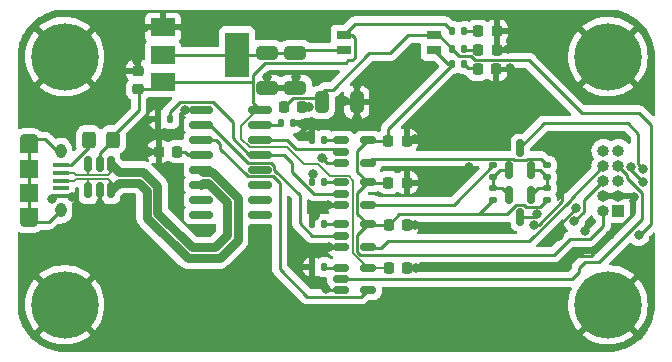
<source format=gbr>
%TF.GenerationSoftware,KiCad,Pcbnew,(6.0.9)*%
%TF.CreationDate,2022-11-08T23:36:55-08:00*%
%TF.ProjectId,esp32-prog,65737033-322d-4707-926f-672e6b696361,rev?*%
%TF.SameCoordinates,PX8f0d180PY2d4cae0*%
%TF.FileFunction,Copper,L1,Top*%
%TF.FilePolarity,Positive*%
%FSLAX46Y46*%
G04 Gerber Fmt 4.6, Leading zero omitted, Abs format (unit mm)*
G04 Created by KiCad (PCBNEW (6.0.9)) date 2022-11-08 23:36:55*
%MOMM*%
%LPD*%
G01*
G04 APERTURE LIST*
G04 Aperture macros list*
%AMRoundRect*
0 Rectangle with rounded corners*
0 $1 Rounding radius*
0 $2 $3 $4 $5 $6 $7 $8 $9 X,Y pos of 4 corners*
0 Add a 4 corners polygon primitive as box body*
4,1,4,$2,$3,$4,$5,$6,$7,$8,$9,$2,$3,0*
0 Add four circle primitives for the rounded corners*
1,1,$1+$1,$2,$3*
1,1,$1+$1,$4,$5*
1,1,$1+$1,$6,$7*
1,1,$1+$1,$8,$9*
0 Add four rect primitives between the rounded corners*
20,1,$1+$1,$2,$3,$4,$5,0*
20,1,$1+$1,$4,$5,$6,$7,0*
20,1,$1+$1,$6,$7,$8,$9,0*
20,1,$1+$1,$8,$9,$2,$3,0*%
G04 Aperture macros list end*
%TA.AperFunction,SMDPad,CuDef*%
%ADD10RoundRect,0.250000X-0.325000X-0.650000X0.325000X-0.650000X0.325000X0.650000X-0.325000X0.650000X0*%
%TD*%
%TA.AperFunction,SMDPad,CuDef*%
%ADD11RoundRect,0.250000X-0.325000X-0.450000X0.325000X-0.450000X0.325000X0.450000X-0.325000X0.450000X0*%
%TD*%
%TA.AperFunction,SMDPad,CuDef*%
%ADD12RoundRect,0.225000X0.250000X-0.225000X0.250000X0.225000X-0.250000X0.225000X-0.250000X-0.225000X0*%
%TD*%
%TA.AperFunction,SMDPad,CuDef*%
%ADD13RoundRect,0.150000X-0.512500X-0.150000X0.512500X-0.150000X0.512500X0.150000X-0.512500X0.150000X0*%
%TD*%
%TA.AperFunction,SMDPad,CuDef*%
%ADD14RoundRect,0.135000X-0.185000X0.135000X-0.185000X-0.135000X0.185000X-0.135000X0.185000X0.135000X0*%
%TD*%
%TA.AperFunction,SMDPad,CuDef*%
%ADD15R,1.270000X0.760000*%
%TD*%
%TA.AperFunction,SMDPad,CuDef*%
%ADD16RoundRect,0.135000X-0.135000X-0.185000X0.135000X-0.185000X0.135000X0.185000X-0.135000X0.185000X0*%
%TD*%
%TA.AperFunction,SMDPad,CuDef*%
%ADD17RoundRect,0.225000X-0.225000X-0.250000X0.225000X-0.250000X0.225000X0.250000X-0.225000X0.250000X0*%
%TD*%
%TA.AperFunction,ComponentPad*%
%ADD18C,5.700000*%
%TD*%
%TA.AperFunction,SMDPad,CuDef*%
%ADD19RoundRect,0.218750X0.218750X0.256250X-0.218750X0.256250X-0.218750X-0.256250X0.218750X-0.256250X0*%
%TD*%
%TA.AperFunction,SMDPad,CuDef*%
%ADD20RoundRect,0.135000X0.185000X-0.135000X0.185000X0.135000X-0.185000X0.135000X-0.185000X-0.135000X0*%
%TD*%
%TA.AperFunction,SMDPad,CuDef*%
%ADD21RoundRect,0.135000X0.135000X0.185000X-0.135000X0.185000X-0.135000X-0.185000X0.135000X-0.185000X0*%
%TD*%
%TA.AperFunction,SMDPad,CuDef*%
%ADD22R,1.350000X0.400000*%
%TD*%
%TA.AperFunction,SMDPad,CuDef*%
%ADD23R,1.550000X1.500000*%
%TD*%
%TA.AperFunction,ComponentPad*%
%ADD24O,1.550000X0.890000*%
%TD*%
%TA.AperFunction,SMDPad,CuDef*%
%ADD25R,1.550000X1.200000*%
%TD*%
%TA.AperFunction,ComponentPad*%
%ADD26O,0.950000X1.250000*%
%TD*%
%TA.AperFunction,SMDPad,CuDef*%
%ADD27RoundRect,0.250000X-0.650000X0.325000X-0.650000X-0.325000X0.650000X-0.325000X0.650000X0.325000X0*%
%TD*%
%TA.AperFunction,SMDPad,CuDef*%
%ADD28RoundRect,0.150000X-0.150000X0.587500X-0.150000X-0.587500X0.150000X-0.587500X0.150000X0.587500X0*%
%TD*%
%TA.AperFunction,SMDPad,CuDef*%
%ADD29RoundRect,0.150000X0.150000X-0.587500X0.150000X0.587500X-0.150000X0.587500X-0.150000X-0.587500X0*%
%TD*%
%TA.AperFunction,SMDPad,CuDef*%
%ADD30R,2.000000X1.500000*%
%TD*%
%TA.AperFunction,SMDPad,CuDef*%
%ADD31R,2.000000X3.800000*%
%TD*%
%TA.AperFunction,SMDPad,CuDef*%
%ADD32RoundRect,0.150000X-0.825000X-0.150000X0.825000X-0.150000X0.825000X0.150000X-0.825000X0.150000X0*%
%TD*%
%TA.AperFunction,SMDPad,CuDef*%
%ADD33RoundRect,0.150000X0.150000X-0.512500X0.150000X0.512500X-0.150000X0.512500X-0.150000X-0.512500X0*%
%TD*%
%TA.AperFunction,ComponentPad*%
%ADD34R,1.000000X1.000000*%
%TD*%
%TA.AperFunction,ComponentPad*%
%ADD35O,1.000000X1.000000*%
%TD*%
%TA.AperFunction,ViaPad*%
%ADD36C,0.800000*%
%TD*%
%TA.AperFunction,Conductor*%
%ADD37C,0.254000*%
%TD*%
%TA.AperFunction,Conductor*%
%ADD38C,0.127000*%
%TD*%
%TA.AperFunction,Conductor*%
%ADD39C,0.770000*%
%TD*%
%TA.AperFunction,Conductor*%
%ADD40C,0.203200*%
%TD*%
G04 APERTURE END LIST*
D10*
%TO.P,C5,1*%
%TO.N,+5V*%
X26272600Y-8367400D03*
%TO.P,C5,2*%
%TO.N,GND*%
X29222600Y-8367400D03*
%TD*%
D11*
%TO.P,L1,1,1*%
%TO.N,Net-(J1-Pad1)*%
X6555000Y-11517000D03*
%TO.P,L1,2,2*%
%TO.N,VBUS*%
X8605000Y-11517000D03*
%TD*%
D12*
%TO.P,C1,1*%
%TO.N,VBUS*%
X10702000Y-7237400D03*
%TO.P,C1,2*%
%TO.N,GND*%
X10702000Y-5687400D03*
%TD*%
D13*
%TO.P,U7,1*%
%TO.N,Net-(R6-Pad1)*%
X27889100Y-22384400D03*
%TO.P,U7,2*%
%TO.N,/RXD*%
X27889100Y-23334400D03*
%TO.P,U7,3,G*%
%TO.N,GND*%
X27889100Y-24284400D03*
%TO.P,U7,4*%
%TO.N,Net-(U3-Pad3)*%
X30164100Y-24284400D03*
%TO.P,U7,5,V*%
%TO.N,VBUS*%
X30164100Y-22384400D03*
%TD*%
D14*
%TO.P,R10,1*%
%TO.N,Net-(R10-Pad1)*%
X40803200Y-13676000D03*
%TO.P,R10,2*%
%TO.N,Net-(Q1-Pad1)*%
X40803200Y-14696000D03*
%TD*%
D15*
%TO.P,SW1,1*%
%TO.N,VBUS*%
X28152200Y-2677800D03*
%TO.P,SW1,2*%
%TO.N,+3.3VA*%
X28152200Y-3947800D03*
%TO.P,SW1,3*%
%TO.N,+3.3V*%
X35772200Y-3947800D03*
%TO.P,SW1,4*%
%TO.N,+5V*%
X35772200Y-2677800D03*
%TD*%
D16*
%TO.P,R2,1*%
%TO.N,+5V*%
X37320000Y-3840000D03*
%TO.P,R2,2*%
%TO.N,Net-(D1-Pad2)*%
X38340000Y-3840000D03*
%TD*%
D17*
%TO.P,C10,1*%
%TO.N,VBUS*%
X31960000Y-22420000D03*
%TO.P,C10,2*%
%TO.N,GND*%
X33510000Y-22420000D03*
%TD*%
D18*
%TO.P,H4,1,1*%
%TO.N,GND*%
X4500000Y-25500000D03*
%TD*%
D13*
%TO.P,U6,1*%
%TO.N,Net-(R9-Pad1)*%
X27889100Y-11589400D03*
%TO.P,U6,2*%
%TO.N,Net-(U3-Pad14)*%
X27889100Y-12539400D03*
%TO.P,U6,3,G*%
%TO.N,GND*%
X27889100Y-13489400D03*
%TO.P,U6,4*%
%TO.N,Net-(R11-Pad1)*%
X30164100Y-13489400D03*
%TO.P,U6,5,V*%
%TO.N,+3.3V*%
X30164100Y-11589400D03*
%TD*%
D18*
%TO.P,H2,1,1*%
%TO.N,GND*%
X50500000Y-4500000D03*
%TD*%
D19*
%TO.P,D3,1,K*%
%TO.N,GND*%
X41045000Y-5571600D03*
%TO.P,D3,2,A*%
%TO.N,Net-(D3-Pad2)*%
X39470000Y-5571600D03*
%TD*%
D16*
%TO.P,R4,1*%
%TO.N,+3.3V*%
X37270000Y-5100000D03*
%TO.P,R4,2*%
%TO.N,Net-(D3-Pad2)*%
X38290000Y-5100000D03*
%TD*%
D13*
%TO.P,U4,1*%
%TO.N,Net-(R7-Pad1)*%
X27889100Y-18701400D03*
%TO.P,U4,2*%
%TO.N,Net-(U3-Pad2)*%
X27889100Y-19651400D03*
%TO.P,U4,3,G*%
%TO.N,GND*%
X27889100Y-20601400D03*
%TO.P,U4,4*%
%TO.N,/TXD*%
X30164100Y-20601400D03*
%TO.P,U4,5,V*%
%TO.N,+3.3V*%
X30164100Y-18701400D03*
%TD*%
D20*
%TO.P,R12,1*%
%TO.N,+3.3V*%
X40777800Y-16626400D03*
%TO.P,R12,2*%
%TO.N,Net-(Q1-Pad1)*%
X40777800Y-15606400D03*
%TD*%
D21*
%TO.P,R9,1*%
%TO.N,Net-(R9-Pad1)*%
X26488600Y-11523400D03*
%TO.P,R9,2*%
%TO.N,GND*%
X25468600Y-11523400D03*
%TD*%
%TO.P,R6,1*%
%TO.N,Net-(R6-Pad1)*%
X26488600Y-22318400D03*
%TO.P,R6,2*%
%TO.N,GND*%
X25468600Y-22318400D03*
%TD*%
D18*
%TO.P,H3,1,1*%
%TO.N,GND*%
X50500000Y-25500000D03*
%TD*%
D21*
%TO.P,R7,1*%
%TO.N,Net-(R7-Pad1)*%
X26488600Y-18635400D03*
%TO.P,R7,2*%
%TO.N,GND*%
X25468600Y-18635400D03*
%TD*%
D22*
%TO.P,J1,1,VBUS*%
%TO.N,Net-(J1-Pad1)*%
X4154000Y-13700000D03*
%TO.P,J1,2,D-*%
%TO.N,/UD-*%
X4154000Y-14350000D03*
%TO.P,J1,3,D+*%
%TO.N,/UD+*%
X4154000Y-15000000D03*
%TO.P,J1,4,ID*%
%TO.N,unconnected-(J1-Pad4)*%
X4154000Y-15650000D03*
%TO.P,J1,5,GND*%
%TO.N,GND*%
X4154000Y-16300000D03*
D23*
%TO.P,J1,6,Shield*%
%TO.N,unconnected-(J1-Pad6)*%
X1454000Y-16000000D03*
D24*
X1454000Y-18500000D03*
D25*
X1454000Y-17900000D03*
D26*
X4154000Y-12500000D03*
D23*
X1454000Y-14000000D03*
D24*
X1454000Y-11500000D03*
D25*
X1454000Y-12100000D03*
D26*
X4154000Y-17500000D03*
%TD*%
D13*
%TO.P,U5,1*%
%TO.N,Net-(R8-Pad1)*%
X27889100Y-15145400D03*
%TO.P,U5,2*%
%TO.N,Net-(U3-Pad13)*%
X27889100Y-16095400D03*
%TO.P,U5,3,G*%
%TO.N,GND*%
X27889100Y-17045400D03*
%TO.P,U5,4*%
%TO.N,Net-(R10-Pad1)*%
X30164100Y-17045400D03*
%TO.P,U5,5,V*%
%TO.N,+3.3V*%
X30164100Y-15145400D03*
%TD*%
D17*
%TO.P,C7,1*%
%TO.N,+3.3V*%
X31909200Y-11599600D03*
%TO.P,C7,2*%
%TO.N,GND*%
X33459200Y-11599600D03*
%TD*%
D27*
%TO.P,C2,1*%
%TO.N,+3.3VA*%
X24037000Y-4174600D03*
%TO.P,C2,2*%
%TO.N,GND*%
X24037000Y-7124600D03*
%TD*%
D14*
%TO.P,R11,1*%
%TO.N,Net-(R11-Pad1)*%
X45324400Y-13676000D03*
%TO.P,R11,2*%
%TO.N,Net-(Q1-Pad2)*%
X45324400Y-14696000D03*
%TD*%
D28*
%TO.P,Q2,1,G*%
%TO.N,Net-(Q1-Pad2)*%
X44013800Y-16169500D03*
%TO.P,Q2,2,S*%
%TO.N,Net-(Q1-Pad1)*%
X42113800Y-16169500D03*
%TO.P,Q2,3,D*%
%TO.N,/ESP_BOOT*%
X43063800Y-18044500D03*
%TD*%
D17*
%TO.P,C9,1*%
%TO.N,+3.3V*%
X31934600Y-18711600D03*
%TO.P,C9,2*%
%TO.N,GND*%
X33484600Y-18711600D03*
%TD*%
D29*
%TO.P,Q1,1,G*%
%TO.N,Net-(Q1-Pad1)*%
X42113800Y-14132900D03*
%TO.P,Q1,2,S*%
%TO.N,Net-(Q1-Pad2)*%
X44013800Y-14132900D03*
%TO.P,Q1,3,D*%
%TO.N,/ESP_EN*%
X43063800Y-12257900D03*
%TD*%
D30*
%TO.P,U1,1,GND*%
%TO.N,GND*%
X12809800Y-2028800D03*
%TO.P,U1,2,VO*%
%TO.N,+3.3VA*%
X12809800Y-4328800D03*
D31*
X19109800Y-4328800D03*
D30*
%TO.P,U1,3,VI*%
%TO.N,VBUS*%
X12809800Y-6628800D03*
%TD*%
D19*
%TO.P,D2,1,K*%
%TO.N,GND*%
X41097500Y-2340000D03*
%TO.P,D2,2,A*%
%TO.N,Net-(D2-Pad2)*%
X39522500Y-2340000D03*
%TD*%
D16*
%TO.P,R3,1*%
%TO.N,VBUS*%
X37320000Y-2330000D03*
%TO.P,R3,2*%
%TO.N,Net-(D2-Pad2)*%
X38340000Y-2330000D03*
%TD*%
%TO.P,R5,1*%
%TO.N,GND*%
X12410000Y-9800000D03*
%TO.P,R5,2*%
%TO.N,Net-(U3-Pad13)*%
X13430000Y-9800000D03*
%TD*%
D27*
%TO.P,C3,1*%
%TO.N,+3.3VA*%
X21624000Y-4174600D03*
%TO.P,C3,2*%
%TO.N,GND*%
X21624000Y-7124600D03*
%TD*%
D17*
%TO.P,C8,1*%
%TO.N,+3.3V*%
X31909200Y-15155600D03*
%TO.P,C8,2*%
%TO.N,GND*%
X33459200Y-15155600D03*
%TD*%
D32*
%TO.P,U3,1,GND*%
%TO.N,GND*%
X16052400Y-9002400D03*
%TO.P,U3,2,TXD*%
%TO.N,Net-(U3-Pad2)*%
X16052400Y-10272400D03*
%TO.P,U3,3,RXD*%
%TO.N,Net-(U3-Pad3)*%
X16052400Y-11542400D03*
%TO.P,U3,4,V3*%
%TO.N,Net-(C4-Pad2)*%
X16052400Y-12812400D03*
%TO.P,U3,5,UD+*%
%TO.N,/UD+*%
X16052400Y-14082400D03*
%TO.P,U3,6,UD-*%
%TO.N,/UD-*%
X16052400Y-15352400D03*
%TO.P,U3,7,NC*%
%TO.N,unconnected-(U3-Pad7)*%
X16052400Y-16622400D03*
%TO.P,U3,8,NC*%
%TO.N,unconnected-(U3-Pad8)*%
X16052400Y-17892400D03*
%TO.P,U3,9,~{CTS}*%
%TO.N,unconnected-(U3-Pad9)*%
X21002400Y-17892400D03*
%TO.P,U3,10,~{DSR}*%
%TO.N,unconnected-(U3-Pad10)*%
X21002400Y-16622400D03*
%TO.P,U3,11,~{RI}*%
%TO.N,unconnected-(U3-Pad11)*%
X21002400Y-15352400D03*
%TO.P,U3,12,~{DCD}*%
%TO.N,unconnected-(U3-Pad12)*%
X21002400Y-14082400D03*
%TO.P,U3,13,~{DTR}*%
%TO.N,Net-(U3-Pad13)*%
X21002400Y-12812400D03*
%TO.P,U3,14,~{RTS}*%
%TO.N,Net-(U3-Pad14)*%
X21002400Y-11542400D03*
%TO.P,U3,15,R232*%
%TO.N,Net-(R1-Pad2)*%
X21002400Y-10272400D03*
%TO.P,U3,16,VCC*%
%TO.N,VBUS*%
X21002400Y-9002400D03*
%TD*%
D17*
%TO.P,C6,1*%
%TO.N,+5V*%
X23074000Y-8748400D03*
%TO.P,C6,2*%
%TO.N,GND*%
X24624000Y-8748400D03*
%TD*%
D33*
%TO.P,U2,1,IO1*%
%TO.N,/UD+*%
X6503000Y-15829500D03*
%TO.P,U2,2,VN*%
%TO.N,GND*%
X7453000Y-15829500D03*
%TO.P,U2,3,IO2*%
%TO.N,/UD+*%
X8403000Y-15829500D03*
%TO.P,U2,4,IO3*%
%TO.N,/UD-*%
X8403000Y-13554500D03*
%TO.P,U2,5,VP*%
%TO.N,VBUS*%
X7453000Y-13554500D03*
%TO.P,U2,6,IO4*%
%TO.N,/UD-*%
X6503000Y-13554500D03*
%TD*%
D21*
%TO.P,R1,1*%
%TO.N,GND*%
X23838000Y-10120000D03*
%TO.P,R1,2*%
%TO.N,Net-(R1-Pad2)*%
X22818000Y-10120000D03*
%TD*%
D19*
%TO.P,D1,1,K*%
%TO.N,GND*%
X41097500Y-3930000D03*
%TO.P,D1,2,A*%
%TO.N,Net-(D1-Pad2)*%
X39522500Y-3930000D03*
%TD*%
D17*
%TO.P,C4,1*%
%TO.N,GND*%
X12469200Y-12533000D03*
%TO.P,C4,2*%
%TO.N,Net-(C4-Pad2)*%
X14019200Y-12533000D03*
%TD*%
D20*
%TO.P,R13,1*%
%TO.N,+3.3V*%
X45324400Y-16649800D03*
%TO.P,R13,2*%
%TO.N,Net-(Q1-Pad2)*%
X45324400Y-15629800D03*
%TD*%
D21*
%TO.P,R8,1*%
%TO.N,Net-(R8-Pad1)*%
X26488600Y-15079400D03*
%TO.P,R8,2*%
%TO.N,GND*%
X25468600Y-15079400D03*
%TD*%
D34*
%TO.P,J2,1,Pin_1*%
%TO.N,+5V*%
X51385000Y-17550000D03*
D35*
%TO.P,J2,2,Pin_2*%
%TO.N,+3.3V*%
X50115000Y-17550000D03*
%TO.P,J2,3,Pin_3*%
%TO.N,GND*%
X51385000Y-16280000D03*
%TO.P,J2,4,Pin_4*%
X50115000Y-16280000D03*
%TO.P,J2,5,Pin_5*%
%TO.N,/ESP_EN*%
X51385000Y-15010000D03*
%TO.P,J2,6,Pin_6*%
%TO.N,/ESP_BOOT*%
X50115000Y-15010000D03*
%TO.P,J2,7,Pin_7*%
%TO.N,/RXD*%
X51385000Y-13740000D03*
%TO.P,J2,8,Pin_8*%
%TO.N,/TXD*%
X50115000Y-13740000D03*
%TO.P,J2,9,Pin_9*%
%TO.N,unconnected-(J2-Pad9)*%
X51385000Y-12470000D03*
%TO.P,J2,10,Pin_10*%
%TO.N,unconnected-(J2-Pad10)*%
X50115000Y-12470000D03*
%TD*%
D18*
%TO.P,H1,1,1*%
%TO.N,GND*%
X4500000Y-4500000D03*
%TD*%
D36*
%TO.N,GND*%
X25673800Y-17949600D03*
X34142600Y-18756400D03*
X53496500Y-15149200D03*
X47827361Y-17345364D03*
X14692000Y-9002400D03*
X42164300Y-5470000D03*
X29220800Y-6868800D03*
X50695637Y-19574874D03*
X3443500Y-16545077D03*
X42062700Y-3845100D03*
X46645200Y-14844400D03*
X34142600Y-11506400D03*
X46340400Y-19721200D03*
X52431488Y-13803446D03*
X28250000Y-8250000D03*
X21600800Y-6208400D03*
X26842200Y-20642000D03*
X38720400Y-13828400D03*
X26260000Y-13060000D03*
X29220800Y-9662800D03*
X10628000Y-4836800D03*
X44272630Y-18743180D03*
X52690400Y-16419200D03*
X25171100Y-8740000D03*
X11237600Y-2093600D03*
X34259000Y-22369200D03*
X11644000Y-12558400D03*
X26791400Y-17035200D03*
X25521400Y-14393600D03*
X7453000Y-16978000D03*
X48562620Y-19290904D03*
X26639000Y-24184900D03*
X14641200Y-2042800D03*
X11560000Y-9890000D03*
X5090800Y-16368400D03*
X24090000Y-6259200D03*
X25115000Y-11244000D03*
X24560000Y-10200000D03*
%TO.N,+5V*%
X53110000Y-19610000D03*
%TO.N,/ESP_EN*%
X53496500Y-14031600D03*
%TO.N,/ESP_BOOT*%
X47653457Y-18443457D03*
X44511545Y-17848012D03*
%TD*%
D37*
%TO.N,VBUS*%
X10780400Y-9053200D02*
X10780400Y-7315800D01*
X7453000Y-12669000D02*
X8605000Y-11517000D01*
D38*
X20163460Y-12160000D02*
X23310000Y-12160000D01*
X23310000Y-12160000D02*
X24750000Y-13600000D01*
X28540000Y-14640000D02*
X28920000Y-15020000D01*
D37*
X21002400Y-9002400D02*
X20420000Y-8420000D01*
D38*
X20815860Y-9002400D02*
X19470000Y-10348260D01*
D37*
X20348800Y-6628800D02*
X12809800Y-6628800D01*
D38*
X28920000Y-21140300D02*
X30164100Y-22384400D01*
D37*
X8605000Y-11228600D02*
X10780400Y-9053200D01*
D38*
X30199700Y-22420000D02*
X31960000Y-22420000D01*
D37*
X28286400Y-5003600D02*
X28500000Y-4790000D01*
X20420000Y-6070000D02*
X21486400Y-5003600D01*
X28500000Y-4790000D02*
X28833000Y-4790000D01*
D38*
X19470000Y-10348260D02*
X19470000Y-11466540D01*
X27005613Y-14640000D02*
X28540000Y-14640000D01*
D37*
X29041200Y-4581800D02*
X29041200Y-2921200D01*
D38*
X24750000Y-13600000D02*
X25965613Y-13600000D01*
D37*
X20420000Y-6700000D02*
X20420000Y-6070000D01*
D38*
X28920000Y-15020000D02*
X28920000Y-21140300D01*
D37*
X36720000Y-1730000D02*
X37320000Y-2330000D01*
X28152200Y-2677800D02*
X29100000Y-1730000D01*
X21486400Y-5003600D02*
X28286400Y-5003600D01*
D38*
X25965613Y-13600000D02*
X27005613Y-14640000D01*
D37*
X28833000Y-4790000D02*
X29041200Y-4581800D01*
X28797800Y-2677800D02*
X28152200Y-2677800D01*
X7453000Y-13554500D02*
X7453000Y-12669000D01*
X20420000Y-6700000D02*
X20348800Y-6628800D01*
X29100000Y-1730000D02*
X36720000Y-1730000D01*
X29041200Y-2921200D02*
X28797800Y-2677800D01*
X20420000Y-8420000D02*
X20420000Y-6700000D01*
X10702000Y-7237400D02*
X12201200Y-7237400D01*
D38*
X19470000Y-11466540D02*
X20163460Y-12160000D01*
D37*
%TO.N,GND*%
X27889100Y-13489400D02*
X26689400Y-13489400D01*
X33459200Y-11599600D02*
X34049400Y-11599600D01*
X53496500Y-15149200D02*
X52431488Y-14084188D01*
X10702000Y-4910800D02*
X10628000Y-4836800D01*
X7453000Y-15829500D02*
X7453000Y-16978000D01*
X25394400Y-11523400D02*
X25115000Y-11244000D01*
X21624000Y-7124600D02*
X21624000Y-6231600D01*
X24480000Y-10120000D02*
X24560000Y-10200000D01*
X33484600Y-18711600D02*
X34097800Y-18711600D01*
X50868126Y-19574874D02*
X52710000Y-17733000D01*
X4154000Y-16300000D02*
X5022400Y-16300000D01*
X12469200Y-12533000D02*
X11669400Y-12533000D01*
X49029810Y-21340000D02*
X47700000Y-21340000D01*
X46645200Y-14844400D02*
X46645200Y-16740739D01*
X41045000Y-3920600D02*
X41987200Y-3920600D01*
X46340400Y-19721200D02*
X46340400Y-18832325D01*
X24037000Y-6312200D02*
X24090000Y-6259200D01*
X5022400Y-16300000D02*
X5090800Y-16368400D01*
X10702000Y-5687400D02*
X10702000Y-4910800D01*
X46670800Y-22369200D02*
X34259000Y-22369200D01*
X27889100Y-17045400D02*
X26801600Y-17045400D01*
X24037000Y-7124600D02*
X24037000Y-6312200D01*
X16052400Y-9002400D02*
X14692000Y-9002400D01*
X11669400Y-12533000D02*
X11644000Y-12558400D01*
X29222600Y-6870600D02*
X29220800Y-6868800D01*
X50695637Y-19674173D02*
X49029810Y-21340000D01*
X26801600Y-17045400D02*
X26791400Y-17035200D01*
X25468600Y-14446400D02*
X25521400Y-14393600D01*
X26689400Y-13489400D02*
X26260000Y-13060000D01*
X25468600Y-15079400D02*
X25468600Y-14446400D01*
X46340400Y-18832325D02*
X47827361Y-17345364D01*
X23838000Y-10120000D02*
X24480000Y-10120000D01*
X29222600Y-8367400D02*
X28367400Y-8367400D01*
X34208200Y-22420000D02*
X34259000Y-22369200D01*
X50695637Y-19574874D02*
X50868126Y-19574874D01*
X29222600Y-8367400D02*
X29222600Y-9661000D01*
X25468600Y-18154800D02*
X25673800Y-17949600D01*
X11302400Y-2028800D02*
X11237600Y-2093600D01*
X12809800Y-2028800D02*
X14627200Y-2028800D01*
X52710000Y-17733000D02*
X52710000Y-16438800D01*
X12410000Y-9800000D02*
X11650000Y-9800000D01*
X11650000Y-9800000D02*
X11560000Y-9890000D01*
X14627200Y-2028800D02*
X14641200Y-2042800D01*
X29222600Y-9661000D02*
X29220800Y-9662800D01*
X25162700Y-8748400D02*
X25171100Y-8740000D01*
X34049400Y-11599600D02*
X34142600Y-11506400D01*
X29222600Y-8367400D02*
X29222600Y-6870600D01*
X41045000Y-5470000D02*
X42164300Y-5470000D01*
X50695637Y-19574874D02*
X50695637Y-19674173D01*
X26738500Y-24284400D02*
X26639000Y-24184900D01*
X28367400Y-8367400D02*
X28250000Y-8250000D01*
X27889100Y-24284400D02*
X26738500Y-24284400D01*
X34097800Y-18711600D02*
X34142600Y-18756400D01*
X46645200Y-16740739D02*
X44642759Y-18743180D01*
X3688577Y-16300000D02*
X3443500Y-16545077D01*
X33510000Y-22420000D02*
X34208200Y-22420000D01*
X52431488Y-14084188D02*
X52431488Y-13803446D01*
X41987200Y-3920600D02*
X42062700Y-3845100D01*
X24624000Y-8748400D02*
X25162700Y-8748400D01*
X25468600Y-18635400D02*
X25468600Y-18154800D01*
X12809800Y-2028800D02*
X11302400Y-2028800D01*
X44642759Y-18743180D02*
X44272630Y-18743180D01*
X47700000Y-21340000D02*
X46670800Y-22369200D01*
X52710000Y-16438800D02*
X52690400Y-16419200D01*
X21624000Y-6231600D02*
X21600800Y-6208400D01*
%TO.N,+3.3VA*%
X12809800Y-4328800D02*
X19109800Y-4328800D01*
X28152200Y-3947800D02*
X24263800Y-3947800D01*
X19109800Y-4328800D02*
X21469800Y-4328800D01*
X21624000Y-4174600D02*
X24037000Y-4174600D01*
%TO.N,Net-(C4-Pad2)*%
X14946000Y-12812400D02*
X14666600Y-12533000D01*
X16052400Y-12812400D02*
X14946000Y-12812400D01*
X14666600Y-12533000D02*
X14019200Y-12533000D01*
%TO.N,+5V*%
X30287600Y-4227200D02*
X27214200Y-7300600D01*
X53110000Y-9260000D02*
X54150000Y-10300000D01*
X27214200Y-7300600D02*
X26528400Y-7300600D01*
X48260000Y-9260000D02*
X53110000Y-9260000D01*
X54150000Y-10300000D02*
X54150000Y-18640000D01*
X54150000Y-18640000D02*
X53180000Y-19610000D01*
X36157800Y-2677800D02*
X37320000Y-3840000D01*
X32040200Y-4227200D02*
X30287600Y-4227200D01*
X25924600Y-8019400D02*
X23803000Y-8019400D01*
X38862931Y-4414000D02*
X39238931Y-4790000D01*
X37320000Y-3840000D02*
X37894000Y-4414000D01*
X26272600Y-7556400D02*
X26272600Y-8367400D01*
X43790000Y-4790000D02*
X48260000Y-9260000D01*
X26528400Y-7300600D02*
X26272600Y-7556400D01*
X53180000Y-19610000D02*
X53110000Y-19610000D01*
X23803000Y-8019400D02*
X23074000Y-8748400D01*
X39238931Y-4790000D02*
X43790000Y-4790000D01*
X35772200Y-2677800D02*
X33589600Y-2677800D01*
X33589600Y-2677800D02*
X32040200Y-4227200D01*
X37894000Y-4414000D02*
X38862931Y-4414000D01*
%TO.N,+3.3V*%
X48967486Y-19944404D02*
X50115000Y-18796890D01*
X29532391Y-21282391D02*
X45929499Y-21282391D01*
X29247600Y-17784900D02*
X30164100Y-18701400D01*
X31934600Y-18711600D02*
X32804600Y-17841600D01*
X31909200Y-11599600D02*
X30174300Y-11599600D01*
X29247600Y-12505900D02*
X29247600Y-14228900D01*
X39562600Y-17841600D02*
X41957858Y-17841600D01*
X39562600Y-17841600D02*
X40777800Y-16626400D01*
X44779688Y-17194512D02*
X45324400Y-16649800D01*
X41957858Y-17841600D02*
X42746458Y-17053000D01*
X50115000Y-18796890D02*
X50115000Y-17550000D01*
X42746458Y-17053000D02*
X43381142Y-17053000D01*
X47267486Y-19944404D02*
X48967486Y-19944404D01*
X29247600Y-14228900D02*
X30164100Y-15145400D01*
X30164100Y-11589400D02*
X29247600Y-12505900D01*
X29247600Y-19617900D02*
X29247600Y-20997600D01*
X30164100Y-18701400D02*
X29247600Y-19617900D01*
X31909200Y-15155600D02*
X30174300Y-15155600D01*
X37270000Y-5220000D02*
X31909200Y-10580800D01*
X30164100Y-15145400D02*
X29247600Y-16061900D01*
X43522654Y-17194512D02*
X44779688Y-17194512D01*
X29247600Y-16061900D02*
X29247600Y-17784900D01*
X45929499Y-21282391D02*
X47267486Y-19944404D01*
X31909200Y-10580800D02*
X31909200Y-11599600D01*
X37270000Y-5100000D02*
X36924400Y-5100000D01*
X36924400Y-5100000D02*
X35772200Y-3947800D01*
X31934600Y-18711600D02*
X30174300Y-18711600D01*
X32804600Y-17841600D02*
X39562600Y-17841600D01*
X29247600Y-20997600D02*
X29532391Y-21282391D01*
X43381142Y-17053000D02*
X43522654Y-17194512D01*
%TO.N,Net-(D1-Pad2)*%
X38420600Y-3920600D02*
X39470000Y-3920600D01*
%TO.N,Net-(D2-Pad2)*%
X39522500Y-2340000D02*
X38350000Y-2340000D01*
%TO.N,Net-(D3-Pad2)*%
X38660000Y-5470000D02*
X39470000Y-5470000D01*
X38290000Y-5100000D02*
X38660000Y-5470000D01*
%TO.N,Net-(J1-Pad1)*%
X6555000Y-11517000D02*
X6555000Y-12161000D01*
X5016000Y-13700000D02*
X4154000Y-13700000D01*
X6555000Y-12161000D02*
X5016000Y-13700000D01*
D39*
%TO.N,/UD-*%
X17236259Y-20639505D02*
X15246541Y-20639505D01*
D40*
X6503000Y-14493000D02*
X6520299Y-14510299D01*
D39*
X18244000Y-19631764D02*
X17236259Y-20639505D01*
X9079300Y-14230800D02*
X8403000Y-13554500D01*
D40*
X5280000Y-14350000D02*
X5440299Y-14510299D01*
X8403000Y-14297000D02*
X8403000Y-13554500D01*
X6520299Y-14510299D02*
X8189701Y-14510299D01*
X5440299Y-14510299D02*
X6520299Y-14510299D01*
D39*
X12355200Y-15436764D02*
X11149236Y-14230800D01*
X11149236Y-14230800D02*
X9079300Y-14230800D01*
X16052400Y-15352400D02*
X16226200Y-15178600D01*
X18244000Y-16813436D02*
X18244000Y-19631764D01*
X16609164Y-15178600D02*
X18244000Y-16813436D01*
D40*
X8189701Y-14510299D02*
X8403000Y-14297000D01*
X4154000Y-14350000D02*
X5280000Y-14350000D01*
D39*
X12355200Y-17748164D02*
X12355200Y-15436764D01*
X15246541Y-20639505D02*
X12355200Y-17748164D01*
X16226200Y-15178600D02*
X16609164Y-15178600D01*
D40*
X6503000Y-13554500D02*
X6503000Y-14493000D01*
D39*
%TO.N,/UD+*%
X16991236Y-14256200D02*
X19166400Y-16431364D01*
X11458699Y-15844735D02*
X10767164Y-15153200D01*
D40*
X6480000Y-14840000D02*
X8170000Y-14840000D01*
D39*
X16052400Y-14082400D02*
X16226200Y-14256200D01*
X14901097Y-21561905D02*
X11458699Y-18119507D01*
D40*
X4154000Y-15000000D02*
X5260000Y-15000000D01*
X8170000Y-14840000D02*
X8403000Y-15073000D01*
X5260000Y-15000000D02*
X5420000Y-14840000D01*
D39*
X9079300Y-15153200D02*
X8403000Y-15829500D01*
X11458699Y-18119507D02*
X11458699Y-15844735D01*
X10767164Y-15153200D02*
X9079300Y-15153200D01*
D40*
X6503000Y-14863000D02*
X6480000Y-14840000D01*
D39*
X16226200Y-14256200D02*
X16991236Y-14256200D01*
X17618331Y-21561905D02*
X14901097Y-21561905D01*
X19166400Y-16431364D02*
X19166400Y-20013836D01*
D40*
X6503000Y-15829500D02*
X6503000Y-14863000D01*
X5420000Y-14840000D02*
X6480000Y-14840000D01*
X8403000Y-15073000D02*
X8403000Y-15829500D01*
D39*
X19166400Y-20013836D02*
X17618331Y-21561905D01*
D37*
%TO.N,/ESP_EN*%
X52157000Y-10120000D02*
X53046000Y-11009000D01*
X53046000Y-13581100D02*
X53496500Y-14031600D01*
X43013000Y-12207100D02*
X45100100Y-10120000D01*
X53046000Y-11009000D02*
X53046000Y-13581100D01*
X45100100Y-10120000D02*
X52157000Y-10120000D01*
%TO.N,/ESP_BOOT*%
X48480861Y-16644139D02*
X48480861Y-17616053D01*
X50115000Y-15010000D02*
X48480861Y-16644139D01*
X43063800Y-18044500D02*
X44315057Y-18044500D01*
X48480861Y-17616053D02*
X47653457Y-18443457D01*
X44315057Y-18044500D02*
X44511545Y-17848012D01*
%TO.N,/RXD*%
X48050299Y-22369701D02*
X48050299Y-22749701D01*
X52139000Y-14494000D02*
X52139000Y-14769000D01*
X48050299Y-22749701D02*
X47465600Y-23334400D01*
X49730281Y-21880000D02*
X48540000Y-21880000D01*
X53380000Y-16010000D02*
X53380000Y-18230281D01*
X53380000Y-18230281D02*
X49730281Y-21880000D01*
X47465600Y-23334400D02*
X27889100Y-23334400D01*
X51385000Y-13740000D02*
X52139000Y-14494000D01*
X48540000Y-21880000D02*
X48050299Y-22369701D01*
X52139000Y-14769000D02*
X53380000Y-16010000D01*
%TO.N,/TXD*%
X31310000Y-20710000D02*
X30272700Y-20710000D01*
X43800000Y-20140000D02*
X31880000Y-20140000D01*
X47340000Y-16600000D02*
X43800000Y-20140000D01*
X50115000Y-13740000D02*
X47340000Y-16515000D01*
X31880000Y-20140000D02*
X31310000Y-20710000D01*
X47340000Y-16515000D02*
X47340000Y-16600000D01*
%TO.N,Net-(Q1-Pad1)*%
X40777800Y-15606400D02*
X40777800Y-14721400D01*
X42113800Y-14132900D02*
X41366300Y-14132900D01*
X40777800Y-15606400D02*
X41550700Y-15606400D01*
X41550700Y-15606400D02*
X42113800Y-16169500D01*
X41366300Y-14132900D02*
X40803200Y-14696000D01*
%TO.N,Net-(Q1-Pad2)*%
X44013800Y-14132900D02*
X44761300Y-14132900D01*
X44553500Y-15629800D02*
X44013800Y-16169500D01*
X45324400Y-15629800D02*
X44553500Y-15629800D01*
X45324400Y-14696000D02*
X45324400Y-15629800D01*
X44761300Y-14132900D02*
X45324400Y-14696000D01*
%TO.N,Net-(R1-Pad2)*%
X22665600Y-10272400D02*
X22818000Y-10120000D01*
X21002400Y-10272400D02*
X22665600Y-10272400D01*
%TO.N,Net-(R11-Pad1)*%
X43570000Y-13260000D02*
X43688600Y-13141400D01*
X42549742Y-13260000D02*
X43570000Y-13260000D01*
X42431142Y-13141400D02*
X42549742Y-13260000D01*
X30164100Y-13489400D02*
X30512100Y-13141400D01*
X43688600Y-13141400D02*
X44789800Y-13141400D01*
X30512100Y-13141400D02*
X42431142Y-13141400D01*
X44789800Y-13141400D02*
X45324400Y-13676000D01*
%TO.N,Net-(R6-Pad1)*%
X27889100Y-22384400D02*
X26554600Y-22384400D01*
%TO.N,Net-(R7-Pad1)*%
X26488600Y-18635400D02*
X27823100Y-18635400D01*
%TO.N,Net-(R8-Pad1)*%
X27889100Y-15145400D02*
X26554600Y-15145400D01*
%TO.N,Net-(R9-Pad1)*%
X27889100Y-11589400D02*
X26554600Y-11589400D01*
%TO.N,Net-(R10-Pad1)*%
X37433800Y-17045400D02*
X30164100Y-17045400D01*
X40803200Y-13676000D02*
X37433800Y-17045400D01*
%TO.N,Net-(U3-Pad2)*%
X16782400Y-10272400D02*
X20038400Y-13528400D01*
X24390000Y-16240000D02*
X24390000Y-18580000D01*
X24390000Y-18580000D02*
X25480000Y-19670000D01*
X22231400Y-13765058D02*
X22231400Y-14081400D01*
X22231400Y-14081400D02*
X24390000Y-16240000D01*
X21994742Y-13528400D02*
X22231400Y-13765058D01*
X20038400Y-13528400D02*
X21994742Y-13528400D01*
X25480000Y-19670000D02*
X27870500Y-19670000D01*
%TO.N,Net-(U3-Pad3)*%
X30164100Y-24284400D02*
X29610100Y-24838400D01*
X22166400Y-14636400D02*
X20010058Y-14636400D01*
X17292400Y-11542400D02*
X16052400Y-11542400D01*
X22710000Y-22490000D02*
X22710000Y-15180000D01*
X22710000Y-15180000D02*
X22166400Y-14636400D01*
X20010058Y-14636400D02*
X17660000Y-12286342D01*
X29610100Y-24838400D02*
X25058400Y-24838400D01*
X17660000Y-11910000D02*
X17292400Y-11542400D01*
X25058400Y-24838400D02*
X22710000Y-22490000D01*
X17660000Y-12286342D02*
X17660000Y-11910000D01*
%TO.N,Net-(U3-Pad13)*%
X23750000Y-14230929D02*
X23750000Y-13520000D01*
X18720000Y-11410000D02*
X20122400Y-12812400D01*
X23750000Y-13520000D02*
X23042400Y-12812400D01*
X14260000Y-8320000D02*
X17040000Y-8320000D01*
X17040000Y-8320000D02*
X18720000Y-10000000D01*
X27889100Y-16095400D02*
X25614471Y-16095400D01*
X23042400Y-12812400D02*
X21002400Y-12812400D01*
X13430000Y-9800000D02*
X13430000Y-9150000D01*
X20122400Y-12812400D02*
X20726058Y-12812400D01*
X25614471Y-16095400D02*
X23750000Y-14230929D01*
X13430000Y-9150000D02*
X14260000Y-8320000D01*
X18720000Y-10000000D02*
X18720000Y-11410000D01*
%TO.N,Net-(U3-Pad14)*%
X27889100Y-12539400D02*
X27659700Y-12310000D01*
X23342400Y-11542400D02*
X21002400Y-11542400D01*
X24110000Y-12310000D02*
X23342400Y-11542400D01*
X27659700Y-12310000D02*
X24110000Y-12310000D01*
%TO.N,unconnected-(J1-Pad6)*%
X1454000Y-16000000D02*
X1454000Y-17900000D01*
X3850000Y-12500000D02*
X2850000Y-11500000D01*
X2850000Y-11500000D02*
X1454000Y-11500000D01*
X1454000Y-12100000D02*
X1454000Y-14000000D01*
X1454000Y-18500000D02*
X3154000Y-18500000D01*
X1454000Y-14000000D02*
X1454000Y-16000000D01*
X3154000Y-18500000D02*
X4154000Y-17500000D01*
%TD*%
%TA.AperFunction,Conductor*%
%TO.N,GND*%
G36*
X5640417Y-15569285D02*
G01*
X5684935Y-15624590D01*
X5694500Y-15672745D01*
X5694500Y-16408502D01*
X5694693Y-16410950D01*
X5694693Y-16410958D01*
X5696104Y-16428880D01*
X5697438Y-16445831D01*
X5714251Y-16503703D01*
X5739513Y-16590654D01*
X5743855Y-16605601D01*
X5747892Y-16612427D01*
X5824509Y-16741980D01*
X5824511Y-16741983D01*
X5828547Y-16748807D01*
X5946193Y-16866453D01*
X5953017Y-16870489D01*
X5953020Y-16870491D01*
X6043334Y-16923902D01*
X6089399Y-16951145D01*
X6097010Y-16953356D01*
X6097012Y-16953357D01*
X6121806Y-16960560D01*
X6249169Y-16997562D01*
X6255574Y-16998066D01*
X6255579Y-16998067D01*
X6284042Y-17000307D01*
X6284050Y-17000307D01*
X6286498Y-17000500D01*
X6719502Y-17000500D01*
X6721950Y-17000307D01*
X6721958Y-17000307D01*
X6750421Y-16998067D01*
X6750426Y-16998066D01*
X6756831Y-16997562D01*
X6884194Y-16960560D01*
X6908988Y-16953357D01*
X6908990Y-16953356D01*
X6916601Y-16951145D01*
X6923423Y-16947111D01*
X6928596Y-16944872D01*
X6999058Y-16936176D01*
X7028674Y-16944872D01*
X7047210Y-16952893D01*
X7181605Y-16991939D01*
X7195706Y-16991899D01*
X7199000Y-16984630D01*
X7199000Y-16746842D01*
X7216547Y-16682703D01*
X7245288Y-16634104D01*
X7262145Y-16605601D01*
X7266488Y-16590654D01*
X7291749Y-16503703D01*
X7308562Y-16445831D01*
X7309897Y-16428880D01*
X7311307Y-16410958D01*
X7311307Y-16410950D01*
X7311500Y-16408502D01*
X7311500Y-16159128D01*
X7331502Y-16091007D01*
X7385158Y-16044514D01*
X7455432Y-16034410D01*
X7520012Y-16063904D01*
X7555131Y-16113974D01*
X7572464Y-16159128D01*
X7586131Y-16194732D01*
X7594500Y-16239886D01*
X7594500Y-16408502D01*
X7594693Y-16410950D01*
X7594693Y-16410958D01*
X7596104Y-16428880D01*
X7597438Y-16445831D01*
X7614251Y-16503703D01*
X7639513Y-16590654D01*
X7643855Y-16605601D01*
X7660712Y-16634104D01*
X7689453Y-16682703D01*
X7707000Y-16746842D01*
X7707000Y-16978878D01*
X7710973Y-16992409D01*
X7718871Y-16993544D01*
X7858790Y-16952893D01*
X7877326Y-16944872D01*
X7947788Y-16936176D01*
X7977404Y-16944872D01*
X7982577Y-16947111D01*
X7989399Y-16951145D01*
X7997010Y-16953356D01*
X7997012Y-16953357D01*
X8021806Y-16960560D01*
X8149169Y-16997562D01*
X8155574Y-16998066D01*
X8155579Y-16998067D01*
X8184042Y-17000307D01*
X8184050Y-17000307D01*
X8186498Y-17000500D01*
X8619502Y-17000500D01*
X8621950Y-17000307D01*
X8621958Y-17000307D01*
X8650421Y-16998067D01*
X8650426Y-16998066D01*
X8656831Y-16997562D01*
X8784194Y-16960560D01*
X8808988Y-16953357D01*
X8808990Y-16953356D01*
X8816601Y-16951145D01*
X8862666Y-16923902D01*
X8952980Y-16870491D01*
X8952983Y-16870489D01*
X8959807Y-16866453D01*
X9077453Y-16748807D01*
X9081489Y-16741983D01*
X9081491Y-16741980D01*
X9158108Y-16612427D01*
X9162145Y-16605601D01*
X9166488Y-16590654D01*
X9191749Y-16503703D01*
X9208562Y-16445831D01*
X9209897Y-16428880D01*
X9211307Y-16410958D01*
X9211307Y-16410950D01*
X9211500Y-16408502D01*
X9211500Y-16336790D01*
X9231502Y-16268669D01*
X9248405Y-16247695D01*
X9412495Y-16083605D01*
X9474807Y-16049579D01*
X9501590Y-16046700D01*
X10344874Y-16046700D01*
X10412995Y-16066702D01*
X10433969Y-16083605D01*
X10528294Y-16177930D01*
X10562320Y-16240242D01*
X10565199Y-16267025D01*
X10565199Y-18039265D01*
X10563648Y-18058975D01*
X10561508Y-18072487D01*
X10561853Y-18079074D01*
X10561853Y-18079079D01*
X10565026Y-18139614D01*
X10565199Y-18146208D01*
X10565199Y-18166336D01*
X10565543Y-18169609D01*
X10567303Y-18186358D01*
X10567820Y-18192932D01*
X10571338Y-18260052D01*
X10573047Y-18266431D01*
X10573048Y-18266436D01*
X10574877Y-18273263D01*
X10578479Y-18292696D01*
X10579218Y-18299725D01*
X10579220Y-18299734D01*
X10579910Y-18306299D01*
X10581952Y-18312583D01*
X10581952Y-18312584D01*
X10600673Y-18370204D01*
X10602546Y-18376526D01*
X10618238Y-18435086D01*
X10618240Y-18435091D01*
X10619950Y-18441473D01*
X10622949Y-18447358D01*
X10622949Y-18447359D01*
X10626157Y-18453654D01*
X10633723Y-18471920D01*
X10635908Y-18478644D01*
X10637950Y-18484928D01*
X10641253Y-18490649D01*
X10671555Y-18543134D01*
X10674703Y-18548930D01*
X10705219Y-18608823D01*
X10711053Y-18616027D01*
X10713823Y-18619448D01*
X10725022Y-18635743D01*
X10728556Y-18641864D01*
X10731860Y-18647586D01*
X10776512Y-18697177D01*
X10776842Y-18697544D01*
X10781117Y-18702550D01*
X10793786Y-18718194D01*
X10808012Y-18732420D01*
X10812553Y-18737205D01*
X10845319Y-18773595D01*
X10857537Y-18787165D01*
X10868215Y-18794923D01*
X10868606Y-18795207D01*
X10883641Y-18808049D01*
X14212555Y-22136963D01*
X14225397Y-22151998D01*
X14233439Y-22163067D01*
X14238349Y-22167488D01*
X14238350Y-22167489D01*
X14283399Y-22208051D01*
X14288184Y-22212592D01*
X14302410Y-22226818D01*
X14304969Y-22228890D01*
X14304972Y-22228893D01*
X14318045Y-22239479D01*
X14323054Y-22243757D01*
X14373018Y-22288744D01*
X14378737Y-22292046D01*
X14378740Y-22292048D01*
X14384861Y-22295582D01*
X14401156Y-22306781D01*
X14402873Y-22308171D01*
X14411781Y-22315385D01*
X14463527Y-22341751D01*
X14471672Y-22345901D01*
X14477468Y-22349048D01*
X14524974Y-22376475D01*
X14535676Y-22382654D01*
X14541961Y-22384696D01*
X14548687Y-22386882D01*
X14566945Y-22394445D01*
X14579132Y-22400654D01*
X14620516Y-22411743D01*
X14644057Y-22418051D01*
X14650381Y-22419924D01*
X14704900Y-22437638D01*
X14714305Y-22440694D01*
X14720870Y-22441384D01*
X14720879Y-22441386D01*
X14727908Y-22442125D01*
X14747341Y-22445727D01*
X14754168Y-22447556D01*
X14754173Y-22447557D01*
X14760552Y-22449266D01*
X14767145Y-22449612D01*
X14767148Y-22449612D01*
X14827672Y-22452784D01*
X14834246Y-22453301D01*
X14849603Y-22454915D01*
X14854268Y-22455405D01*
X14874396Y-22455405D01*
X14880990Y-22455578D01*
X14941525Y-22458751D01*
X14941530Y-22458751D01*
X14948117Y-22459096D01*
X14961629Y-22456956D01*
X14981339Y-22455405D01*
X17538089Y-22455405D01*
X17557799Y-22456956D01*
X17571311Y-22459096D01*
X17577898Y-22458751D01*
X17577903Y-22458751D01*
X17638438Y-22455578D01*
X17645032Y-22455405D01*
X17665160Y-22455405D01*
X17669825Y-22454915D01*
X17685182Y-22453301D01*
X17691756Y-22452784D01*
X17752280Y-22449612D01*
X17752283Y-22449612D01*
X17758876Y-22449266D01*
X17765255Y-22447557D01*
X17765260Y-22447556D01*
X17772087Y-22445727D01*
X17791520Y-22442125D01*
X17798549Y-22441386D01*
X17798558Y-22441384D01*
X17805123Y-22440694D01*
X17811408Y-22438652D01*
X17869028Y-22419931D01*
X17875350Y-22418058D01*
X17933910Y-22402366D01*
X17933915Y-22402364D01*
X17940297Y-22400654D01*
X17952483Y-22394445D01*
X17970744Y-22386881D01*
X17977468Y-22384696D01*
X17977470Y-22384695D01*
X17983752Y-22382654D01*
X18001954Y-22372145D01*
X18041958Y-22349049D01*
X18047755Y-22345901D01*
X18101769Y-22318380D01*
X18107647Y-22315385D01*
X18118271Y-22306781D01*
X18134567Y-22295582D01*
X18140688Y-22292048D01*
X18140691Y-22292046D01*
X18146410Y-22288744D01*
X18196374Y-22243757D01*
X18201383Y-22239479D01*
X18214456Y-22228893D01*
X18214459Y-22228890D01*
X18217018Y-22226818D01*
X18231244Y-22212592D01*
X18236029Y-22208051D01*
X18281078Y-22167489D01*
X18281079Y-22167488D01*
X18285989Y-22163067D01*
X18294031Y-22151998D01*
X18306873Y-22136963D01*
X19741458Y-20702378D01*
X19756493Y-20689536D01*
X19756884Y-20689252D01*
X19767562Y-20681494D01*
X19812546Y-20631534D01*
X19817087Y-20626749D01*
X19831313Y-20612523D01*
X19833386Y-20609963D01*
X19833396Y-20609952D01*
X19843974Y-20596889D01*
X19848257Y-20591873D01*
X19861587Y-20577069D01*
X19893239Y-20541915D01*
X19900082Y-20530063D01*
X19911276Y-20513776D01*
X19919879Y-20503152D01*
X19950402Y-20443249D01*
X19953535Y-20437479D01*
X19983846Y-20384979D01*
X19983848Y-20384975D01*
X19987149Y-20379257D01*
X19989189Y-20372979D01*
X19989191Y-20372974D01*
X19991376Y-20366249D01*
X19998942Y-20347983D01*
X20002150Y-20341688D01*
X20002150Y-20341687D01*
X20005149Y-20335802D01*
X20006859Y-20329420D01*
X20006861Y-20329415D01*
X20022553Y-20270855D01*
X20024426Y-20264533D01*
X20043147Y-20206913D01*
X20043147Y-20206912D01*
X20045189Y-20200628D01*
X20045879Y-20194063D01*
X20045881Y-20194054D01*
X20046620Y-20187025D01*
X20050222Y-20167592D01*
X20052051Y-20160765D01*
X20052052Y-20160760D01*
X20053761Y-20154381D01*
X20054115Y-20147639D01*
X20057279Y-20087261D01*
X20057796Y-20080687D01*
X20059556Y-20063938D01*
X20059900Y-20060665D01*
X20059900Y-20040537D01*
X20060073Y-20033943D01*
X20063246Y-19973408D01*
X20063246Y-19973403D01*
X20063591Y-19966816D01*
X20061451Y-19953304D01*
X20059900Y-19933594D01*
X20059900Y-18826900D01*
X20079902Y-18758779D01*
X20133558Y-18712286D01*
X20185900Y-18700900D01*
X21893902Y-18700900D01*
X21896350Y-18700707D01*
X21896358Y-18700707D01*
X21913082Y-18699390D01*
X21926442Y-18698339D01*
X21931231Y-18697962D01*
X21931301Y-18698850D01*
X21996459Y-18705709D01*
X22051839Y-18750134D01*
X22074500Y-18822225D01*
X22074500Y-22410980D01*
X22073970Y-22422214D01*
X22072292Y-22429719D01*
X22072795Y-22445727D01*
X22074438Y-22498012D01*
X22074500Y-22501969D01*
X22074500Y-22529983D01*
X22074996Y-22533908D01*
X22074996Y-22533909D01*
X22075008Y-22534004D01*
X22075941Y-22545849D01*
X22077335Y-22590205D01*
X22081595Y-22604866D01*
X22083013Y-22609748D01*
X22087023Y-22629112D01*
X22089573Y-22649299D01*
X22092489Y-22656663D01*
X22092490Y-22656668D01*
X22105907Y-22690556D01*
X22109752Y-22701785D01*
X22122131Y-22744393D01*
X22126169Y-22751220D01*
X22126170Y-22751223D01*
X22132488Y-22761906D01*
X22141188Y-22779664D01*
X22145761Y-22791215D01*
X22145765Y-22791221D01*
X22148681Y-22798588D01*
X22153339Y-22804999D01*
X22153340Y-22805001D01*
X22174764Y-22834488D01*
X22181281Y-22844410D01*
X22199826Y-22875768D01*
X22199829Y-22875772D01*
X22203866Y-22882598D01*
X22218250Y-22896982D01*
X22231091Y-22912016D01*
X22243058Y-22928487D01*
X22249166Y-22933540D01*
X22277255Y-22956777D01*
X22286035Y-22964767D01*
X24553150Y-25231883D01*
X24560726Y-25240209D01*
X24564847Y-25246703D01*
X24570622Y-25252126D01*
X24614665Y-25293485D01*
X24617507Y-25296240D01*
X24637306Y-25316039D01*
X24640437Y-25318468D01*
X24640442Y-25318472D01*
X24640528Y-25318539D01*
X24649553Y-25326247D01*
X24676115Y-25351191D01*
X24676119Y-25351194D01*
X24681894Y-25356617D01*
X24688840Y-25360436D01*
X24688845Y-25360439D01*
X24699728Y-25366422D01*
X24716256Y-25377278D01*
X24726071Y-25384892D01*
X24726074Y-25384894D01*
X24732333Y-25389749D01*
X24739603Y-25392895D01*
X24739608Y-25392898D01*
X24773050Y-25407369D01*
X24783711Y-25412592D01*
X24815647Y-25430149D01*
X24815652Y-25430151D01*
X24822597Y-25433969D01*
X24830271Y-25435939D01*
X24830278Y-25435942D01*
X24842313Y-25439032D01*
X24861018Y-25445436D01*
X24872413Y-25450367D01*
X24879692Y-25453517D01*
X24894801Y-25455910D01*
X24923527Y-25460460D01*
X24935140Y-25462865D01*
X24978118Y-25473900D01*
X24998465Y-25473900D01*
X25018177Y-25475451D01*
X25038279Y-25478635D01*
X25046171Y-25477889D01*
X25082456Y-25474459D01*
X25094314Y-25473900D01*
X29531080Y-25473900D01*
X29542314Y-25474430D01*
X29549819Y-25476108D01*
X29618112Y-25473962D01*
X29622069Y-25473900D01*
X29650083Y-25473900D01*
X29654008Y-25473404D01*
X29654009Y-25473404D01*
X29654104Y-25473392D01*
X29665949Y-25472459D01*
X29695770Y-25471522D01*
X29702382Y-25471314D01*
X29702383Y-25471314D01*
X29710305Y-25471065D01*
X29729849Y-25465387D01*
X29749212Y-25461377D01*
X29761540Y-25459820D01*
X29761542Y-25459820D01*
X29769399Y-25458827D01*
X29776763Y-25455911D01*
X29776768Y-25455910D01*
X29810656Y-25442493D01*
X29821885Y-25438648D01*
X29838565Y-25433802D01*
X29864493Y-25426269D01*
X29871320Y-25422231D01*
X29871323Y-25422230D01*
X29882006Y-25415912D01*
X29899764Y-25407212D01*
X29911315Y-25402639D01*
X29911321Y-25402635D01*
X29918688Y-25399719D01*
X29928077Y-25392898D01*
X29954588Y-25373636D01*
X29964510Y-25367119D01*
X29995868Y-25348574D01*
X29995872Y-25348571D01*
X30002698Y-25344534D01*
X30017082Y-25330150D01*
X30032116Y-25317309D01*
X30042173Y-25310002D01*
X30048587Y-25305342D01*
X30076878Y-25271144D01*
X30084867Y-25262365D01*
X30217427Y-25129805D01*
X30279739Y-25095779D01*
X30306522Y-25092900D01*
X30743102Y-25092900D01*
X30745550Y-25092707D01*
X30745558Y-25092707D01*
X30774021Y-25090467D01*
X30774026Y-25090466D01*
X30780431Y-25089962D01*
X30880369Y-25060928D01*
X30932588Y-25045757D01*
X30932590Y-25045756D01*
X30940201Y-25043545D01*
X30969011Y-25026507D01*
X31076580Y-24962891D01*
X31076583Y-24962889D01*
X31083407Y-24958853D01*
X31201053Y-24841207D01*
X31205089Y-24834383D01*
X31205091Y-24834380D01*
X31281708Y-24704827D01*
X31285745Y-24698001D01*
X31332162Y-24538231D01*
X31335100Y-24500902D01*
X31335100Y-24095900D01*
X31355102Y-24027779D01*
X31408758Y-23981286D01*
X31461100Y-23969900D01*
X47309461Y-23969900D01*
X47377582Y-23989902D01*
X47424075Y-24043558D01*
X47434179Y-24113832D01*
X47426368Y-24142897D01*
X47317754Y-24413081D01*
X47315561Y-24419521D01*
X47218979Y-24763121D01*
X47217496Y-24769756D01*
X47158589Y-25121773D01*
X47157830Y-25128545D01*
X47137284Y-25484862D01*
X47137260Y-25491657D01*
X47155318Y-25848127D01*
X47156028Y-25854883D01*
X47212478Y-26207305D01*
X47213917Y-26213960D01*
X47308094Y-26558215D01*
X47310243Y-26564676D01*
X47441053Y-26896756D01*
X47443884Y-26902939D01*
X47609792Y-27218949D01*
X47613275Y-27224791D01*
X47812340Y-27521031D01*
X47816442Y-27526475D01*
X47940942Y-27674322D01*
X47953680Y-27682764D01*
X47964124Y-27676666D01*
X50139658Y-25501132D01*
X50864408Y-25501132D01*
X50864539Y-25502965D01*
X50868790Y-25509580D01*
X53034463Y-27675253D01*
X53048060Y-27682678D01*
X53057669Y-27675981D01*
X53162197Y-27554457D01*
X53166346Y-27549069D01*
X53368503Y-27254929D01*
X53372050Y-27249118D01*
X53541250Y-26934879D01*
X53544157Y-26928701D01*
X53678435Y-26598016D01*
X53680649Y-26591586D01*
X53778427Y-26248331D01*
X53779934Y-26241701D01*
X53840073Y-25889873D01*
X53840853Y-25883133D01*
X53862740Y-25525275D01*
X53862856Y-25521673D01*
X53862926Y-25501820D01*
X53862834Y-25498193D01*
X53843446Y-25140208D01*
X53842711Y-25133442D01*
X53785034Y-24781233D01*
X53783567Y-24774561D01*
X53688194Y-24430655D01*
X53686020Y-24424192D01*
X53554053Y-24092575D01*
X53551197Y-24086395D01*
X53384194Y-23770981D01*
X53380682Y-23765137D01*
X53180588Y-23469598D01*
X53176467Y-23464170D01*
X53059041Y-23325704D01*
X53046215Y-23317267D01*
X53035890Y-23323320D01*
X50872022Y-25487188D01*
X50864408Y-25501132D01*
X50139658Y-25501132D01*
X52678166Y-22962624D01*
X52685780Y-22948680D01*
X52685712Y-22947723D01*
X52680771Y-22940251D01*
X52676870Y-22936931D01*
X52392958Y-22720649D01*
X52387332Y-22716825D01*
X52081722Y-22532469D01*
X52075710Y-22529272D01*
X51751966Y-22378995D01*
X51745666Y-22376475D01*
X51407595Y-22262045D01*
X51401017Y-22260209D01*
X51052592Y-22182965D01*
X51045857Y-22181850D01*
X50691106Y-22142685D01*
X50684323Y-22142306D01*
X50670700Y-22142282D01*
X50602615Y-22122160D01*
X50556216Y-22068422D01*
X50546236Y-21998131D01*
X50575843Y-21933602D01*
X50581827Y-21927187D01*
X52272861Y-20236153D01*
X52335173Y-20202127D01*
X52405988Y-20207192D01*
X52455591Y-20240936D01*
X52498747Y-20288866D01*
X52526452Y-20308995D01*
X52631035Y-20384979D01*
X52653248Y-20401118D01*
X52659276Y-20403802D01*
X52659278Y-20403803D01*
X52821681Y-20476109D01*
X52827712Y-20478794D01*
X52914644Y-20497272D01*
X53008056Y-20517128D01*
X53008061Y-20517128D01*
X53014513Y-20518500D01*
X53205487Y-20518500D01*
X53211939Y-20517128D01*
X53211944Y-20517128D01*
X53305356Y-20497272D01*
X53392288Y-20478794D01*
X53398319Y-20476109D01*
X53560722Y-20403803D01*
X53560724Y-20403802D01*
X53566752Y-20401118D01*
X53588966Y-20384979D01*
X53693548Y-20308995D01*
X53721253Y-20288866D01*
X53764052Y-20241333D01*
X53844621Y-20151852D01*
X53844622Y-20151851D01*
X53849040Y-20146944D01*
X53944527Y-19981556D01*
X54003542Y-19799928D01*
X54005739Y-19779030D01*
X54011312Y-19726003D01*
X54012354Y-19716087D01*
X54039367Y-19650431D01*
X54048569Y-19640163D01*
X54276405Y-19412327D01*
X54338717Y-19378301D01*
X54409532Y-19383366D01*
X54466368Y-19425913D01*
X54491179Y-19492433D01*
X54491500Y-19501422D01*
X54491500Y-25450633D01*
X54490000Y-25470018D01*
X54488775Y-25477889D01*
X54486309Y-25493724D01*
X54487473Y-25502625D01*
X54488915Y-25513656D01*
X54489844Y-25535810D01*
X54474742Y-25862471D01*
X54473668Y-25874060D01*
X54424341Y-26227672D01*
X54422202Y-26239112D01*
X54345631Y-26564676D01*
X54340461Y-26586656D01*
X54337276Y-26597850D01*
X54223814Y-26936372D01*
X54219610Y-26947224D01*
X54075395Y-27273840D01*
X54070215Y-27284245D01*
X53896470Y-27596177D01*
X53890354Y-27606054D01*
X53688578Y-27900610D01*
X53681564Y-27909898D01*
X53453470Y-28184581D01*
X53445629Y-28193181D01*
X53193181Y-28445629D01*
X53184581Y-28453470D01*
X52909898Y-28681564D01*
X52900610Y-28688578D01*
X52693020Y-28830781D01*
X52651973Y-28858899D01*
X52606054Y-28890354D01*
X52596177Y-28896470D01*
X52284245Y-29070215D01*
X52273840Y-29075395D01*
X51947224Y-29219610D01*
X51936372Y-29223814D01*
X51767111Y-29280545D01*
X51597841Y-29337279D01*
X51586665Y-29340459D01*
X51254150Y-29418665D01*
X51239112Y-29422202D01*
X51227672Y-29424341D01*
X50874060Y-29473668D01*
X50862471Y-29474742D01*
X50543215Y-29489502D01*
X50518011Y-29488136D01*
X50515150Y-29487690D01*
X50515144Y-29487690D01*
X50506276Y-29486309D01*
X50497374Y-29487473D01*
X50497372Y-29487473D01*
X50486347Y-29488915D01*
X50474714Y-29490436D01*
X50458379Y-29491500D01*
X4549367Y-29491500D01*
X4529982Y-29490000D01*
X4515148Y-29487690D01*
X4515145Y-29487690D01*
X4506276Y-29486309D01*
X4492303Y-29488136D01*
X4486344Y-29488915D01*
X4464190Y-29489844D01*
X4137528Y-29474742D01*
X4125940Y-29473668D01*
X3772328Y-29424341D01*
X3760888Y-29422202D01*
X3745850Y-29418665D01*
X3413335Y-29340459D01*
X3402159Y-29337279D01*
X3232889Y-29280545D01*
X3063628Y-29223814D01*
X3052776Y-29219610D01*
X2726160Y-29075395D01*
X2715755Y-29070215D01*
X2403823Y-28896470D01*
X2393946Y-28890354D01*
X2348028Y-28858899D01*
X2306980Y-28830781D01*
X2099390Y-28688578D01*
X2090102Y-28681564D01*
X1815419Y-28453470D01*
X1806819Y-28445629D01*
X1554371Y-28193181D01*
X1546530Y-28184581D01*
X1436224Y-28051745D01*
X2313795Y-28051745D01*
X2313871Y-28052815D01*
X2317055Y-28057648D01*
X2597342Y-28272720D01*
X2602972Y-28276575D01*
X2907929Y-28461992D01*
X2913931Y-28465210D01*
X3237139Y-28616611D01*
X3243444Y-28619159D01*
X3581117Y-28734771D01*
X3587668Y-28736624D01*
X3935838Y-28815087D01*
X3942557Y-28816224D01*
X4297174Y-28856628D01*
X4303964Y-28857031D01*
X4660865Y-28858899D01*
X4667666Y-28858567D01*
X5022686Y-28821880D01*
X5029414Y-28820814D01*
X5378402Y-28745997D01*
X5384950Y-28744218D01*
X5723820Y-28632147D01*
X5730162Y-28629661D01*
X6054921Y-28481660D01*
X6060975Y-28478495D01*
X6367839Y-28296293D01*
X6373520Y-28292490D01*
X6658918Y-28078207D01*
X6664145Y-28073821D01*
X6676988Y-28061803D01*
X6682921Y-28051745D01*
X48313795Y-28051745D01*
X48313871Y-28052815D01*
X48317055Y-28057648D01*
X48597342Y-28272720D01*
X48602972Y-28276575D01*
X48907929Y-28461992D01*
X48913931Y-28465210D01*
X49237139Y-28616611D01*
X49243444Y-28619159D01*
X49581117Y-28734771D01*
X49587668Y-28736624D01*
X49935838Y-28815087D01*
X49942557Y-28816224D01*
X50297174Y-28856628D01*
X50303964Y-28857031D01*
X50660865Y-28858899D01*
X50667666Y-28858567D01*
X51022686Y-28821880D01*
X51029414Y-28820814D01*
X51378402Y-28745997D01*
X51384950Y-28744218D01*
X51723820Y-28632147D01*
X51730162Y-28629661D01*
X52054921Y-28481660D01*
X52060975Y-28478495D01*
X52367839Y-28296293D01*
X52373520Y-28292490D01*
X52658918Y-28078207D01*
X52664145Y-28073821D01*
X52676988Y-28061803D01*
X52685057Y-28048123D01*
X52685029Y-28047398D01*
X52679887Y-28039097D01*
X50512812Y-25872022D01*
X50498868Y-25864408D01*
X50497035Y-25864539D01*
X50490420Y-25868790D01*
X48321409Y-28037801D01*
X48313795Y-28051745D01*
X6682921Y-28051745D01*
X6685057Y-28048123D01*
X6685029Y-28047398D01*
X6679887Y-28039097D01*
X4512812Y-25872022D01*
X4498868Y-25864408D01*
X4497035Y-25864539D01*
X4490420Y-25868790D01*
X2321409Y-28037801D01*
X2313795Y-28051745D01*
X1436224Y-28051745D01*
X1318436Y-27909898D01*
X1311422Y-27900610D01*
X1109646Y-27606054D01*
X1103530Y-27596177D01*
X929785Y-27284245D01*
X924605Y-27273840D01*
X780390Y-26947224D01*
X776186Y-26936372D01*
X662724Y-26597850D01*
X659539Y-26586656D01*
X654370Y-26564676D01*
X577798Y-26239112D01*
X575659Y-26227672D01*
X526332Y-25874060D01*
X525258Y-25862471D01*
X510671Y-25546959D01*
X512283Y-25520239D01*
X512767Y-25517361D01*
X512767Y-25517359D01*
X513576Y-25512552D01*
X513729Y-25500000D01*
X512534Y-25491657D01*
X1137260Y-25491657D01*
X1155318Y-25848127D01*
X1156028Y-25854883D01*
X1212478Y-26207305D01*
X1213917Y-26213960D01*
X1308094Y-26558215D01*
X1310243Y-26564676D01*
X1441053Y-26896756D01*
X1443884Y-26902939D01*
X1609792Y-27218949D01*
X1613275Y-27224791D01*
X1812340Y-27521031D01*
X1816442Y-27526475D01*
X1940942Y-27674322D01*
X1953680Y-27682764D01*
X1964124Y-27676666D01*
X4127978Y-25512812D01*
X4134356Y-25501132D01*
X4864408Y-25501132D01*
X4864539Y-25502965D01*
X4868790Y-25509580D01*
X7034463Y-27675253D01*
X7048060Y-27682678D01*
X7057669Y-27675981D01*
X7162197Y-27554457D01*
X7166346Y-27549069D01*
X7368503Y-27254929D01*
X7372050Y-27249118D01*
X7541250Y-26934879D01*
X7544157Y-26928701D01*
X7678435Y-26598016D01*
X7680649Y-26591586D01*
X7778427Y-26248331D01*
X7779934Y-26241701D01*
X7840073Y-25889873D01*
X7840853Y-25883133D01*
X7862740Y-25525275D01*
X7862856Y-25521673D01*
X7862926Y-25501820D01*
X7862834Y-25498193D01*
X7843446Y-25140208D01*
X7842711Y-25133442D01*
X7785034Y-24781233D01*
X7783567Y-24774561D01*
X7688194Y-24430655D01*
X7686020Y-24424192D01*
X7554053Y-24092575D01*
X7551197Y-24086395D01*
X7384194Y-23770981D01*
X7380682Y-23765137D01*
X7180588Y-23469598D01*
X7176467Y-23464170D01*
X7059041Y-23325704D01*
X7046215Y-23317267D01*
X7035890Y-23323320D01*
X4872022Y-25487188D01*
X4864408Y-25501132D01*
X4134356Y-25501132D01*
X4135592Y-25498868D01*
X4135461Y-25497035D01*
X4131210Y-25490420D01*
X1965527Y-23324737D01*
X1951990Y-23317345D01*
X1942289Y-23324132D01*
X1830649Y-23454847D01*
X1826515Y-23460255D01*
X1625394Y-23755086D01*
X1621859Y-23760923D01*
X1453754Y-24075757D01*
X1450878Y-24081926D01*
X1317754Y-24413081D01*
X1315561Y-24419521D01*
X1218979Y-24763121D01*
X1217496Y-24769756D01*
X1158589Y-25121773D01*
X1157830Y-25128545D01*
X1137284Y-25484862D01*
X1137260Y-25491657D01*
X512534Y-25491657D01*
X509773Y-25472376D01*
X508500Y-25454514D01*
X508500Y-22951492D01*
X2314580Y-22951492D01*
X2314615Y-22952333D01*
X2319667Y-22960457D01*
X4487188Y-25127978D01*
X4501132Y-25135592D01*
X4502965Y-25135461D01*
X4509580Y-25131210D01*
X6678166Y-22962624D01*
X6685780Y-22948680D01*
X6685712Y-22947723D01*
X6680771Y-22940251D01*
X6676870Y-22936931D01*
X6392958Y-22720649D01*
X6387332Y-22716825D01*
X6081722Y-22532469D01*
X6075710Y-22529272D01*
X5751966Y-22378995D01*
X5745666Y-22376475D01*
X5407595Y-22262045D01*
X5401017Y-22260209D01*
X5052592Y-22182965D01*
X5045857Y-22181850D01*
X4691106Y-22142685D01*
X4684324Y-22142306D01*
X4327395Y-22141683D01*
X4320622Y-22142038D01*
X3965714Y-22179966D01*
X3959005Y-22181053D01*
X3610289Y-22257086D01*
X3603714Y-22258897D01*
X3265250Y-22372145D01*
X3258928Y-22374648D01*
X2934680Y-22523785D01*
X2928637Y-22526971D01*
X2622404Y-22710248D01*
X2616744Y-22714066D01*
X2332094Y-22929346D01*
X2326891Y-22933742D01*
X2322601Y-22937785D01*
X2314580Y-22951492D01*
X508500Y-22951492D01*
X508500Y-19464426D01*
X528502Y-19396305D01*
X582158Y-19349812D01*
X652432Y-19339708D01*
X684541Y-19348789D01*
X774568Y-19387747D01*
X834204Y-19413554D01*
X840452Y-19414859D01*
X840451Y-19414859D01*
X1019073Y-19452176D01*
X1019077Y-19452176D01*
X1023818Y-19453167D01*
X1030172Y-19453500D01*
X1832408Y-19453500D01*
X1878161Y-19448853D01*
X1970368Y-19439487D01*
X1970370Y-19439487D01*
X1976716Y-19438842D01*
X2161561Y-19380915D01*
X2171159Y-19375595D01*
X2218534Y-19349334D01*
X2330982Y-19287003D01*
X2472355Y-19165832D01*
X2537094Y-19136688D01*
X2554352Y-19135500D01*
X3074980Y-19135500D01*
X3086214Y-19136030D01*
X3093719Y-19137708D01*
X3162012Y-19135562D01*
X3165969Y-19135500D01*
X3193983Y-19135500D01*
X3197908Y-19135004D01*
X3197909Y-19135004D01*
X3198004Y-19134992D01*
X3209849Y-19134059D01*
X3239670Y-19133122D01*
X3246282Y-19132914D01*
X3246283Y-19132914D01*
X3254205Y-19132665D01*
X3273749Y-19126987D01*
X3293112Y-19122977D01*
X3305440Y-19121420D01*
X3305442Y-19121420D01*
X3313299Y-19120427D01*
X3320663Y-19117511D01*
X3320668Y-19117510D01*
X3354556Y-19104093D01*
X3365785Y-19100248D01*
X3382465Y-19095402D01*
X3408393Y-19087869D01*
X3415220Y-19083831D01*
X3415223Y-19083830D01*
X3425906Y-19077512D01*
X3443664Y-19068812D01*
X3455215Y-19064239D01*
X3455221Y-19064235D01*
X3462588Y-19061319D01*
X3482604Y-19046777D01*
X3498488Y-19035236D01*
X3508410Y-19028719D01*
X3539768Y-19010174D01*
X3539772Y-19010171D01*
X3546598Y-19006134D01*
X3560982Y-18991750D01*
X3576016Y-18978909D01*
X3586073Y-18971602D01*
X3592487Y-18966942D01*
X3620778Y-18932744D01*
X3628767Y-18923965D01*
X3891479Y-18661253D01*
X3953791Y-18627227D01*
X3998662Y-18625867D01*
X4002762Y-18626935D01*
X4089083Y-18631459D01*
X4195911Y-18637058D01*
X4195915Y-18637058D01*
X4202292Y-18637392D01*
X4399848Y-18607514D01*
X4412267Y-18602945D01*
X4581371Y-18540727D01*
X4581372Y-18540727D01*
X4587361Y-18538523D01*
X4731412Y-18449207D01*
X4751750Y-18436597D01*
X4751751Y-18436596D01*
X4757172Y-18433235D01*
X4902344Y-18295953D01*
X5011669Y-18139821D01*
X5013284Y-18137514D01*
X5013284Y-18137513D01*
X5016946Y-18132284D01*
X5096298Y-17948914D01*
X5137156Y-17753334D01*
X5137500Y-17746771D01*
X5137500Y-17300066D01*
X5130440Y-17230560D01*
X5123026Y-17157566D01*
X5123025Y-17157562D01*
X5122381Y-17151220D01*
X5089089Y-17044986D01*
X5087804Y-16974003D01*
X5125101Y-16913592D01*
X5133758Y-16906482D01*
X5184724Y-16868285D01*
X5197285Y-16855724D01*
X5273786Y-16753649D01*
X5282324Y-16738054D01*
X5327478Y-16617606D01*
X5331105Y-16602351D01*
X5336631Y-16551486D01*
X5337000Y-16544672D01*
X5337000Y-16518115D01*
X5332525Y-16502876D01*
X5331135Y-16501671D01*
X5323452Y-16500000D01*
X5187884Y-16500000D01*
X5119763Y-16479998D01*
X5073270Y-16426342D01*
X5063166Y-16356068D01*
X5092660Y-16291488D01*
X5112319Y-16273174D01*
X5154693Y-16241417D01*
X5192261Y-16213261D01*
X5240242Y-16149240D01*
X5297101Y-16106725D01*
X5305570Y-16103909D01*
X5334123Y-16095525D01*
X5335328Y-16094135D01*
X5336999Y-16086452D01*
X5336999Y-16055331D01*
X5336629Y-16048510D01*
X5330252Y-15989793D01*
X5332998Y-15989495D01*
X5332940Y-15960554D01*
X5330745Y-15960316D01*
X5337131Y-15901531D01*
X5337500Y-15898134D01*
X5337500Y-15711124D01*
X5357502Y-15643003D01*
X5417116Y-15593972D01*
X5452323Y-15580033D01*
X5463545Y-15576192D01*
X5496609Y-15566585D01*
X5496611Y-15566584D01*
X5504225Y-15564372D01*
X5511049Y-15560336D01*
X5518322Y-15557189D01*
X5519717Y-15560413D01*
X5573066Y-15546828D01*
X5640417Y-15569285D01*
G37*
%TD.AperFunction*%
%TA.AperFunction,Conductor*%
G36*
X23554012Y-16303198D02*
G01*
X23560595Y-16309327D01*
X23717595Y-16466327D01*
X23751621Y-16528639D01*
X23754500Y-16555422D01*
X23754500Y-18500980D01*
X23753970Y-18512214D01*
X23752292Y-18519719D01*
X23753016Y-18542771D01*
X23754438Y-18588012D01*
X23754500Y-18591969D01*
X23754500Y-18619983D01*
X23754996Y-18623908D01*
X23754996Y-18623909D01*
X23755008Y-18624004D01*
X23755941Y-18635849D01*
X23757335Y-18680205D01*
X23761934Y-18696033D01*
X23763013Y-18699748D01*
X23767023Y-18719112D01*
X23769573Y-18739299D01*
X23772489Y-18746663D01*
X23772490Y-18746668D01*
X23785907Y-18780556D01*
X23789752Y-18791785D01*
X23790746Y-18795207D01*
X23802131Y-18834393D01*
X23806169Y-18841220D01*
X23806170Y-18841223D01*
X23812488Y-18851906D01*
X23821188Y-18869664D01*
X23825761Y-18881215D01*
X23825765Y-18881221D01*
X23828681Y-18888588D01*
X23833339Y-18894999D01*
X23833340Y-18895001D01*
X23854764Y-18924488D01*
X23861281Y-18934410D01*
X23879826Y-18965768D01*
X23879829Y-18965772D01*
X23883866Y-18972598D01*
X23898250Y-18986982D01*
X23911091Y-19002016D01*
X23923058Y-19018487D01*
X23942415Y-19034500D01*
X23957255Y-19046777D01*
X23966035Y-19054767D01*
X24974750Y-20063483D01*
X24982326Y-20071809D01*
X24986447Y-20078303D01*
X24992222Y-20083726D01*
X25036265Y-20125085D01*
X25039107Y-20127840D01*
X25058906Y-20147639D01*
X25062031Y-20150063D01*
X25062040Y-20150071D01*
X25062126Y-20150137D01*
X25071151Y-20157845D01*
X25103494Y-20188217D01*
X25110438Y-20192035D01*
X25110440Y-20192036D01*
X25121329Y-20198022D01*
X25137847Y-20208873D01*
X25153933Y-20221350D01*
X25194666Y-20238976D01*
X25205314Y-20244193D01*
X25244197Y-20265569D01*
X25251872Y-20267540D01*
X25251878Y-20267542D01*
X25263911Y-20270631D01*
X25282613Y-20277034D01*
X25301292Y-20285117D01*
X25335128Y-20290476D01*
X25345127Y-20292060D01*
X25356740Y-20294465D01*
X25399718Y-20305500D01*
X25420065Y-20305500D01*
X25439777Y-20307051D01*
X25459879Y-20310235D01*
X25467771Y-20309489D01*
X25504056Y-20306059D01*
X25515914Y-20305500D01*
X26632020Y-20305500D01*
X26700141Y-20325502D01*
X26712212Y-20337538D01*
X26733971Y-20347400D01*
X26971758Y-20347400D01*
X27035897Y-20364947D01*
X27112999Y-20410545D01*
X27120610Y-20412756D01*
X27120612Y-20412757D01*
X27156947Y-20423313D01*
X27272769Y-20456962D01*
X27279174Y-20457466D01*
X27279179Y-20457467D01*
X27307642Y-20459707D01*
X27307650Y-20459707D01*
X27310098Y-20459900D01*
X28017100Y-20459900D01*
X28085221Y-20479902D01*
X28131714Y-20533558D01*
X28143100Y-20585900D01*
X28143100Y-20729400D01*
X28123098Y-20797521D01*
X28069442Y-20844014D01*
X28017100Y-20855400D01*
X26739722Y-20855400D01*
X26726191Y-20859373D01*
X26725056Y-20867271D01*
X26765707Y-21007190D01*
X26771952Y-21021621D01*
X26848511Y-21151078D01*
X26858151Y-21163504D01*
X26964496Y-21269849D01*
X26976922Y-21279489D01*
X27106379Y-21356048D01*
X27120816Y-21362295D01*
X27152992Y-21371644D01*
X27212827Y-21409857D01*
X27242503Y-21474354D01*
X27232599Y-21544656D01*
X27186259Y-21598444D01*
X27152989Y-21613637D01*
X27112998Y-21625255D01*
X27112330Y-21622956D01*
X27053746Y-21630195D01*
X27010011Y-21614311D01*
X26888025Y-21542169D01*
X26888021Y-21542167D01*
X26881196Y-21538131D01*
X26873585Y-21535920D01*
X26873583Y-21535919D01*
X26731244Y-21494566D01*
X26731245Y-21494566D01*
X26725066Y-21492771D01*
X26718659Y-21492267D01*
X26718655Y-21492266D01*
X26691044Y-21490093D01*
X26691038Y-21490093D01*
X26688589Y-21489900D01*
X26488722Y-21489900D01*
X26288612Y-21489901D01*
X26252134Y-21492771D01*
X26155330Y-21520895D01*
X26103617Y-21535919D01*
X26103615Y-21535920D01*
X26096004Y-21538131D01*
X26042247Y-21569923D01*
X25973434Y-21587382D01*
X25913970Y-21569922D01*
X25867820Y-21542629D01*
X25853383Y-21536381D01*
X25739995Y-21503439D01*
X25725895Y-21503479D01*
X25722600Y-21510749D01*
X25722600Y-21980858D01*
X25717597Y-22016010D01*
X25714766Y-22025753D01*
X25714765Y-22025760D01*
X25712971Y-22031934D01*
X25712467Y-22038341D01*
X25712466Y-22038345D01*
X25710293Y-22065956D01*
X25710100Y-22068411D01*
X25710101Y-22568388D01*
X25712971Y-22604866D01*
X25714767Y-22611048D01*
X25714768Y-22611053D01*
X25717597Y-22620790D01*
X25722600Y-22655942D01*
X25722600Y-23120300D01*
X25726573Y-23133831D01*
X25734471Y-23134966D01*
X25853383Y-23100419D01*
X25867820Y-23094171D01*
X25913970Y-23066878D01*
X25982787Y-23049418D01*
X26042246Y-23066877D01*
X26096004Y-23098669D01*
X26103615Y-23100880D01*
X26103617Y-23100881D01*
X26170458Y-23120300D01*
X26252134Y-23144029D01*
X26258541Y-23144533D01*
X26258545Y-23144534D01*
X26286156Y-23146707D01*
X26286162Y-23146707D01*
X26288611Y-23146900D01*
X26298591Y-23146900D01*
X26592101Y-23146899D01*
X26660220Y-23166901D01*
X26706713Y-23220556D01*
X26718100Y-23272899D01*
X26718100Y-23550902D01*
X26721038Y-23588231D01*
X26767455Y-23748001D01*
X26771489Y-23754823D01*
X26773728Y-23759996D01*
X26782424Y-23830458D01*
X26773728Y-23860074D01*
X26765707Y-23878610D01*
X26723331Y-24024465D01*
X26721030Y-24037067D01*
X26718793Y-24065484D01*
X26718600Y-24070414D01*
X26718600Y-24076900D01*
X26698598Y-24145021D01*
X26644942Y-24191514D01*
X26592600Y-24202900D01*
X25373823Y-24202900D01*
X25305702Y-24182898D01*
X25284728Y-24165995D01*
X23707136Y-22588403D01*
X24692179Y-22588403D01*
X24692963Y-22598377D01*
X24695262Y-22610964D01*
X24736581Y-22753183D01*
X24742830Y-22767622D01*
X24817454Y-22893805D01*
X24827101Y-22906241D01*
X24930759Y-23009899D01*
X24943195Y-23019546D01*
X25069378Y-23094170D01*
X25083817Y-23100419D01*
X25197205Y-23133361D01*
X25211305Y-23133321D01*
X25214600Y-23126051D01*
X25214600Y-22590515D01*
X25210125Y-22575276D01*
X25208735Y-22574071D01*
X25201052Y-22572400D01*
X24709034Y-22572400D01*
X24694239Y-22576744D01*
X24692179Y-22588403D01*
X23707136Y-22588403D01*
X23382405Y-22263672D01*
X23348379Y-22201360D01*
X23345500Y-22174577D01*
X23345500Y-22046343D01*
X24692340Y-22046343D01*
X24695510Y-22061430D01*
X24706974Y-22064400D01*
X25196485Y-22064400D01*
X25211724Y-22059925D01*
X25212929Y-22058535D01*
X25214600Y-22050852D01*
X25214600Y-21516500D01*
X25210627Y-21502969D01*
X25202729Y-21501834D01*
X25083817Y-21536381D01*
X25069378Y-21542630D01*
X24943195Y-21617254D01*
X24930759Y-21626901D01*
X24827101Y-21730559D01*
X24817454Y-21742995D01*
X24742830Y-21869178D01*
X24736581Y-21883617D01*
X24695262Y-22025836D01*
X24692963Y-22038423D01*
X24692340Y-22046343D01*
X23345500Y-22046343D01*
X23345500Y-16398422D01*
X23365502Y-16330301D01*
X23419158Y-16283808D01*
X23489432Y-16273704D01*
X23554012Y-16303198D01*
G37*
%TD.AperFunction*%
%TA.AperFunction,Conductor*%
G36*
X51916980Y-18578502D02*
G01*
X51963473Y-18632158D01*
X51973577Y-18702432D01*
X51944083Y-18767012D01*
X51937957Y-18773591D01*
X49503953Y-21207595D01*
X49441641Y-21241621D01*
X49414858Y-21244500D01*
X48619032Y-21244500D01*
X48607793Y-21243970D01*
X48600281Y-21242291D01*
X48592356Y-21242540D01*
X48592355Y-21242540D01*
X48531970Y-21244438D01*
X48528012Y-21244500D01*
X48500017Y-21244500D01*
X48496083Y-21244997D01*
X48496081Y-21244997D01*
X48495994Y-21245008D01*
X48484160Y-21245940D01*
X48439795Y-21247335D01*
X48432182Y-21249547D01*
X48432181Y-21249547D01*
X48420252Y-21253013D01*
X48400888Y-21257023D01*
X48388560Y-21258580D01*
X48388558Y-21258580D01*
X48380701Y-21259573D01*
X48373337Y-21262489D01*
X48373332Y-21262490D01*
X48339444Y-21275907D01*
X48328215Y-21279752D01*
X48311535Y-21284598D01*
X48285607Y-21292131D01*
X48278780Y-21296169D01*
X48278777Y-21296170D01*
X48268094Y-21302488D01*
X48250336Y-21311188D01*
X48238785Y-21315761D01*
X48238779Y-21315765D01*
X48231412Y-21318681D01*
X48225001Y-21323339D01*
X48224999Y-21323340D01*
X48195512Y-21344764D01*
X48185590Y-21351281D01*
X48154232Y-21369826D01*
X48154228Y-21369829D01*
X48147402Y-21373866D01*
X48133018Y-21388250D01*
X48117984Y-21401091D01*
X48101513Y-21413058D01*
X48096460Y-21419166D01*
X48073223Y-21447255D01*
X48065233Y-21456035D01*
X47656817Y-21864451D01*
X47648496Y-21872023D01*
X47641996Y-21876148D01*
X47610791Y-21909378D01*
X47595213Y-21925967D01*
X47592458Y-21928809D01*
X47572660Y-21948607D01*
X47570236Y-21951732D01*
X47570228Y-21951741D01*
X47570162Y-21951827D01*
X47562454Y-21960852D01*
X47532082Y-21993195D01*
X47528264Y-22000139D01*
X47528263Y-22000141D01*
X47522277Y-22011030D01*
X47511426Y-22027548D01*
X47498949Y-22043634D01*
X47481323Y-22084367D01*
X47476106Y-22095015D01*
X47454730Y-22133898D01*
X47452759Y-22141573D01*
X47452757Y-22141579D01*
X47449668Y-22153612D01*
X47443265Y-22172314D01*
X47435182Y-22190993D01*
X47433943Y-22198818D01*
X47428239Y-22234828D01*
X47425834Y-22246441D01*
X47414799Y-22289419D01*
X47414799Y-22309766D01*
X47413248Y-22329477D01*
X47410064Y-22349580D01*
X47410810Y-22357472D01*
X47414240Y-22393757D01*
X47414799Y-22405615D01*
X47414799Y-22434278D01*
X47394797Y-22502399D01*
X47377894Y-22523373D01*
X47239272Y-22661995D01*
X47176960Y-22696021D01*
X47150177Y-22698900D01*
X34535938Y-22698900D01*
X34467817Y-22678898D01*
X34464069Y-22676092D01*
X34454452Y-22674000D01*
X33382000Y-22674000D01*
X33313879Y-22653998D01*
X33267386Y-22600342D01*
X33256000Y-22548000D01*
X33256000Y-22292000D01*
X33276002Y-22223879D01*
X33329658Y-22177386D01*
X33382000Y-22166000D01*
X34449885Y-22166000D01*
X34465124Y-22161525D01*
X34466329Y-22160135D01*
X34468000Y-22152452D01*
X34468000Y-22124562D01*
X34467663Y-22118045D01*
X34461318Y-22056895D01*
X34474183Y-21987073D01*
X34522754Y-21935291D01*
X34586645Y-21917891D01*
X45850479Y-21917891D01*
X45861713Y-21918421D01*
X45869218Y-21920099D01*
X45937511Y-21917953D01*
X45941468Y-21917891D01*
X45969482Y-21917891D01*
X45973407Y-21917395D01*
X45973408Y-21917395D01*
X45973503Y-21917383D01*
X45985348Y-21916450D01*
X46015169Y-21915513D01*
X46021781Y-21915305D01*
X46021782Y-21915305D01*
X46029704Y-21915056D01*
X46049248Y-21909378D01*
X46068611Y-21905368D01*
X46080939Y-21903811D01*
X46080941Y-21903811D01*
X46088798Y-21902818D01*
X46096162Y-21899902D01*
X46096167Y-21899901D01*
X46130055Y-21886484D01*
X46141284Y-21882639D01*
X46164809Y-21875804D01*
X46183892Y-21870260D01*
X46190719Y-21866222D01*
X46190722Y-21866221D01*
X46201405Y-21859903D01*
X46219163Y-21851203D01*
X46230714Y-21846630D01*
X46230720Y-21846626D01*
X46238087Y-21843710D01*
X46273990Y-21817625D01*
X46283909Y-21811110D01*
X46315267Y-21792565D01*
X46315271Y-21792562D01*
X46322097Y-21788525D01*
X46336481Y-21774141D01*
X46351515Y-21761300D01*
X46361572Y-21753993D01*
X46367986Y-21749333D01*
X46396277Y-21715135D01*
X46404266Y-21706356D01*
X47493813Y-20616809D01*
X47556125Y-20582783D01*
X47582908Y-20579904D01*
X48888466Y-20579904D01*
X48899700Y-20580434D01*
X48907205Y-20582112D01*
X48975498Y-20579966D01*
X48979455Y-20579904D01*
X49007469Y-20579904D01*
X49011394Y-20579408D01*
X49011395Y-20579408D01*
X49011490Y-20579396D01*
X49023335Y-20578463D01*
X49053156Y-20577526D01*
X49059768Y-20577318D01*
X49059769Y-20577318D01*
X49067691Y-20577069D01*
X49087235Y-20571391D01*
X49106598Y-20567381D01*
X49118926Y-20565824D01*
X49118928Y-20565824D01*
X49126785Y-20564831D01*
X49134149Y-20561915D01*
X49134154Y-20561914D01*
X49168042Y-20548497D01*
X49179271Y-20544652D01*
X49195951Y-20539806D01*
X49221879Y-20532273D01*
X49228706Y-20528235D01*
X49228709Y-20528234D01*
X49239392Y-20521916D01*
X49257150Y-20513216D01*
X49268701Y-20508643D01*
X49268707Y-20508639D01*
X49276074Y-20505723D01*
X49311977Y-20479638D01*
X49321896Y-20473123D01*
X49353254Y-20454578D01*
X49353258Y-20454575D01*
X49360084Y-20450538D01*
X49374468Y-20436154D01*
X49389502Y-20423313D01*
X49399559Y-20416006D01*
X49405973Y-20411346D01*
X49434264Y-20377148D01*
X49442253Y-20368369D01*
X50508483Y-19302140D01*
X50516809Y-19294564D01*
X50523303Y-19290443D01*
X50570086Y-19240624D01*
X50572840Y-19237783D01*
X50592639Y-19217984D01*
X50595063Y-19214859D01*
X50595071Y-19214850D01*
X50595137Y-19214764D01*
X50602845Y-19205739D01*
X50627790Y-19179175D01*
X50633217Y-19173396D01*
X50637376Y-19165832D01*
X50643022Y-19155561D01*
X50653873Y-19139043D01*
X50666350Y-19122957D01*
X50683976Y-19082224D01*
X50689193Y-19071576D01*
X50706749Y-19039641D01*
X50710569Y-19032693D01*
X50712540Y-19025018D01*
X50712542Y-19025012D01*
X50715631Y-19012979D01*
X50722034Y-18994277D01*
X50730117Y-18975598D01*
X50737060Y-18931763D01*
X50739467Y-18920141D01*
X50750500Y-18877172D01*
X50750500Y-18856825D01*
X50752051Y-18837114D01*
X50753995Y-18824840D01*
X50755235Y-18817011D01*
X50751059Y-18772834D01*
X50750500Y-18760976D01*
X50750500Y-18684500D01*
X50770502Y-18616379D01*
X50824158Y-18569886D01*
X50876500Y-18558500D01*
X51848859Y-18558500D01*
X51916980Y-18578502D01*
G37*
%TD.AperFunction*%
%TA.AperFunction,Conductor*%
G36*
X46661965Y-18280935D02*
G01*
X46718800Y-18323482D01*
X46743611Y-18390002D01*
X46743242Y-18412160D01*
X46741488Y-18428853D01*
X46739953Y-18443457D01*
X46740643Y-18450022D01*
X46758128Y-18616379D01*
X46759915Y-18633385D01*
X46818930Y-18815013D01*
X46822233Y-18820735D01*
X46822234Y-18820736D01*
X46825793Y-18826900D01*
X46914417Y-18980401D01*
X46918835Y-18985308D01*
X46918836Y-18985309D01*
X47037782Y-19117412D01*
X47042204Y-19122323D01*
X47047550Y-19126207D01*
X47047551Y-19126208D01*
X47056096Y-19132417D01*
X47099448Y-19188641D01*
X47105520Y-19259377D01*
X47072386Y-19322167D01*
X47027184Y-19349334D01*
X47027981Y-19351175D01*
X47020704Y-19354324D01*
X47013093Y-19356535D01*
X47006274Y-19360568D01*
X47006269Y-19360570D01*
X46995577Y-19366894D01*
X46977827Y-19375591D01*
X46958898Y-19383085D01*
X46952482Y-19387746D01*
X46952481Y-19387747D01*
X46923005Y-19409163D01*
X46913081Y-19415682D01*
X46881710Y-19434234D01*
X46881705Y-19434238D01*
X46874887Y-19438270D01*
X46860500Y-19452657D01*
X46845466Y-19465498D01*
X46828999Y-19477462D01*
X46823946Y-19483570D01*
X46800714Y-19511653D01*
X46792724Y-19520433D01*
X45703171Y-20609986D01*
X45640859Y-20644012D01*
X45614076Y-20646891D01*
X44496031Y-20646891D01*
X44427910Y-20626889D01*
X44381417Y-20573233D01*
X44371313Y-20502959D01*
X44400807Y-20438379D01*
X44406936Y-20431796D01*
X46528837Y-18309896D01*
X46591149Y-18275870D01*
X46661965Y-18280935D01*
G37*
%TD.AperFunction*%
%TA.AperFunction,Conductor*%
G36*
X11685970Y-7876318D02*
G01*
X11692091Y-7877773D01*
X11699484Y-7880545D01*
X11707332Y-7881398D01*
X11707334Y-7881398D01*
X11758269Y-7886931D01*
X11761666Y-7887300D01*
X13489777Y-7887300D01*
X13557898Y-7907302D01*
X13604391Y-7960958D01*
X13614495Y-8031232D01*
X13585001Y-8095812D01*
X13578872Y-8102395D01*
X13036517Y-8644750D01*
X13028191Y-8652326D01*
X13021697Y-8656447D01*
X12974915Y-8706265D01*
X12972160Y-8709107D01*
X12952361Y-8728906D01*
X12949937Y-8732031D01*
X12949929Y-8732040D01*
X12949863Y-8732126D01*
X12942155Y-8741151D01*
X12911783Y-8773494D01*
X12907965Y-8780438D01*
X12907964Y-8780440D01*
X12901978Y-8791329D01*
X12891127Y-8807847D01*
X12878650Y-8823933D01*
X12861024Y-8864666D01*
X12855807Y-8875314D01*
X12838248Y-8907253D01*
X12838247Y-8907256D01*
X12834556Y-8913969D01*
X12834554Y-8913972D01*
X12834430Y-8914198D01*
X12834394Y-8914178D01*
X12792980Y-8967257D01*
X12725977Y-8990733D01*
X12684346Y-8985896D01*
X12681396Y-8985039D01*
X12667295Y-8985079D01*
X12664000Y-8992349D01*
X12664000Y-9462458D01*
X12658997Y-9497610D01*
X12656166Y-9507353D01*
X12656165Y-9507360D01*
X12654371Y-9513534D01*
X12653867Y-9519941D01*
X12653866Y-9519945D01*
X12651693Y-9547556D01*
X12651500Y-9550011D01*
X12651501Y-10049988D01*
X12654371Y-10086466D01*
X12656166Y-10092644D01*
X12656168Y-10092653D01*
X12658997Y-10102390D01*
X12664000Y-10137542D01*
X12664000Y-10601900D01*
X12667973Y-10615431D01*
X12675871Y-10616566D01*
X12794783Y-10582019D01*
X12809220Y-10575771D01*
X12855370Y-10548478D01*
X12924187Y-10531018D01*
X12983646Y-10548477D01*
X13037404Y-10580269D01*
X13045015Y-10582480D01*
X13045017Y-10582481D01*
X13111858Y-10601900D01*
X13193534Y-10625629D01*
X13199941Y-10626133D01*
X13199945Y-10626134D01*
X13227556Y-10628307D01*
X13227562Y-10628307D01*
X13230011Y-10628500D01*
X13429878Y-10628500D01*
X13629988Y-10628499D01*
X13666466Y-10625629D01*
X13776377Y-10593697D01*
X13814983Y-10582481D01*
X13814985Y-10582480D01*
X13822596Y-10580269D01*
X13830204Y-10575770D01*
X13955720Y-10501540D01*
X13962541Y-10497506D01*
X14077506Y-10382541D01*
X14082557Y-10374000D01*
X14156234Y-10249419D01*
X14156234Y-10249418D01*
X14160269Y-10242596D01*
X14205629Y-10086466D01*
X14206135Y-10080047D01*
X14208307Y-10052444D01*
X14208307Y-10052438D01*
X14208500Y-10049989D01*
X14208499Y-9550012D01*
X14205629Y-9513534D01*
X14179256Y-9422757D01*
X14172292Y-9398786D01*
X14172495Y-9327789D01*
X14204194Y-9274538D01*
X14354306Y-9124426D01*
X14416618Y-9090400D01*
X14487433Y-9095465D01*
X14544269Y-9138012D01*
X14569080Y-9204532D01*
X14569401Y-9213521D01*
X14569401Y-9216384D01*
X14569595Y-9221320D01*
X14571830Y-9249736D01*
X14574130Y-9262331D01*
X14616507Y-9408190D01*
X14622752Y-9422621D01*
X14699311Y-9552077D01*
X14705271Y-9559760D01*
X14731220Y-9625844D01*
X14717322Y-9695467D01*
X14706979Y-9711561D01*
X14702947Y-9715593D01*
X14618255Y-9858799D01*
X14571838Y-10018569D01*
X14571334Y-10024974D01*
X14571333Y-10024979D01*
X14569559Y-10047520D01*
X14568900Y-10055898D01*
X14568900Y-10488902D01*
X14569093Y-10491350D01*
X14569093Y-10491358D01*
X14569895Y-10501540D01*
X14571838Y-10526231D01*
X14598188Y-10616928D01*
X14614422Y-10672806D01*
X14618255Y-10686001D01*
X14702947Y-10829207D01*
X14705629Y-10831889D01*
X14730902Y-10896261D01*
X14717000Y-10965884D01*
X14706828Y-10981712D01*
X14702947Y-10985593D01*
X14618255Y-11128799D01*
X14616044Y-11136410D01*
X14616043Y-11136412D01*
X14608291Y-11163095D01*
X14571838Y-11288569D01*
X14571334Y-11294974D01*
X14571333Y-11294979D01*
X14569093Y-11323442D01*
X14568900Y-11325898D01*
X14568900Y-11443335D01*
X14548898Y-11511456D01*
X14495242Y-11557949D01*
X14424968Y-11568053D01*
X14403235Y-11562929D01*
X14393957Y-11559851D01*
X14387120Y-11559151D01*
X14387118Y-11559150D01*
X14345799Y-11554917D01*
X14292932Y-11549500D01*
X13745468Y-11549500D01*
X13742222Y-11549837D01*
X13742218Y-11549837D01*
X13712930Y-11552876D01*
X13643181Y-11560113D01*
X13632885Y-11563548D01*
X13487876Y-11611927D01*
X13487874Y-11611928D01*
X13480932Y-11614244D01*
X13474708Y-11618096D01*
X13474707Y-11618096D01*
X13342348Y-11700002D01*
X13335487Y-11704248D01*
X13330314Y-11709430D01*
X13324577Y-11713977D01*
X13323145Y-11712170D01*
X13270625Y-11740902D01*
X13199805Y-11735892D01*
X13163347Y-11712501D01*
X13162517Y-11713552D01*
X13145360Y-11700002D01*
X13012320Y-11617996D01*
X12999139Y-11611849D01*
X12850386Y-11562509D01*
X12837010Y-11559642D01*
X12746103Y-11550328D01*
X12741074Y-11550071D01*
X12726076Y-11554475D01*
X12724871Y-11555865D01*
X12723200Y-11563548D01*
X12723200Y-13497885D01*
X12727675Y-13513124D01*
X12729065Y-13514329D01*
X12736748Y-13516000D01*
X12739638Y-13516000D01*
X12746153Y-13515663D01*
X12838257Y-13506106D01*
X12851656Y-13503212D01*
X13000307Y-13453619D01*
X13013486Y-13447445D01*
X13146373Y-13365212D01*
X13163511Y-13351629D01*
X13165041Y-13353559D01*
X13217080Y-13325097D01*
X13287899Y-13330113D01*
X13324817Y-13353799D01*
X13325572Y-13352843D01*
X13331318Y-13357381D01*
X13336498Y-13362552D01*
X13342728Y-13366392D01*
X13342729Y-13366393D01*
X13474220Y-13447445D01*
X13482099Y-13452302D01*
X13644443Y-13506149D01*
X13651280Y-13506849D01*
X13651282Y-13506850D01*
X13692601Y-13511083D01*
X13745468Y-13516500D01*
X14292932Y-13516500D01*
X14296178Y-13516163D01*
X14296182Y-13516163D01*
X14330283Y-13512625D01*
X14395219Y-13505887D01*
X14473000Y-13479937D01*
X14543950Y-13477352D01*
X14605034Y-13513535D01*
X14636859Y-13576999D01*
X14629320Y-13647595D01*
X14623264Y-13659728D01*
X14622294Y-13661970D01*
X14618255Y-13668799D01*
X14616044Y-13676410D01*
X14616043Y-13676412D01*
X14606177Y-13710372D01*
X14571838Y-13828569D01*
X14571334Y-13834974D01*
X14571333Y-13834979D01*
X14569093Y-13863442D01*
X14568900Y-13865898D01*
X14568900Y-14298902D01*
X14569093Y-14301350D01*
X14569093Y-14301358D01*
X14571100Y-14326848D01*
X14571838Y-14336231D01*
X14618255Y-14496001D01*
X14702947Y-14639207D01*
X14705629Y-14641889D01*
X14730902Y-14706261D01*
X14717000Y-14775884D01*
X14706828Y-14791712D01*
X14702947Y-14795593D01*
X14618255Y-14938799D01*
X14616044Y-14946410D01*
X14616043Y-14946412D01*
X14613324Y-14955771D01*
X14571838Y-15098569D01*
X14571334Y-15104974D01*
X14571333Y-15104979D01*
X14569093Y-15133442D01*
X14568900Y-15135898D01*
X14568900Y-15568902D01*
X14569093Y-15571350D01*
X14569093Y-15571358D01*
X14571004Y-15595629D01*
X14571838Y-15606231D01*
X14618255Y-15766001D01*
X14702947Y-15909207D01*
X14705629Y-15911889D01*
X14730902Y-15976261D01*
X14717000Y-16045884D01*
X14706828Y-16061712D01*
X14702947Y-16065593D01*
X14618255Y-16208799D01*
X14571838Y-16368569D01*
X14571334Y-16374974D01*
X14571333Y-16374979D01*
X14569652Y-16396345D01*
X14568900Y-16405898D01*
X14568900Y-16838902D01*
X14569093Y-16841350D01*
X14569093Y-16841358D01*
X14571213Y-16868285D01*
X14571838Y-16876231D01*
X14592555Y-16947540D01*
X14607088Y-16997562D01*
X14618255Y-17036001D01*
X14702947Y-17179207D01*
X14705629Y-17181889D01*
X14730902Y-17246261D01*
X14717000Y-17315884D01*
X14706828Y-17331712D01*
X14702947Y-17335593D01*
X14618255Y-17478799D01*
X14571838Y-17638569D01*
X14568900Y-17675898D01*
X14568900Y-18108902D01*
X14569093Y-18111350D01*
X14569093Y-18111358D01*
X14571152Y-18137514D01*
X14571838Y-18146231D01*
X14577679Y-18166336D01*
X14614390Y-18292696D01*
X14618255Y-18306001D01*
X14622292Y-18312827D01*
X14698909Y-18442380D01*
X14698911Y-18442383D01*
X14702947Y-18449207D01*
X14820593Y-18566853D01*
X14827417Y-18570889D01*
X14827420Y-18570891D01*
X14922680Y-18627227D01*
X14963799Y-18651545D01*
X14971410Y-18653756D01*
X14971412Y-18653757D01*
X14980300Y-18656339D01*
X15123569Y-18697962D01*
X15129974Y-18698466D01*
X15129979Y-18698467D01*
X15158442Y-18700707D01*
X15158450Y-18700707D01*
X15160898Y-18700900D01*
X16943902Y-18700900D01*
X16946350Y-18700707D01*
X16946358Y-18700707D01*
X16974821Y-18698467D01*
X16974826Y-18698466D01*
X16981231Y-18697962D01*
X17124500Y-18656339D01*
X17133388Y-18653757D01*
X17133390Y-18653756D01*
X17141001Y-18651545D01*
X17160361Y-18640095D01*
X17229174Y-18622635D01*
X17296506Y-18645150D01*
X17340977Y-18700494D01*
X17350500Y-18748548D01*
X17350500Y-19209474D01*
X17330498Y-19277595D01*
X17313595Y-19298569D01*
X16903064Y-19709100D01*
X16840752Y-19743126D01*
X16813969Y-19746005D01*
X15668831Y-19746005D01*
X15600710Y-19726003D01*
X15579736Y-19709100D01*
X13285605Y-17414969D01*
X13251579Y-17352657D01*
X13248700Y-17325874D01*
X13248700Y-15517006D01*
X13250251Y-15497295D01*
X13251359Y-15490300D01*
X13252391Y-15483784D01*
X13250848Y-15454332D01*
X13248873Y-15416658D01*
X13248700Y-15410064D01*
X13248700Y-15389935D01*
X13246596Y-15369914D01*
X13246079Y-15363340D01*
X13242907Y-15302816D01*
X13242907Y-15302813D01*
X13242561Y-15296220D01*
X13240853Y-15289845D01*
X13240852Y-15289839D01*
X13239021Y-15283006D01*
X13235420Y-15263576D01*
X13234681Y-15256544D01*
X13234679Y-15256533D01*
X13233989Y-15249972D01*
X13213217Y-15186041D01*
X13211348Y-15179734D01*
X13193949Y-15114799D01*
X13187740Y-15102612D01*
X13180177Y-15084354D01*
X13177989Y-15077622D01*
X13175949Y-15071343D01*
X13142342Y-15013134D01*
X13139196Y-15007339D01*
X13130781Y-14990823D01*
X13108680Y-14947448D01*
X13100076Y-14936823D01*
X13088877Y-14920528D01*
X13085343Y-14914407D01*
X13085341Y-14914404D01*
X13082039Y-14908685D01*
X13071631Y-14897125D01*
X13037057Y-14858727D01*
X13032774Y-14853712D01*
X13032722Y-14853647D01*
X13020113Y-14838077D01*
X13005887Y-14823851D01*
X13001346Y-14819066D01*
X12960784Y-14774017D01*
X12960783Y-14774016D01*
X12956362Y-14769106D01*
X12945293Y-14761064D01*
X12930258Y-14748222D01*
X11861937Y-13679901D01*
X11827911Y-13617589D01*
X11832976Y-13546774D01*
X11875523Y-13489938D01*
X11942043Y-13465127D01*
X11990699Y-13471213D01*
X12088011Y-13503490D01*
X12101390Y-13506358D01*
X12192297Y-13515672D01*
X12197326Y-13515929D01*
X12212324Y-13511525D01*
X12213529Y-13510135D01*
X12215200Y-13502452D01*
X12215200Y-12805115D01*
X12210725Y-12789876D01*
X12209335Y-12788671D01*
X12201652Y-12787000D01*
X11529315Y-12787000D01*
X11514076Y-12791475D01*
X11512871Y-12792865D01*
X11511200Y-12800548D01*
X11511200Y-12828438D01*
X11511537Y-12834953D01*
X11521094Y-12927057D01*
X11523988Y-12940456D01*
X11573581Y-13089107D01*
X11579752Y-13102279D01*
X11653583Y-13221590D01*
X11672420Y-13290042D01*
X11651259Y-13357812D01*
X11596818Y-13403383D01*
X11526381Y-13412286D01*
X11507495Y-13407724D01*
X11504770Y-13406839D01*
X11501639Y-13405821D01*
X11483386Y-13398259D01*
X11471202Y-13392051D01*
X11464820Y-13390341D01*
X11464815Y-13390339D01*
X11406255Y-13374647D01*
X11399933Y-13372774D01*
X11342313Y-13354053D01*
X11342312Y-13354053D01*
X11336028Y-13352011D01*
X11329463Y-13351321D01*
X11329454Y-13351319D01*
X11322425Y-13350580D01*
X11302992Y-13346978D01*
X11296165Y-13345149D01*
X11296160Y-13345148D01*
X11289781Y-13343439D01*
X11283188Y-13343093D01*
X11283185Y-13343093D01*
X11222661Y-13339921D01*
X11216087Y-13339404D01*
X11199338Y-13337644D01*
X11196065Y-13337300D01*
X11175937Y-13337300D01*
X11169343Y-13337127D01*
X11108808Y-13333954D01*
X11108803Y-13333954D01*
X11102216Y-13333609D01*
X11095700Y-13334641D01*
X11088705Y-13335749D01*
X11068994Y-13337300D01*
X9501590Y-13337300D01*
X9433469Y-13317298D01*
X9412495Y-13300395D01*
X9248405Y-13136305D01*
X9214379Y-13073993D01*
X9211500Y-13047210D01*
X9211500Y-12975498D01*
X9211307Y-12973042D01*
X9209067Y-12944579D01*
X9209066Y-12944574D01*
X9208562Y-12938169D01*
X9172313Y-12813398D01*
X9172516Y-12742401D01*
X9211070Y-12682785D01*
X9241170Y-12665681D01*
X9240370Y-12663973D01*
X9246996Y-12660869D01*
X9253946Y-12658550D01*
X9404348Y-12565478D01*
X9448776Y-12520973D01*
X9524134Y-12445483D01*
X9529305Y-12440303D01*
X9610665Y-12308313D01*
X9618275Y-12295968D01*
X9618276Y-12295966D01*
X9622115Y-12289738D01*
X9631685Y-12260885D01*
X11511200Y-12260885D01*
X11515675Y-12276124D01*
X11517065Y-12277329D01*
X11524748Y-12279000D01*
X12197085Y-12279000D01*
X12212324Y-12274525D01*
X12213529Y-12273135D01*
X12215200Y-12265452D01*
X12215200Y-11568115D01*
X12210725Y-11552876D01*
X12209335Y-11551671D01*
X12201652Y-11550000D01*
X12198762Y-11550000D01*
X12192247Y-11550337D01*
X12100143Y-11559894D01*
X12086744Y-11562788D01*
X11938093Y-11612381D01*
X11924914Y-11618555D01*
X11792027Y-11700788D01*
X11780626Y-11709824D01*
X11670214Y-11820429D01*
X11661202Y-11831840D01*
X11579196Y-11964880D01*
X11573049Y-11978061D01*
X11523709Y-12126814D01*
X11520842Y-12140190D01*
X11511528Y-12231097D01*
X11511200Y-12237514D01*
X11511200Y-12260885D01*
X9631685Y-12260885D01*
X9677797Y-12121861D01*
X9688500Y-12017400D01*
X9688500Y-11096022D01*
X9708502Y-11027901D01*
X9725405Y-11006927D01*
X10662329Y-10070003D01*
X11633579Y-10070003D01*
X11634363Y-10079977D01*
X11636662Y-10092564D01*
X11677981Y-10234783D01*
X11684230Y-10249222D01*
X11758854Y-10375405D01*
X11768501Y-10387841D01*
X11872159Y-10491499D01*
X11884595Y-10501146D01*
X12010778Y-10575770D01*
X12025217Y-10582019D01*
X12138605Y-10614961D01*
X12152705Y-10614921D01*
X12156000Y-10607651D01*
X12156000Y-10072115D01*
X12151525Y-10056876D01*
X12150135Y-10055671D01*
X12142452Y-10054000D01*
X11650434Y-10054000D01*
X11635639Y-10058344D01*
X11633579Y-10070003D01*
X10662329Y-10070003D01*
X11173877Y-9558455D01*
X11182203Y-9550878D01*
X11188703Y-9546753D01*
X11201409Y-9533223D01*
X11206367Y-9527943D01*
X11633740Y-9527943D01*
X11636910Y-9543030D01*
X11648374Y-9546000D01*
X12137885Y-9546000D01*
X12153124Y-9541525D01*
X12154329Y-9540135D01*
X12156000Y-9532452D01*
X12156000Y-8998100D01*
X12152027Y-8984569D01*
X12144129Y-8983434D01*
X12025217Y-9017981D01*
X12010778Y-9024230D01*
X11884595Y-9098854D01*
X11872159Y-9108501D01*
X11768501Y-9212159D01*
X11758854Y-9224595D01*
X11684230Y-9350778D01*
X11677981Y-9365217D01*
X11636662Y-9507436D01*
X11634363Y-9520023D01*
X11633740Y-9527943D01*
X11206367Y-9527943D01*
X11235500Y-9496919D01*
X11238255Y-9494077D01*
X11258038Y-9474294D01*
X11260529Y-9471083D01*
X11268238Y-9462056D01*
X11273829Y-9456102D01*
X11298617Y-9429706D01*
X11308422Y-9411871D01*
X11319276Y-9395347D01*
X11326891Y-9385530D01*
X11326892Y-9385529D01*
X11331749Y-9379267D01*
X11349369Y-9338550D01*
X11354592Y-9327889D01*
X11372149Y-9295953D01*
X11372151Y-9295948D01*
X11375969Y-9289003D01*
X11377939Y-9281329D01*
X11377942Y-9281322D01*
X11381032Y-9269287D01*
X11387436Y-9250582D01*
X11392367Y-9239187D01*
X11395517Y-9231908D01*
X11402460Y-9188073D01*
X11404867Y-9176451D01*
X11407699Y-9165422D01*
X11415900Y-9133482D01*
X11415900Y-9113135D01*
X11417451Y-9093424D01*
X11419395Y-9081150D01*
X11420635Y-9073321D01*
X11416459Y-9029144D01*
X11415900Y-9017286D01*
X11415900Y-8088083D01*
X11435902Y-8019962D01*
X11452727Y-7999066D01*
X11526375Y-7925289D01*
X11526379Y-7925284D01*
X11531552Y-7920102D01*
X11532050Y-7919294D01*
X11587829Y-7879746D01*
X11628796Y-7872900D01*
X11656823Y-7872900D01*
X11685970Y-7876318D01*
G37*
%TD.AperFunction*%
%TA.AperFunction,Conductor*%
G36*
X42183602Y-18473797D02*
G01*
X42236452Y-18521204D01*
X42255300Y-18587495D01*
X42255300Y-18698502D01*
X42255493Y-18700950D01*
X42255493Y-18700958D01*
X42257034Y-18720532D01*
X42258238Y-18735831D01*
X42273152Y-18787165D01*
X42300476Y-18881215D01*
X42304655Y-18895601D01*
X42308692Y-18902427D01*
X42385309Y-19031980D01*
X42385311Y-19031983D01*
X42389347Y-19038807D01*
X42506993Y-19156453D01*
X42513817Y-19160489D01*
X42513820Y-19160491D01*
X42575946Y-19197232D01*
X42650199Y-19241145D01*
X42657810Y-19243356D01*
X42657812Y-19243357D01*
X42706504Y-19257503D01*
X42766339Y-19295716D01*
X42796017Y-19360212D01*
X42786114Y-19430515D01*
X42739774Y-19484303D01*
X42671351Y-19504500D01*
X34461730Y-19504500D01*
X34393609Y-19484498D01*
X34347116Y-19430842D01*
X34337012Y-19360568D01*
X34354470Y-19312384D01*
X34374604Y-19279720D01*
X34380751Y-19266539D01*
X34430091Y-19117786D01*
X34432958Y-19104410D01*
X34442272Y-19013503D01*
X34442600Y-19007087D01*
X34442600Y-18983715D01*
X34438125Y-18968476D01*
X34436735Y-18967271D01*
X34429052Y-18965600D01*
X33356600Y-18965600D01*
X33288479Y-18945598D01*
X33241986Y-18891942D01*
X33230600Y-18839600D01*
X33230600Y-18603100D01*
X33250602Y-18534979D01*
X33304258Y-18488486D01*
X33356600Y-18477100D01*
X39483580Y-18477100D01*
X39494814Y-18477630D01*
X39502319Y-18479308D01*
X39570612Y-18477162D01*
X39574569Y-18477100D01*
X41878838Y-18477100D01*
X41890072Y-18477630D01*
X41897577Y-18479308D01*
X41965870Y-18477162D01*
X41969827Y-18477100D01*
X41997841Y-18477100D01*
X42001766Y-18476604D01*
X42001767Y-18476604D01*
X42001862Y-18476592D01*
X42013707Y-18475659D01*
X42043528Y-18474722D01*
X42050140Y-18474514D01*
X42050141Y-18474514D01*
X42058063Y-18474265D01*
X42077607Y-18468587D01*
X42096972Y-18464577D01*
X42113512Y-18462488D01*
X42183602Y-18473797D01*
G37*
%TD.AperFunction*%
%TA.AperFunction,Conductor*%
G36*
X49190600Y-17972140D02*
G01*
X49214849Y-18004901D01*
X49252972Y-18079079D01*
X49263187Y-18098956D01*
X49386035Y-18253953D01*
X49390729Y-18257947D01*
X49390729Y-18257948D01*
X49435163Y-18295764D01*
X49474076Y-18355147D01*
X49479500Y-18391718D01*
X49479500Y-18481467D01*
X49459498Y-18549588D01*
X49442595Y-18570563D01*
X48741157Y-19272000D01*
X48678845Y-19306025D01*
X48652062Y-19308904D01*
X48379712Y-19308904D01*
X48311591Y-19288902D01*
X48265098Y-19235246D01*
X48254994Y-19164972D01*
X48286076Y-19098594D01*
X48388078Y-18985309D01*
X48388079Y-18985308D01*
X48392497Y-18980401D01*
X48481121Y-18826900D01*
X48484680Y-18820736D01*
X48484681Y-18820735D01*
X48487984Y-18815013D01*
X48546999Y-18633385D01*
X48548787Y-18616379D01*
X48564032Y-18471325D01*
X48591045Y-18405668D01*
X48600247Y-18395399D01*
X48729211Y-18266436D01*
X48874349Y-18121298D01*
X48882668Y-18113728D01*
X48889164Y-18109606D01*
X48935947Y-18059787D01*
X48938701Y-18056946D01*
X48958500Y-18037147D01*
X48960924Y-18034022D01*
X48960932Y-18034013D01*
X48960998Y-18033927D01*
X48968706Y-18024902D01*
X48993652Y-17998337D01*
X48999078Y-17992559D01*
X49001713Y-17987766D01*
X49057073Y-17945080D01*
X49127809Y-17939006D01*
X49190600Y-17972140D01*
G37*
%TD.AperFunction*%
%TA.AperFunction,Conductor*%
G36*
X25223555Y-16606581D02*
G01*
X25225772Y-16603530D01*
X25232185Y-16608189D01*
X25237965Y-16613617D01*
X25244914Y-16617437D01*
X25255800Y-16623422D01*
X25272324Y-16634276D01*
X25288404Y-16646749D01*
X25295681Y-16649898D01*
X25329121Y-16664369D01*
X25339782Y-16669592D01*
X25371718Y-16687149D01*
X25371723Y-16687151D01*
X25378668Y-16690969D01*
X25386342Y-16692939D01*
X25386349Y-16692942D01*
X25398384Y-16696032D01*
X25417089Y-16702436D01*
X25428329Y-16707300D01*
X25435763Y-16710517D01*
X25462813Y-16714801D01*
X25479598Y-16717460D01*
X25491211Y-16719865D01*
X25534189Y-16730900D01*
X25554536Y-16730900D01*
X25574248Y-16732451D01*
X25594350Y-16735635D01*
X25602242Y-16734889D01*
X25638527Y-16731459D01*
X25650385Y-16730900D01*
X26619992Y-16730900D01*
X26688113Y-16750902D01*
X26724356Y-16787042D01*
X26733971Y-16791400D01*
X26971758Y-16791400D01*
X27035897Y-16808947D01*
X27112999Y-16854545D01*
X27120610Y-16856756D01*
X27120612Y-16856757D01*
X27153987Y-16866453D01*
X27272769Y-16900962D01*
X27279174Y-16901466D01*
X27279179Y-16901467D01*
X27307642Y-16903707D01*
X27307650Y-16903707D01*
X27310098Y-16903900D01*
X28017100Y-16903900D01*
X28085221Y-16923902D01*
X28131714Y-16977558D01*
X28143100Y-17029900D01*
X28143100Y-17173400D01*
X28123098Y-17241521D01*
X28069442Y-17288014D01*
X28017100Y-17299400D01*
X26739722Y-17299400D01*
X26726191Y-17303373D01*
X26725056Y-17311271D01*
X26765707Y-17451190D01*
X26771952Y-17465621D01*
X26848509Y-17595073D01*
X26861725Y-17612110D01*
X26887674Y-17678195D01*
X26873776Y-17747818D01*
X26824443Y-17798874D01*
X26755339Y-17815155D01*
X26737683Y-17812153D01*
X26737579Y-17812723D01*
X26731243Y-17811565D01*
X26725066Y-17809771D01*
X26718659Y-17809267D01*
X26718655Y-17809266D01*
X26691044Y-17807093D01*
X26691038Y-17807093D01*
X26688589Y-17806900D01*
X26488722Y-17806900D01*
X26288612Y-17806901D01*
X26252134Y-17809771D01*
X26159451Y-17836698D01*
X26103617Y-17852919D01*
X26103615Y-17852920D01*
X26096004Y-17855131D01*
X26042247Y-17886923D01*
X25973434Y-17904382D01*
X25913970Y-17886922D01*
X25867820Y-17859629D01*
X25853383Y-17853381D01*
X25739995Y-17820439D01*
X25725895Y-17820479D01*
X25722600Y-17827749D01*
X25722600Y-18297858D01*
X25717597Y-18333010D01*
X25714766Y-18342753D01*
X25714765Y-18342760D01*
X25712971Y-18348934D01*
X25710100Y-18385411D01*
X25710101Y-18633385D01*
X25710101Y-18697177D01*
X25690099Y-18765297D01*
X25636444Y-18811790D01*
X25566170Y-18821895D01*
X25501589Y-18792402D01*
X25495006Y-18786272D01*
X25251505Y-18542771D01*
X25217479Y-18480459D01*
X25214600Y-18453676D01*
X25214600Y-17833500D01*
X25210627Y-17819969D01*
X25202728Y-17818834D01*
X25186651Y-17823504D01*
X25115655Y-17823301D01*
X25056039Y-17784746D01*
X25026732Y-17720081D01*
X25025500Y-17702507D01*
X25025500Y-16705268D01*
X25045502Y-16637147D01*
X25099158Y-16590654D01*
X25169432Y-16580550D01*
X25223555Y-16606581D01*
G37*
%TD.AperFunction*%
%TA.AperFunction,Conductor*%
G36*
X52515156Y-16043889D02*
G01*
X52707595Y-16236328D01*
X52741621Y-16298640D01*
X52744500Y-16325423D01*
X52744500Y-17914859D01*
X52724498Y-17982980D01*
X52707595Y-18003954D01*
X52608595Y-18102954D01*
X52546283Y-18136980D01*
X52475468Y-18131915D01*
X52418632Y-18089368D01*
X52393821Y-18022848D01*
X52393500Y-18013859D01*
X52393500Y-17001866D01*
X52386745Y-16939684D01*
X52335615Y-16803295D01*
X52330229Y-16796108D01*
X52325921Y-16788240D01*
X52327789Y-16787217D01*
X52307139Y-16731945D01*
X52313255Y-16683117D01*
X52357142Y-16551189D01*
X52357643Y-16537097D01*
X52351454Y-16534000D01*
X49987000Y-16534000D01*
X49918879Y-16513998D01*
X49872386Y-16460342D01*
X49861000Y-16408000D01*
X49861000Y-16214923D01*
X49881002Y-16146802D01*
X49897905Y-16125828D01*
X49960828Y-16062905D01*
X50023140Y-16028879D01*
X50049923Y-16026000D01*
X52343183Y-16026000D01*
X52390563Y-16012088D01*
X52461560Y-16012088D01*
X52515156Y-16043889D01*
G37*
%TD.AperFunction*%
%TA.AperFunction,Conductor*%
G36*
X51909698Y-10775502D02*
G01*
X51930673Y-10792405D01*
X52373596Y-11235329D01*
X52407621Y-11297641D01*
X52410500Y-11324424D01*
X52410500Y-11777815D01*
X52390498Y-11845936D01*
X52336842Y-11892429D01*
X52266568Y-11902533D01*
X52201988Y-11873039D01*
X52186857Y-11857451D01*
X52107960Y-11760713D01*
X52107957Y-11760710D01*
X52104065Y-11755938D01*
X52097724Y-11750692D01*
X51956425Y-11633799D01*
X51956421Y-11633797D01*
X51951675Y-11629870D01*
X51777701Y-11535802D01*
X51588768Y-11477318D01*
X51582643Y-11476674D01*
X51582642Y-11476674D01*
X51398204Y-11457289D01*
X51398202Y-11457289D01*
X51392075Y-11456645D01*
X51309576Y-11464153D01*
X51201251Y-11474011D01*
X51201248Y-11474012D01*
X51195112Y-11474570D01*
X51189206Y-11476308D01*
X51189202Y-11476309D01*
X51084076Y-11507249D01*
X51005381Y-11530410D01*
X50999923Y-11533263D01*
X50999919Y-11533265D01*
X50933377Y-11568053D01*
X50830110Y-11622040D01*
X50825310Y-11625900D01*
X50820153Y-11629274D01*
X50818769Y-11627158D01*
X50763365Y-11650027D01*
X50693512Y-11637334D01*
X50683898Y-11631709D01*
X50681675Y-11629870D01*
X50507701Y-11535802D01*
X50318768Y-11477318D01*
X50312643Y-11476674D01*
X50312642Y-11476674D01*
X50128204Y-11457289D01*
X50128202Y-11457289D01*
X50122075Y-11456645D01*
X50039576Y-11464153D01*
X49931251Y-11474011D01*
X49931248Y-11474012D01*
X49925112Y-11474570D01*
X49919206Y-11476308D01*
X49919202Y-11476309D01*
X49814076Y-11507249D01*
X49735381Y-11530410D01*
X49729923Y-11533263D01*
X49729919Y-11533265D01*
X49663377Y-11568053D01*
X49560110Y-11622040D01*
X49405975Y-11745968D01*
X49278846Y-11897474D01*
X49275879Y-11902872D01*
X49275875Y-11902877D01*
X49211158Y-12020598D01*
X49183567Y-12070787D01*
X49181706Y-12076654D01*
X49181705Y-12076656D01*
X49130678Y-12237514D01*
X49123765Y-12259306D01*
X49101719Y-12455851D01*
X49102907Y-12470000D01*
X49116226Y-12628610D01*
X49118268Y-12652934D01*
X49127840Y-12686315D01*
X49169538Y-12831732D01*
X49172783Y-12843050D01*
X49175602Y-12848535D01*
X49240597Y-12975000D01*
X49263187Y-13018956D01*
X49267016Y-13023787D01*
X49268839Y-13026088D01*
X49269414Y-13027509D01*
X49270353Y-13028966D01*
X49270076Y-13029144D01*
X49295474Y-13091898D01*
X49282301Y-13161662D01*
X49278846Y-13167474D01*
X49183567Y-13340787D01*
X49181706Y-13346654D01*
X49181705Y-13346656D01*
X49130968Y-13506598D01*
X49123765Y-13529306D01*
X49101719Y-13725851D01*
X49104172Y-13755055D01*
X49106795Y-13786296D01*
X49092564Y-13855852D01*
X49070332Y-13885935D01*
X46946517Y-16009750D01*
X46938191Y-16017326D01*
X46931697Y-16021447D01*
X46926274Y-16027222D01*
X46884915Y-16071265D01*
X46882160Y-16074107D01*
X46862361Y-16093906D01*
X46859937Y-16097031D01*
X46859929Y-16097040D01*
X46859863Y-16097126D01*
X46852155Y-16106151D01*
X46821783Y-16138494D01*
X46817965Y-16145438D01*
X46817964Y-16145440D01*
X46811978Y-16156329D01*
X46801127Y-16172847D01*
X46788650Y-16188933D01*
X46771024Y-16229666D01*
X46765807Y-16240314D01*
X46750219Y-16268669D01*
X46744431Y-16279197D01*
X46743214Y-16283936D01*
X46716186Y-16325082D01*
X46367994Y-16673274D01*
X46305682Y-16707300D01*
X46234867Y-16702235D01*
X46178031Y-16659688D01*
X46153220Y-16593168D01*
X46152899Y-16584179D01*
X46152899Y-16449812D01*
X46150029Y-16413334D01*
X46114633Y-16291500D01*
X46106881Y-16264817D01*
X46106880Y-16264815D01*
X46104669Y-16257204D01*
X46100633Y-16250379D01*
X46100631Y-16250375D01*
X46073169Y-16203939D01*
X46055709Y-16135123D01*
X46073169Y-16075661D01*
X46100631Y-16029225D01*
X46100633Y-16029221D01*
X46104669Y-16022396D01*
X46109484Y-16005825D01*
X46148234Y-15872444D01*
X46150029Y-15866266D01*
X46150778Y-15856760D01*
X46152707Y-15832244D01*
X46152707Y-15832238D01*
X46152900Y-15829789D01*
X46152899Y-15429812D01*
X46150029Y-15393334D01*
X46110288Y-15256544D01*
X46106881Y-15244817D01*
X46106880Y-15244815D01*
X46104669Y-15237204D01*
X46098660Y-15227043D01*
X46097909Y-15224084D01*
X46097485Y-15223104D01*
X46097643Y-15223036D01*
X46081198Y-15158227D01*
X46097501Y-15102703D01*
X46097485Y-15102696D01*
X46097542Y-15102564D01*
X46098660Y-15098757D01*
X46100633Y-15095421D01*
X46100634Y-15095419D01*
X46104669Y-15088596D01*
X46109682Y-15071343D01*
X46148234Y-14938644D01*
X46150029Y-14932466D01*
X46152900Y-14895989D01*
X46152899Y-14496012D01*
X46150029Y-14459534D01*
X46114421Y-14336971D01*
X46106881Y-14311017D01*
X46106880Y-14311015D01*
X46104669Y-14303404D01*
X46100633Y-14296579D01*
X46100631Y-14296575D01*
X46073169Y-14250139D01*
X46055709Y-14181323D01*
X46073169Y-14121861D01*
X46100631Y-14075425D01*
X46100633Y-14075421D01*
X46104669Y-14068596D01*
X46108614Y-14055019D01*
X46148234Y-13918644D01*
X46150029Y-13912466D01*
X46151365Y-13895500D01*
X46152707Y-13878444D01*
X46152707Y-13878438D01*
X46152900Y-13875989D01*
X46152899Y-13476012D01*
X46150029Y-13439534D01*
X46118239Y-13330113D01*
X46106881Y-13291017D01*
X46106880Y-13291015D01*
X46104669Y-13283404D01*
X46080223Y-13242067D01*
X46025940Y-13150280D01*
X46021906Y-13143459D01*
X45906941Y-13028494D01*
X45821506Y-12977968D01*
X45773819Y-12949766D01*
X45773818Y-12949766D01*
X45766996Y-12945731D01*
X45759385Y-12943520D01*
X45759383Y-12943519D01*
X45617044Y-12902166D01*
X45617045Y-12902166D01*
X45610866Y-12900371D01*
X45604459Y-12899867D01*
X45604455Y-12899866D01*
X45576844Y-12897693D01*
X45576838Y-12897693D01*
X45574389Y-12897500D01*
X45496823Y-12897500D01*
X45428702Y-12877498D01*
X45407728Y-12860595D01*
X45295050Y-12747917D01*
X45287474Y-12739591D01*
X45283353Y-12733097D01*
X45233534Y-12686314D01*
X45230693Y-12683560D01*
X45210894Y-12663761D01*
X45207769Y-12661337D01*
X45207760Y-12661329D01*
X45207674Y-12661263D01*
X45198649Y-12653555D01*
X45172085Y-12628610D01*
X45166306Y-12623183D01*
X45148469Y-12613377D01*
X45131953Y-12602527D01*
X45115867Y-12590050D01*
X45075134Y-12572424D01*
X45064486Y-12567207D01*
X45039609Y-12553531D01*
X45025603Y-12545831D01*
X45017928Y-12543860D01*
X45017922Y-12543858D01*
X45005889Y-12540769D01*
X44987187Y-12534366D01*
X44968508Y-12526283D01*
X44934672Y-12520924D01*
X44924673Y-12519340D01*
X44913060Y-12516935D01*
X44870082Y-12505900D01*
X44849735Y-12505900D01*
X44830024Y-12504349D01*
X44817750Y-12502405D01*
X44809921Y-12501165D01*
X44802029Y-12501911D01*
X44765744Y-12505341D01*
X44753886Y-12505900D01*
X43998300Y-12505900D01*
X43930179Y-12485898D01*
X43883686Y-12432242D01*
X43872300Y-12379900D01*
X43872300Y-12298722D01*
X43892302Y-12230601D01*
X43909205Y-12209627D01*
X45326428Y-10792405D01*
X45388740Y-10758379D01*
X45415523Y-10755500D01*
X51841577Y-10755500D01*
X51909698Y-10775502D01*
G37*
%TD.AperFunction*%
%TA.AperFunction,Conductor*%
G36*
X39567498Y-13796902D02*
G01*
X39613991Y-13850558D01*
X39624095Y-13920832D01*
X39594601Y-13985412D01*
X39588472Y-13991995D01*
X37207472Y-16372995D01*
X37145160Y-16407021D01*
X37118377Y-16409900D01*
X31174550Y-16409900D01*
X31106429Y-16389898D01*
X31095515Y-16381102D01*
X31095275Y-16381411D01*
X31089015Y-16376555D01*
X31083407Y-16370947D01*
X31076583Y-16366911D01*
X31076580Y-16366909D01*
X30947027Y-16290292D01*
X30947028Y-16290292D01*
X30940201Y-16286255D01*
X30932590Y-16284044D01*
X30932588Y-16284043D01*
X30866410Y-16264817D01*
X30780431Y-16239838D01*
X30774026Y-16239334D01*
X30774021Y-16239333D01*
X30745558Y-16237093D01*
X30745550Y-16237093D01*
X30743102Y-16236900D01*
X30275524Y-16236900D01*
X30207403Y-16216898D01*
X30160910Y-16163242D01*
X30150806Y-16092968D01*
X30180300Y-16028388D01*
X30186429Y-16021805D01*
X30217429Y-15990805D01*
X30279741Y-15956779D01*
X30306524Y-15953900D01*
X30743102Y-15953900D01*
X30745550Y-15953707D01*
X30745558Y-15953707D01*
X30774021Y-15951467D01*
X30774026Y-15951466D01*
X30780431Y-15950962D01*
X30880369Y-15921928D01*
X30932588Y-15906757D01*
X30932590Y-15906756D01*
X30940201Y-15904545D01*
X30985232Y-15877913D01*
X31054046Y-15860455D01*
X31121378Y-15882972D01*
X31138386Y-15897195D01*
X31221313Y-15979977D01*
X31221318Y-15979981D01*
X31226498Y-15985152D01*
X31232728Y-15988992D01*
X31232729Y-15988993D01*
X31364220Y-16070045D01*
X31372099Y-16074902D01*
X31534443Y-16128749D01*
X31541280Y-16129449D01*
X31541282Y-16129450D01*
X31582601Y-16133683D01*
X31635468Y-16139100D01*
X32182932Y-16139100D01*
X32186178Y-16138763D01*
X32186182Y-16138763D01*
X32221262Y-16135123D01*
X32285219Y-16128487D01*
X32379219Y-16097126D01*
X32440524Y-16076673D01*
X32440526Y-16076672D01*
X32447468Y-16074356D01*
X32592913Y-15984352D01*
X32598086Y-15979170D01*
X32603823Y-15974623D01*
X32605255Y-15976430D01*
X32657775Y-15947698D01*
X32728595Y-15952708D01*
X32765053Y-15976099D01*
X32765883Y-15975048D01*
X32783040Y-15988598D01*
X32916080Y-16070604D01*
X32929261Y-16076751D01*
X33078014Y-16126091D01*
X33091390Y-16128958D01*
X33182297Y-16138272D01*
X33187326Y-16138529D01*
X33202324Y-16134125D01*
X33203529Y-16132735D01*
X33205200Y-16125052D01*
X33205200Y-16120485D01*
X33713200Y-16120485D01*
X33717675Y-16135724D01*
X33719065Y-16136929D01*
X33726748Y-16138600D01*
X33729638Y-16138600D01*
X33736153Y-16138263D01*
X33828257Y-16128706D01*
X33841656Y-16125812D01*
X33990307Y-16076219D01*
X34003486Y-16070045D01*
X34136373Y-15987812D01*
X34147774Y-15978776D01*
X34258186Y-15868171D01*
X34267198Y-15856760D01*
X34349204Y-15723720D01*
X34355351Y-15710539D01*
X34404691Y-15561786D01*
X34407558Y-15548410D01*
X34416872Y-15457503D01*
X34417200Y-15451087D01*
X34417200Y-15427715D01*
X34412725Y-15412476D01*
X34411335Y-15411271D01*
X34403652Y-15409600D01*
X33731315Y-15409600D01*
X33716076Y-15414075D01*
X33714871Y-15415465D01*
X33713200Y-15423148D01*
X33713200Y-16120485D01*
X33205200Y-16120485D01*
X33205200Y-14883485D01*
X33713200Y-14883485D01*
X33717675Y-14898724D01*
X33719065Y-14899929D01*
X33726748Y-14901600D01*
X34399085Y-14901600D01*
X34414324Y-14897125D01*
X34415529Y-14895735D01*
X34417200Y-14888052D01*
X34417200Y-14860162D01*
X34416863Y-14853647D01*
X34407306Y-14761543D01*
X34404412Y-14748144D01*
X34354819Y-14599493D01*
X34348645Y-14586314D01*
X34266412Y-14453427D01*
X34257376Y-14442026D01*
X34146771Y-14331614D01*
X34135360Y-14322602D01*
X34002320Y-14240596D01*
X33989139Y-14234449D01*
X33840386Y-14185109D01*
X33827010Y-14182242D01*
X33736103Y-14172928D01*
X33731074Y-14172671D01*
X33716076Y-14177075D01*
X33714871Y-14178465D01*
X33713200Y-14186148D01*
X33713200Y-14883485D01*
X33205200Y-14883485D01*
X33205200Y-14190715D01*
X33200725Y-14175476D01*
X33199335Y-14174271D01*
X33191652Y-14172600D01*
X33188762Y-14172600D01*
X33182247Y-14172937D01*
X33090143Y-14182494D01*
X33076744Y-14185388D01*
X32928093Y-14234981D01*
X32914914Y-14241155D01*
X32782027Y-14323388D01*
X32764889Y-14336971D01*
X32763359Y-14335041D01*
X32711320Y-14363503D01*
X32640501Y-14358487D01*
X32603583Y-14334801D01*
X32602828Y-14335757D01*
X32597082Y-14331219D01*
X32591902Y-14326048D01*
X32585671Y-14322207D01*
X32452531Y-14240138D01*
X32452529Y-14240137D01*
X32446301Y-14236298D01*
X32283957Y-14182451D01*
X32277120Y-14181751D01*
X32277118Y-14181750D01*
X32235799Y-14177517D01*
X32182932Y-14172100D01*
X31635468Y-14172100D01*
X31632222Y-14172437D01*
X31632218Y-14172437D01*
X31602930Y-14175476D01*
X31533181Y-14182713D01*
X31525163Y-14185388D01*
X31377876Y-14234527D01*
X31377874Y-14234528D01*
X31370932Y-14236844D01*
X31349448Y-14250139D01*
X31347638Y-14251259D01*
X31279186Y-14270096D01*
X31211417Y-14248934D01*
X31165846Y-14194493D01*
X31156943Y-14124057D01*
X31190653Y-14058125D01*
X31190589Y-14058075D01*
X31190852Y-14057736D01*
X31192241Y-14055019D01*
X31201053Y-14046207D01*
X31205089Y-14039383D01*
X31205091Y-14039380D01*
X31259053Y-13948134D01*
X31285745Y-13903001D01*
X31295987Y-13867747D01*
X31334200Y-13807911D01*
X31398696Y-13778234D01*
X31416984Y-13776900D01*
X39499377Y-13776900D01*
X39567498Y-13796902D01*
G37*
%TD.AperFunction*%
%TA.AperFunction,Conductor*%
G36*
X26706136Y-12965502D02*
G01*
X26752629Y-13019158D01*
X26762733Y-13089432D01*
X26759012Y-13106654D01*
X26723331Y-13229465D01*
X26721030Y-13242067D01*
X26720264Y-13251801D01*
X26694981Y-13318143D01*
X26637844Y-13360285D01*
X26566994Y-13364846D01*
X26505557Y-13331014D01*
X26402429Y-13227886D01*
X26391562Y-13215495D01*
X26378597Y-13198598D01*
X26378594Y-13198595D01*
X26373568Y-13192045D01*
X26356834Y-13179204D01*
X26346745Y-13171462D01*
X26304877Y-13114124D01*
X26300656Y-13043253D01*
X26335421Y-12981350D01*
X26398133Y-12948069D01*
X26423449Y-12945500D01*
X26638015Y-12945500D01*
X26706136Y-12965502D01*
G37*
%TD.AperFunction*%
%TA.AperFunction,Conductor*%
G36*
X43542699Y-5445502D02*
G01*
X43563673Y-5462405D01*
X47370672Y-9269405D01*
X47404698Y-9331717D01*
X47399633Y-9402533D01*
X47357086Y-9459368D01*
X47290566Y-9484179D01*
X47281577Y-9484500D01*
X45179120Y-9484500D01*
X45167886Y-9483970D01*
X45160381Y-9482292D01*
X45092671Y-9484420D01*
X45092088Y-9484438D01*
X45088131Y-9484500D01*
X45060117Y-9484500D01*
X45056192Y-9484996D01*
X45056191Y-9484996D01*
X45056096Y-9485008D01*
X45044251Y-9485941D01*
X45014430Y-9486878D01*
X45007818Y-9487086D01*
X45007817Y-9487086D01*
X44999895Y-9487335D01*
X44980352Y-9493013D01*
X44960988Y-9497023D01*
X44948660Y-9498580D01*
X44948658Y-9498580D01*
X44940801Y-9499573D01*
X44933437Y-9502489D01*
X44933432Y-9502490D01*
X44899544Y-9515907D01*
X44888315Y-9519752D01*
X44874341Y-9523812D01*
X44845707Y-9532131D01*
X44838881Y-9536168D01*
X44828191Y-9542490D01*
X44810441Y-9551187D01*
X44791512Y-9558681D01*
X44785096Y-9563342D01*
X44785095Y-9563343D01*
X44755619Y-9584759D01*
X44745695Y-9591278D01*
X44714324Y-9609830D01*
X44714319Y-9609834D01*
X44707501Y-9613866D01*
X44693114Y-9628253D01*
X44678080Y-9641094D01*
X44661613Y-9653058D01*
X44656560Y-9659166D01*
X44633328Y-9687249D01*
X44625338Y-9696029D01*
X43346372Y-10974995D01*
X43284060Y-11009021D01*
X43257277Y-11011900D01*
X42847298Y-11011900D01*
X42844850Y-11012093D01*
X42844842Y-11012093D01*
X42816379Y-11014333D01*
X42816374Y-11014334D01*
X42809969Y-11014838D01*
X42715925Y-11042160D01*
X42657812Y-11059043D01*
X42657810Y-11059044D01*
X42650199Y-11061255D01*
X42623483Y-11077055D01*
X42513820Y-11141909D01*
X42513817Y-11141911D01*
X42506993Y-11145947D01*
X42389347Y-11263593D01*
X42385311Y-11270417D01*
X42385309Y-11270420D01*
X42330592Y-11362942D01*
X42304655Y-11406799D01*
X42302444Y-11414410D01*
X42302443Y-11414412D01*
X42296038Y-11436458D01*
X42258238Y-11566569D01*
X42255300Y-11603898D01*
X42255300Y-12379900D01*
X42235298Y-12448021D01*
X42181642Y-12494514D01*
X42129300Y-12505900D01*
X34365252Y-12505900D01*
X34297131Y-12485898D01*
X34250638Y-12432242D01*
X34240534Y-12361968D01*
X34263980Y-12307375D01*
X34263357Y-12306991D01*
X34265956Y-12302775D01*
X34266372Y-12301806D01*
X34267197Y-12300762D01*
X34349204Y-12167720D01*
X34355351Y-12154539D01*
X34404691Y-12005786D01*
X34407558Y-11992410D01*
X34416872Y-11901503D01*
X34417200Y-11895087D01*
X34417200Y-11871715D01*
X34412725Y-11856476D01*
X34411335Y-11855271D01*
X34403652Y-11853600D01*
X33331200Y-11853600D01*
X33263079Y-11833598D01*
X33216586Y-11779942D01*
X33205200Y-11727600D01*
X33205200Y-11327485D01*
X33713200Y-11327485D01*
X33717675Y-11342724D01*
X33719065Y-11343929D01*
X33726748Y-11345600D01*
X34399085Y-11345600D01*
X34414324Y-11341125D01*
X34415529Y-11339735D01*
X34417200Y-11332052D01*
X34417200Y-11304162D01*
X34416863Y-11297647D01*
X34407306Y-11205543D01*
X34404412Y-11192144D01*
X34354819Y-11043493D01*
X34348645Y-11030314D01*
X34266412Y-10897427D01*
X34257376Y-10886026D01*
X34146771Y-10775614D01*
X34135360Y-10766602D01*
X34002320Y-10684596D01*
X33989139Y-10678449D01*
X33840386Y-10629109D01*
X33827010Y-10626242D01*
X33736103Y-10616928D01*
X33731074Y-10616671D01*
X33716076Y-10621075D01*
X33714871Y-10622465D01*
X33713200Y-10630148D01*
X33713200Y-11327485D01*
X33205200Y-11327485D01*
X33205200Y-10634715D01*
X33200725Y-10619476D01*
X33199335Y-10618271D01*
X33191652Y-10616600D01*
X33188762Y-10616600D01*
X33182247Y-10616937D01*
X33083284Y-10627206D01*
X33083155Y-10625968D01*
X33019388Y-10621309D01*
X32962617Y-10578675D01*
X32937908Y-10512117D01*
X32953106Y-10442766D01*
X32974506Y-10414226D01*
X35037788Y-8350945D01*
X37426530Y-5962203D01*
X37488842Y-5928177D01*
X37493742Y-5927455D01*
X37493712Y-5927291D01*
X37500046Y-5926134D01*
X37506466Y-5925629D01*
X37651403Y-5883521D01*
X37654983Y-5882481D01*
X37654985Y-5882480D01*
X37662596Y-5880269D01*
X37669421Y-5876233D01*
X37669425Y-5876231D01*
X37715861Y-5848769D01*
X37784677Y-5831309D01*
X37844139Y-5848769D01*
X37890575Y-5876231D01*
X37890579Y-5876233D01*
X37897404Y-5880269D01*
X37905015Y-5882480D01*
X37905017Y-5882481D01*
X37990301Y-5907258D01*
X38053534Y-5925629D01*
X38059941Y-5926133D01*
X38059945Y-5926134D01*
X38087556Y-5928307D01*
X38087562Y-5928307D01*
X38090011Y-5928500D01*
X38170015Y-5928500D01*
X38238136Y-5948502D01*
X38256267Y-5962649D01*
X38283494Y-5988217D01*
X38290438Y-5992035D01*
X38290440Y-5992036D01*
X38301329Y-5998022D01*
X38317847Y-6008873D01*
X38333933Y-6021350D01*
X38374666Y-6038976D01*
X38385314Y-6044193D01*
X38391266Y-6047465D01*
X38424197Y-6065569D01*
X38431872Y-6067540D01*
X38431878Y-6067542D01*
X38443911Y-6070631D01*
X38462613Y-6077034D01*
X38481292Y-6085117D01*
X38489114Y-6086356D01*
X38489118Y-6086357D01*
X38502643Y-6088499D01*
X38506175Y-6089058D01*
X38570328Y-6119470D01*
X38593609Y-6147203D01*
X38677429Y-6282655D01*
X38682607Y-6287824D01*
X38684299Y-6289513D01*
X38797447Y-6402464D01*
X38941808Y-6491449D01*
X38948756Y-6493754D01*
X38948757Y-6493754D01*
X39096238Y-6542672D01*
X39096240Y-6542672D01*
X39102769Y-6544838D01*
X39202928Y-6555100D01*
X39737072Y-6555100D01*
X39740318Y-6554763D01*
X39740322Y-6554763D01*
X39774103Y-6551258D01*
X39838482Y-6544578D01*
X39999349Y-6490908D01*
X40143555Y-6401671D01*
X40168741Y-6376441D01*
X40231023Y-6342362D01*
X40301843Y-6347365D01*
X40346932Y-6376286D01*
X40367580Y-6396898D01*
X40378991Y-6405910D01*
X40510791Y-6487153D01*
X40523968Y-6493297D01*
X40671343Y-6542179D01*
X40684710Y-6545045D01*
X40774200Y-6554214D01*
X40788124Y-6550125D01*
X40789329Y-6548735D01*
X40791000Y-6541052D01*
X40791000Y-6536485D01*
X41299000Y-6536485D01*
X41303475Y-6551724D01*
X41304865Y-6552929D01*
X41311821Y-6554442D01*
X41315282Y-6554263D01*
X41406521Y-6544796D01*
X41419917Y-6541903D01*
X41567187Y-6492770D01*
X41580366Y-6486596D01*
X41712014Y-6405130D01*
X41723415Y-6396094D01*
X41832798Y-6286520D01*
X41841810Y-6275109D01*
X41923053Y-6143309D01*
X41929197Y-6130132D01*
X41978079Y-5982757D01*
X41980945Y-5969390D01*
X41990172Y-5879330D01*
X41990500Y-5872915D01*
X41990500Y-5843715D01*
X41986025Y-5828476D01*
X41984635Y-5827271D01*
X41976952Y-5825600D01*
X41317115Y-5825600D01*
X41301876Y-5830075D01*
X41300671Y-5831465D01*
X41299000Y-5839148D01*
X41299000Y-6536485D01*
X40791000Y-6536485D01*
X40791000Y-5551500D01*
X40811002Y-5483379D01*
X40864658Y-5436886D01*
X40917000Y-5425500D01*
X43474578Y-5425500D01*
X43542699Y-5445502D01*
G37*
%TD.AperFunction*%
%TA.AperFunction,Conductor*%
G36*
X50470018Y-510000D02*
G01*
X50484852Y-512310D01*
X50484855Y-512310D01*
X50493724Y-513691D01*
X50511033Y-511428D01*
X50513656Y-511085D01*
X50535810Y-510156D01*
X50862472Y-525258D01*
X50874060Y-526332D01*
X51227672Y-575659D01*
X51239112Y-577798D01*
X51586665Y-659541D01*
X51597841Y-662721D01*
X51767111Y-719455D01*
X51936372Y-776186D01*
X51947224Y-780390D01*
X52273840Y-924605D01*
X52284245Y-929785D01*
X52596177Y-1103530D01*
X52606053Y-1109645D01*
X52647812Y-1138251D01*
X52900610Y-1311422D01*
X52909898Y-1318436D01*
X53184581Y-1546530D01*
X53193181Y-1554371D01*
X53445629Y-1806819D01*
X53453470Y-1815419D01*
X53681564Y-2090102D01*
X53688578Y-2099390D01*
X53890354Y-2393946D01*
X53896470Y-2403823D01*
X54070215Y-2715755D01*
X54075395Y-2726160D01*
X54219610Y-3052776D01*
X54223814Y-3063628D01*
X54265313Y-3187442D01*
X54324205Y-3363151D01*
X54337276Y-3402150D01*
X54340459Y-3413335D01*
X54406738Y-3695138D01*
X54422202Y-3760888D01*
X54424341Y-3772328D01*
X54473668Y-4125940D01*
X54474742Y-4137529D01*
X54489502Y-4456785D01*
X54488136Y-4481989D01*
X54487690Y-4484850D01*
X54487690Y-4484856D01*
X54486309Y-4493724D01*
X54487473Y-4502626D01*
X54487473Y-4502628D01*
X54490436Y-4525283D01*
X54491500Y-4541621D01*
X54491500Y-9438577D01*
X54471498Y-9506698D01*
X54417842Y-9553191D01*
X54347568Y-9563295D01*
X54282988Y-9533801D01*
X54276404Y-9527672D01*
X54044686Y-9295953D01*
X53615245Y-8866512D01*
X53607675Y-8858193D01*
X53603553Y-8851697D01*
X53581736Y-8831209D01*
X53553735Y-8804915D01*
X53550893Y-8802160D01*
X53531094Y-8782361D01*
X53527969Y-8779937D01*
X53527960Y-8779929D01*
X53527874Y-8779863D01*
X53518849Y-8772155D01*
X53492285Y-8747210D01*
X53486506Y-8741783D01*
X53479220Y-8737777D01*
X53473482Y-8734623D01*
X53468669Y-8731977D01*
X53452153Y-8721127D01*
X53436067Y-8708650D01*
X53395334Y-8691024D01*
X53384686Y-8685807D01*
X53373058Y-8679415D01*
X53345803Y-8664431D01*
X53338128Y-8662460D01*
X53338122Y-8662458D01*
X53326089Y-8659369D01*
X53307387Y-8652966D01*
X53288708Y-8644883D01*
X53254816Y-8639515D01*
X53244873Y-8637940D01*
X53233260Y-8635535D01*
X53190282Y-8624500D01*
X53169935Y-8624500D01*
X53150224Y-8622949D01*
X53137950Y-8621005D01*
X53130121Y-8619765D01*
X53122229Y-8620511D01*
X53085944Y-8623941D01*
X53074086Y-8624500D01*
X48575423Y-8624500D01*
X48507302Y-8604498D01*
X48486328Y-8587595D01*
X46950478Y-7051745D01*
X48313795Y-7051745D01*
X48313871Y-7052815D01*
X48317055Y-7057648D01*
X48597342Y-7272720D01*
X48602972Y-7276575D01*
X48907929Y-7461992D01*
X48913931Y-7465210D01*
X49237139Y-7616611D01*
X49243444Y-7619159D01*
X49581117Y-7734771D01*
X49587668Y-7736624D01*
X49935838Y-7815087D01*
X49942557Y-7816224D01*
X50297174Y-7856628D01*
X50303964Y-7857031D01*
X50660865Y-7858899D01*
X50667666Y-7858567D01*
X51022686Y-7821880D01*
X51029414Y-7820814D01*
X51378402Y-7745997D01*
X51384950Y-7744218D01*
X51723820Y-7632147D01*
X51730162Y-7629661D01*
X52054921Y-7481660D01*
X52060975Y-7478495D01*
X52367839Y-7296293D01*
X52373520Y-7292490D01*
X52658918Y-7078207D01*
X52664145Y-7073821D01*
X52676988Y-7061803D01*
X52685057Y-7048123D01*
X52685029Y-7047398D01*
X52679887Y-7039097D01*
X50512812Y-4872022D01*
X50498868Y-4864408D01*
X50497035Y-4864539D01*
X50490420Y-4868790D01*
X48321409Y-7037801D01*
X48313795Y-7051745D01*
X46950478Y-7051745D01*
X44390390Y-4491657D01*
X47137260Y-4491657D01*
X47155318Y-4848127D01*
X47156028Y-4854883D01*
X47212478Y-5207305D01*
X47213917Y-5213960D01*
X47308094Y-5558215D01*
X47310243Y-5564676D01*
X47441053Y-5896756D01*
X47443884Y-5902939D01*
X47609792Y-6218949D01*
X47613275Y-6224791D01*
X47812340Y-6521031D01*
X47816442Y-6526475D01*
X47940942Y-6674322D01*
X47953680Y-6682764D01*
X47964124Y-6676666D01*
X50127978Y-4512812D01*
X50134356Y-4501132D01*
X50864408Y-4501132D01*
X50864539Y-4502965D01*
X50868790Y-4509580D01*
X53034463Y-6675253D01*
X53048060Y-6682678D01*
X53057669Y-6675981D01*
X53162197Y-6554457D01*
X53166346Y-6549069D01*
X53368503Y-6254929D01*
X53372050Y-6249118D01*
X53541250Y-5934879D01*
X53544157Y-5928701D01*
X53678435Y-5598016D01*
X53680649Y-5591586D01*
X53778427Y-5248331D01*
X53779934Y-5241701D01*
X53840073Y-4889873D01*
X53840853Y-4883133D01*
X53862740Y-4525275D01*
X53862856Y-4521673D01*
X53862926Y-4501820D01*
X53862834Y-4498193D01*
X53843446Y-4140208D01*
X53842711Y-4133442D01*
X53785034Y-3781233D01*
X53783567Y-3774561D01*
X53688194Y-3430655D01*
X53686020Y-3424192D01*
X53554053Y-3092575D01*
X53551197Y-3086395D01*
X53384194Y-2770981D01*
X53380682Y-2765137D01*
X53180588Y-2469598D01*
X53176467Y-2464170D01*
X53059041Y-2325704D01*
X53046215Y-2317267D01*
X53035890Y-2323320D01*
X50872022Y-4487188D01*
X50864408Y-4501132D01*
X50134356Y-4501132D01*
X50135592Y-4498868D01*
X50135461Y-4497035D01*
X50131210Y-4490420D01*
X47965527Y-2324737D01*
X47951990Y-2317345D01*
X47942289Y-2324132D01*
X47830649Y-2454847D01*
X47826515Y-2460255D01*
X47625394Y-2755086D01*
X47621859Y-2760923D01*
X47453754Y-3075757D01*
X47450878Y-3081926D01*
X47317754Y-3413081D01*
X47315561Y-3419521D01*
X47218979Y-3763121D01*
X47217496Y-3769756D01*
X47158589Y-4121773D01*
X47157830Y-4128545D01*
X47137284Y-4484862D01*
X47137260Y-4491657D01*
X44390390Y-4491657D01*
X44295250Y-4396517D01*
X44287674Y-4388191D01*
X44283553Y-4381697D01*
X44233734Y-4334914D01*
X44230893Y-4332160D01*
X44211094Y-4312361D01*
X44207969Y-4309937D01*
X44207960Y-4309929D01*
X44207874Y-4309863D01*
X44198849Y-4302155D01*
X44172285Y-4277210D01*
X44166506Y-4271783D01*
X44148669Y-4261977D01*
X44132153Y-4251127D01*
X44116067Y-4238650D01*
X44075334Y-4221024D01*
X44064686Y-4215807D01*
X44053058Y-4209415D01*
X44025803Y-4194431D01*
X44018128Y-4192460D01*
X44018122Y-4192458D01*
X44006089Y-4189369D01*
X43987387Y-4182966D01*
X43968708Y-4174883D01*
X43934872Y-4169524D01*
X43924873Y-4167940D01*
X43913260Y-4165535D01*
X43870282Y-4154500D01*
X43849935Y-4154500D01*
X43830224Y-4152949D01*
X43817950Y-4151005D01*
X43810121Y-4149765D01*
X43802229Y-4150511D01*
X43765944Y-4153941D01*
X43754086Y-4154500D01*
X40969500Y-4154500D01*
X40901379Y-4134498D01*
X40854886Y-4080842D01*
X40843500Y-4028500D01*
X40843500Y-3657885D01*
X41351500Y-3657885D01*
X41355975Y-3673124D01*
X41357365Y-3674329D01*
X41365048Y-3676000D01*
X42024885Y-3676000D01*
X42040124Y-3671525D01*
X42041329Y-3670135D01*
X42043000Y-3662452D01*
X42043000Y-3628734D01*
X42042663Y-3622218D01*
X42033196Y-3530979D01*
X42030303Y-3517583D01*
X41981170Y-3370313D01*
X41974996Y-3357134D01*
X41893527Y-3225481D01*
X41883853Y-3213275D01*
X41857217Y-3147465D01*
X41870389Y-3077701D01*
X41883717Y-3056922D01*
X41894310Y-3043508D01*
X41975553Y-2911709D01*
X41981697Y-2898532D01*
X42030580Y-2751153D01*
X42033445Y-2737790D01*
X42042672Y-2647730D01*
X42043000Y-2641315D01*
X42043000Y-2612115D01*
X42038525Y-2596876D01*
X42037135Y-2595671D01*
X42029452Y-2594000D01*
X41369615Y-2594000D01*
X41354376Y-2598475D01*
X41353171Y-2599865D01*
X41351500Y-2607548D01*
X41351500Y-3657885D01*
X40843500Y-3657885D01*
X40843500Y-2067885D01*
X41351500Y-2067885D01*
X41355975Y-2083124D01*
X41357365Y-2084329D01*
X41365048Y-2086000D01*
X42024885Y-2086000D01*
X42040124Y-2081525D01*
X42041329Y-2080135D01*
X42043000Y-2072452D01*
X42043000Y-2038734D01*
X42042663Y-2032218D01*
X42034287Y-1951492D01*
X48314580Y-1951492D01*
X48314615Y-1952333D01*
X48319667Y-1960457D01*
X50487188Y-4127978D01*
X50501132Y-4135592D01*
X50502965Y-4135461D01*
X50509580Y-4131210D01*
X52678166Y-1962624D01*
X52685780Y-1948680D01*
X52685712Y-1947723D01*
X52680771Y-1940251D01*
X52676870Y-1936931D01*
X52392958Y-1720649D01*
X52387332Y-1716825D01*
X52081722Y-1532469D01*
X52075710Y-1529272D01*
X51751966Y-1378995D01*
X51745666Y-1376475D01*
X51407595Y-1262045D01*
X51401017Y-1260209D01*
X51052592Y-1182965D01*
X51045857Y-1181850D01*
X50691106Y-1142685D01*
X50684324Y-1142306D01*
X50327395Y-1141683D01*
X50320622Y-1142038D01*
X49965714Y-1179966D01*
X49959005Y-1181053D01*
X49610289Y-1257086D01*
X49603714Y-1258897D01*
X49265250Y-1372145D01*
X49258928Y-1374648D01*
X48934680Y-1523785D01*
X48928637Y-1526971D01*
X48622404Y-1710248D01*
X48616744Y-1714066D01*
X48332094Y-1929346D01*
X48326891Y-1933742D01*
X48322601Y-1937785D01*
X48314580Y-1951492D01*
X42034287Y-1951492D01*
X42033196Y-1940979D01*
X42030303Y-1927583D01*
X41981170Y-1780313D01*
X41974996Y-1767134D01*
X41893530Y-1635486D01*
X41884494Y-1624085D01*
X41774920Y-1514702D01*
X41763509Y-1505690D01*
X41631709Y-1424447D01*
X41618532Y-1418303D01*
X41471157Y-1369421D01*
X41457790Y-1366555D01*
X41368300Y-1357386D01*
X41354376Y-1361475D01*
X41353171Y-1362865D01*
X41351500Y-1370548D01*
X41351500Y-2067885D01*
X40843500Y-2067885D01*
X40843500Y-1375115D01*
X40839025Y-1359876D01*
X40837635Y-1358671D01*
X40830679Y-1357158D01*
X40827218Y-1357337D01*
X40735979Y-1366804D01*
X40722583Y-1369697D01*
X40575313Y-1418830D01*
X40562134Y-1425004D01*
X40430486Y-1506470D01*
X40419085Y-1515506D01*
X40399467Y-1535158D01*
X40337184Y-1569237D01*
X40266364Y-1564234D01*
X40221277Y-1535314D01*
X40200234Y-1514308D01*
X40195053Y-1509136D01*
X40186504Y-1503866D01*
X40122794Y-1464595D01*
X40050692Y-1420151D01*
X40043743Y-1417846D01*
X39896262Y-1368928D01*
X39896260Y-1368928D01*
X39889731Y-1366762D01*
X39789572Y-1356500D01*
X39255428Y-1356500D01*
X39252182Y-1356837D01*
X39252178Y-1356837D01*
X39222890Y-1359876D01*
X39154018Y-1367022D01*
X38993151Y-1420692D01*
X38848945Y-1509929D01*
X38843776Y-1515107D01*
X38838038Y-1519655D01*
X38837030Y-1518383D01*
X38782411Y-1548274D01*
X38720360Y-1546176D01*
X38576466Y-1504371D01*
X38570059Y-1503867D01*
X38570055Y-1503866D01*
X38542444Y-1501693D01*
X38542438Y-1501693D01*
X38539989Y-1501500D01*
X38340122Y-1501500D01*
X38140012Y-1501501D01*
X38103534Y-1504371D01*
X38017824Y-1529272D01*
X37955017Y-1547519D01*
X37955015Y-1547520D01*
X37947404Y-1549731D01*
X37940579Y-1553767D01*
X37940575Y-1553769D01*
X37894139Y-1581231D01*
X37825323Y-1598691D01*
X37765861Y-1581231D01*
X37719425Y-1553769D01*
X37719421Y-1553767D01*
X37712596Y-1549731D01*
X37704985Y-1547520D01*
X37704983Y-1547519D01*
X37609074Y-1519655D01*
X37556466Y-1504371D01*
X37550059Y-1503867D01*
X37550055Y-1503866D01*
X37522444Y-1501693D01*
X37522438Y-1501693D01*
X37519989Y-1501500D01*
X37442423Y-1501500D01*
X37374302Y-1481498D01*
X37353328Y-1464595D01*
X37225250Y-1336517D01*
X37217674Y-1328191D01*
X37213553Y-1321697D01*
X37163734Y-1274914D01*
X37160893Y-1272160D01*
X37141094Y-1252361D01*
X37137969Y-1249937D01*
X37137960Y-1249929D01*
X37137874Y-1249863D01*
X37128849Y-1242155D01*
X37102285Y-1217210D01*
X37096506Y-1211783D01*
X37078669Y-1201977D01*
X37062153Y-1191127D01*
X37046067Y-1178650D01*
X37005334Y-1161024D01*
X36994686Y-1155807D01*
X36970817Y-1142685D01*
X36955803Y-1134431D01*
X36948128Y-1132460D01*
X36948122Y-1132458D01*
X36936089Y-1129369D01*
X36917387Y-1122966D01*
X36898708Y-1114883D01*
X36858913Y-1108580D01*
X36854873Y-1107940D01*
X36843260Y-1105535D01*
X36800282Y-1094500D01*
X36779935Y-1094500D01*
X36760224Y-1092949D01*
X36747950Y-1091005D01*
X36740121Y-1089765D01*
X36732229Y-1090511D01*
X36695944Y-1093941D01*
X36684086Y-1094500D01*
X29179032Y-1094500D01*
X29167793Y-1093970D01*
X29160281Y-1092291D01*
X29152356Y-1092540D01*
X29152355Y-1092540D01*
X29091970Y-1094438D01*
X29088012Y-1094500D01*
X29060017Y-1094500D01*
X29056083Y-1094997D01*
X29056081Y-1094997D01*
X29055994Y-1095008D01*
X29044160Y-1095940D01*
X28999795Y-1097335D01*
X28992182Y-1099547D01*
X28992181Y-1099547D01*
X28980252Y-1103013D01*
X28960888Y-1107023D01*
X28948560Y-1108580D01*
X28948558Y-1108580D01*
X28940701Y-1109573D01*
X28933337Y-1112489D01*
X28933332Y-1112490D01*
X28899444Y-1125907D01*
X28888215Y-1129752D01*
X28878902Y-1132458D01*
X28845607Y-1142131D01*
X28838781Y-1146168D01*
X28828091Y-1152490D01*
X28810341Y-1161187D01*
X28791412Y-1168681D01*
X28780720Y-1176449D01*
X28755514Y-1194762D01*
X28745594Y-1201278D01*
X28714229Y-1219827D01*
X28714226Y-1219829D01*
X28707402Y-1223865D01*
X28693014Y-1238253D01*
X28677980Y-1251094D01*
X28661513Y-1263058D01*
X28656460Y-1269166D01*
X28633228Y-1297249D01*
X28625238Y-1306029D01*
X28178872Y-1752395D01*
X28116560Y-1786421D01*
X28089777Y-1789300D01*
X27469066Y-1789300D01*
X27406884Y-1796055D01*
X27270495Y-1847185D01*
X27153939Y-1934539D01*
X27066585Y-2051095D01*
X27015455Y-2187484D01*
X27008700Y-2249666D01*
X27008700Y-3105934D01*
X27009069Y-3109331D01*
X27015455Y-3168116D01*
X27013278Y-3168352D01*
X27010160Y-3228054D01*
X26968714Y-3285698D01*
X26902684Y-3311783D01*
X26891280Y-3312300D01*
X25274543Y-3312300D01*
X25206422Y-3292298D01*
X25185525Y-3275473D01*
X25165483Y-3255466D01*
X25160303Y-3250295D01*
X25124222Y-3228054D01*
X25015968Y-3161325D01*
X25015966Y-3161324D01*
X25009738Y-3157485D01*
X24890872Y-3118059D01*
X24848389Y-3103968D01*
X24848387Y-3103968D01*
X24841861Y-3101803D01*
X24835025Y-3101103D01*
X24835022Y-3101102D01*
X24791969Y-3096691D01*
X24737400Y-3091100D01*
X23336600Y-3091100D01*
X23333354Y-3091437D01*
X23333350Y-3091437D01*
X23237692Y-3101362D01*
X23237688Y-3101363D01*
X23230834Y-3102074D01*
X23224298Y-3104255D01*
X23224296Y-3104255D01*
X23132014Y-3135043D01*
X23063054Y-3158050D01*
X22912652Y-3251122D01*
X22908320Y-3255462D01*
X22842961Y-3281915D01*
X22773197Y-3268743D01*
X22752455Y-3255438D01*
X22747303Y-3250295D01*
X22629533Y-3177700D01*
X22602968Y-3161325D01*
X22602966Y-3161324D01*
X22596738Y-3157485D01*
X22477872Y-3118059D01*
X22435389Y-3103968D01*
X22435387Y-3103968D01*
X22428861Y-3101803D01*
X22422025Y-3101103D01*
X22422022Y-3101102D01*
X22378969Y-3096691D01*
X22324400Y-3091100D01*
X20923600Y-3091100D01*
X20920354Y-3091437D01*
X20920350Y-3091437D01*
X20824692Y-3101362D01*
X20824688Y-3101363D01*
X20817834Y-3102074D01*
X20811300Y-3104254D01*
X20811295Y-3104255D01*
X20784176Y-3113303D01*
X20713226Y-3115887D01*
X20652142Y-3079703D01*
X20620318Y-3016239D01*
X20618300Y-2993779D01*
X20618300Y-2380666D01*
X20611545Y-2318484D01*
X20560415Y-2182095D01*
X20473061Y-2065539D01*
X20356505Y-1978185D01*
X20220116Y-1927055D01*
X20157934Y-1920300D01*
X18061666Y-1920300D01*
X17999484Y-1927055D01*
X17863095Y-1978185D01*
X17746539Y-2065539D01*
X17659185Y-2182095D01*
X17608055Y-2318484D01*
X17601300Y-2380666D01*
X17601300Y-3567300D01*
X17581298Y-3635421D01*
X17527642Y-3681914D01*
X17475300Y-3693300D01*
X14444300Y-3693300D01*
X14376179Y-3673298D01*
X14329686Y-3619642D01*
X14318300Y-3567300D01*
X14318300Y-3530666D01*
X14311545Y-3468484D01*
X14260415Y-3332095D01*
X14201847Y-3253948D01*
X14176999Y-3187442D01*
X14192052Y-3118059D01*
X14201847Y-3102818D01*
X14254586Y-3032448D01*
X14263124Y-3016854D01*
X14308278Y-2896406D01*
X14311905Y-2881151D01*
X14317431Y-2830286D01*
X14317800Y-2823472D01*
X14317800Y-2300915D01*
X14313325Y-2285676D01*
X14311935Y-2284471D01*
X14304252Y-2282800D01*
X11319916Y-2282800D01*
X11304677Y-2287275D01*
X11303472Y-2288665D01*
X11301801Y-2296348D01*
X11301801Y-2823469D01*
X11302171Y-2830290D01*
X11307695Y-2881152D01*
X11311321Y-2896404D01*
X11356476Y-3016854D01*
X11365014Y-3032448D01*
X11417753Y-3102818D01*
X11442601Y-3169324D01*
X11427548Y-3238707D01*
X11417753Y-3253948D01*
X11359185Y-3332095D01*
X11308055Y-3468484D01*
X11301300Y-3530666D01*
X11301300Y-4631420D01*
X11281298Y-4699541D01*
X11227642Y-4746034D01*
X11157368Y-4756138D01*
X11135632Y-4751013D01*
X11108186Y-4741909D01*
X11094810Y-4739042D01*
X11003903Y-4729728D01*
X10997486Y-4729400D01*
X10974115Y-4729400D01*
X10958876Y-4733875D01*
X10957671Y-4735265D01*
X10956000Y-4742948D01*
X10956000Y-5815400D01*
X10935998Y-5883521D01*
X10882342Y-5930014D01*
X10830000Y-5941400D01*
X9737115Y-5941400D01*
X9721876Y-5945875D01*
X9720671Y-5947265D01*
X9719000Y-5954948D01*
X9719000Y-5957838D01*
X9719337Y-5964353D01*
X9728894Y-6056457D01*
X9731788Y-6069856D01*
X9781381Y-6218507D01*
X9787555Y-6231686D01*
X9869788Y-6364573D01*
X9883371Y-6381711D01*
X9881441Y-6383241D01*
X9909903Y-6435280D01*
X9904887Y-6506099D01*
X9881201Y-6543017D01*
X9882157Y-6543772D01*
X9877619Y-6549518D01*
X9872448Y-6554698D01*
X9868608Y-6560928D01*
X9868607Y-6560929D01*
X9797266Y-6676666D01*
X9782698Y-6700299D01*
X9728851Y-6862643D01*
X9728151Y-6869480D01*
X9728150Y-6869482D01*
X9723917Y-6910801D01*
X9718500Y-6963668D01*
X9718500Y-7511132D01*
X9729113Y-7613419D01*
X9731295Y-7619959D01*
X9780903Y-7768650D01*
X9783244Y-7775668D01*
X9787096Y-7781892D01*
X9787096Y-7781893D01*
X9867421Y-7911697D01*
X9873248Y-7921113D01*
X9994298Y-8041952D01*
X10000528Y-8045792D01*
X10000529Y-8045793D01*
X10085016Y-8097872D01*
X10132510Y-8150645D01*
X10144900Y-8205132D01*
X10144900Y-8737777D01*
X10124898Y-8805898D01*
X10107995Y-8826872D01*
X8663272Y-10271595D01*
X8600960Y-10305621D01*
X8574177Y-10308500D01*
X8229600Y-10308500D01*
X8226354Y-10308837D01*
X8226350Y-10308837D01*
X8130692Y-10318762D01*
X8130688Y-10318763D01*
X8123834Y-10319474D01*
X8117298Y-10321655D01*
X8117296Y-10321655D01*
X8068158Y-10338049D01*
X7956054Y-10375450D01*
X7805652Y-10468522D01*
X7800479Y-10473704D01*
X7765799Y-10508445D01*
X7680695Y-10593697D01*
X7678094Y-10597916D01*
X7620970Y-10638417D01*
X7550047Y-10641649D01*
X7488635Y-10606024D01*
X7482078Y-10598470D01*
X7478478Y-10592652D01*
X7353303Y-10467695D01*
X7266561Y-10414226D01*
X7208968Y-10378725D01*
X7208966Y-10378724D01*
X7202738Y-10374885D01*
X7112628Y-10344997D01*
X7041389Y-10321368D01*
X7041387Y-10321368D01*
X7034861Y-10319203D01*
X7028025Y-10318503D01*
X7028022Y-10318502D01*
X6984969Y-10314091D01*
X6930400Y-10308500D01*
X6179600Y-10308500D01*
X6176354Y-10308837D01*
X6176350Y-10308837D01*
X6080692Y-10318762D01*
X6080688Y-10318763D01*
X6073834Y-10319474D01*
X6067298Y-10321655D01*
X6067296Y-10321655D01*
X6018158Y-10338049D01*
X5906054Y-10375450D01*
X5755652Y-10468522D01*
X5750479Y-10473704D01*
X5715799Y-10508445D01*
X5630695Y-10593697D01*
X5626855Y-10599927D01*
X5626854Y-10599928D01*
X5559967Y-10708439D01*
X5537885Y-10744262D01*
X5512384Y-10821146D01*
X5484760Y-10904431D01*
X5482203Y-10912139D01*
X5481503Y-10918975D01*
X5481502Y-10918978D01*
X5480267Y-10931031D01*
X5471500Y-11016600D01*
X5471500Y-12017400D01*
X5482474Y-12123166D01*
X5510764Y-12207961D01*
X5513350Y-12278908D01*
X5480336Y-12336931D01*
X5352595Y-12464672D01*
X5290283Y-12498698D01*
X5219468Y-12493633D01*
X5162632Y-12451086D01*
X5137821Y-12384566D01*
X5137500Y-12375577D01*
X5137500Y-12300066D01*
X5130817Y-12234268D01*
X5123026Y-12157566D01*
X5123025Y-12157562D01*
X5122381Y-12151220D01*
X5062631Y-11960560D01*
X5028138Y-11898332D01*
X4968860Y-11791393D01*
X4965765Y-11785809D01*
X4902649Y-11712170D01*
X4839891Y-11638948D01*
X4839890Y-11638947D01*
X4835739Y-11634104D01*
X4830281Y-11629870D01*
X4682907Y-11515555D01*
X4682904Y-11515553D01*
X4677863Y-11511643D01*
X4672137Y-11508825D01*
X4672133Y-11508823D01*
X4504318Y-11426248D01*
X4498589Y-11423429D01*
X4379797Y-11392486D01*
X4311420Y-11374675D01*
X4311417Y-11374675D01*
X4305238Y-11373065D01*
X4211744Y-11368165D01*
X4112089Y-11362942D01*
X4112085Y-11362942D01*
X4105708Y-11362608D01*
X3908152Y-11392486D01*
X3902168Y-11394688D01*
X3902163Y-11394689D01*
X3788638Y-11436458D01*
X3717801Y-11441208D01*
X3656036Y-11407303D01*
X3355250Y-11106517D01*
X3347674Y-11098191D01*
X3343553Y-11091697D01*
X3293734Y-11044914D01*
X3290893Y-11042160D01*
X3271094Y-11022361D01*
X3267969Y-11019937D01*
X3267960Y-11019929D01*
X3267874Y-11019863D01*
X3258849Y-11012155D01*
X3232285Y-10987210D01*
X3226506Y-10981783D01*
X3208669Y-10971977D01*
X3192153Y-10961127D01*
X3176067Y-10948650D01*
X3135334Y-10931024D01*
X3124686Y-10925807D01*
X3104931Y-10914947D01*
X3085803Y-10904431D01*
X3078128Y-10902460D01*
X3078122Y-10902458D01*
X3066089Y-10899369D01*
X3047387Y-10892966D01*
X3028708Y-10884883D01*
X2992430Y-10879137D01*
X2984873Y-10877940D01*
X2973260Y-10875535D01*
X2930282Y-10864500D01*
X2909935Y-10864500D01*
X2890224Y-10862949D01*
X2877950Y-10861005D01*
X2870121Y-10859765D01*
X2862229Y-10860511D01*
X2825944Y-10863941D01*
X2814086Y-10864500D01*
X2549638Y-10864500D01*
X2481517Y-10844498D01*
X2458090Y-10825073D01*
X2414638Y-10779124D01*
X2414637Y-10779123D01*
X2410249Y-10774483D01*
X2251573Y-10663377D01*
X2073796Y-10586446D01*
X1991351Y-10569222D01*
X1888927Y-10547824D01*
X1888923Y-10547824D01*
X1884182Y-10546833D01*
X1877828Y-10546500D01*
X1075592Y-10546500D01*
X1056119Y-10548478D01*
X937632Y-10560513D01*
X937630Y-10560513D01*
X931284Y-10561158D01*
X746439Y-10619085D01*
X740850Y-10622183D01*
X695586Y-10647273D01*
X626309Y-10662804D01*
X559632Y-10638416D01*
X516726Y-10581851D01*
X508500Y-10537071D01*
X508500Y-4553250D01*
X510246Y-4532345D01*
X512770Y-4517344D01*
X512770Y-4517341D01*
X513576Y-4512552D01*
X513729Y-4500000D01*
X512534Y-4491657D01*
X1137260Y-4491657D01*
X1155318Y-4848127D01*
X1156028Y-4854883D01*
X1212478Y-5207305D01*
X1213917Y-5213960D01*
X1308094Y-5558215D01*
X1310243Y-5564676D01*
X1441053Y-5896756D01*
X1443884Y-5902939D01*
X1609792Y-6218949D01*
X1613275Y-6224791D01*
X1812340Y-6521031D01*
X1816442Y-6526475D01*
X1940942Y-6674322D01*
X1953680Y-6682764D01*
X1964124Y-6676666D01*
X2695661Y-5945129D01*
X2757973Y-5911103D01*
X2828788Y-5916168D01*
X2877948Y-5949423D01*
X2990956Y-6073617D01*
X3028242Y-6104793D01*
X3045749Y-6119431D01*
X3085178Y-6178472D01*
X3086429Y-6249458D01*
X3054021Y-6305189D01*
X2321409Y-7037801D01*
X2313795Y-7051745D01*
X2313871Y-7052815D01*
X2317055Y-7057648D01*
X2597342Y-7272720D01*
X2602972Y-7276575D01*
X2907929Y-7461992D01*
X2913931Y-7465210D01*
X3237139Y-7616611D01*
X3243444Y-7619159D01*
X3581117Y-7734771D01*
X3587668Y-7736624D01*
X3935838Y-7815087D01*
X3942557Y-7816224D01*
X4297174Y-7856628D01*
X4303964Y-7857031D01*
X4660865Y-7858899D01*
X4667666Y-7858567D01*
X5022686Y-7821880D01*
X5029414Y-7820814D01*
X5378402Y-7745997D01*
X5384950Y-7744218D01*
X5723820Y-7632147D01*
X5730162Y-7629661D01*
X6054921Y-7481660D01*
X6060975Y-7478495D01*
X6367839Y-7296293D01*
X6373520Y-7292490D01*
X6658918Y-7078207D01*
X6664145Y-7073821D01*
X6676988Y-7061803D01*
X6685057Y-7048123D01*
X6685029Y-7047398D01*
X6679887Y-7039097D01*
X5948447Y-6307657D01*
X5914421Y-6245345D01*
X5919486Y-6174530D01*
X5953234Y-6124924D01*
X5955495Y-6122888D01*
X5958871Y-6120241D01*
X6126000Y-5947778D01*
X6187769Y-5912778D01*
X6258656Y-5916730D01*
X6305578Y-5946368D01*
X7034463Y-6675253D01*
X7048060Y-6682678D01*
X7057669Y-6675981D01*
X7162197Y-6554457D01*
X7166346Y-6549069D01*
X7368503Y-6254929D01*
X7372050Y-6249118D01*
X7541250Y-5934879D01*
X7544157Y-5928701D01*
X7678435Y-5598016D01*
X7680649Y-5591586D01*
X7730801Y-5415526D01*
X9719071Y-5415526D01*
X9723475Y-5430524D01*
X9724865Y-5431729D01*
X9732548Y-5433400D01*
X10429885Y-5433400D01*
X10445124Y-5428925D01*
X10446329Y-5427535D01*
X10448000Y-5419852D01*
X10448000Y-4747515D01*
X10443525Y-4732276D01*
X10442135Y-4731071D01*
X10434452Y-4729400D01*
X10406562Y-4729400D01*
X10400047Y-4729737D01*
X10307943Y-4739294D01*
X10294544Y-4742188D01*
X10145893Y-4791781D01*
X10132714Y-4797955D01*
X9999827Y-4880188D01*
X9988426Y-4889224D01*
X9878014Y-4999829D01*
X9869002Y-5011240D01*
X9786996Y-5144280D01*
X9780849Y-5157461D01*
X9731509Y-5306214D01*
X9728642Y-5319590D01*
X9719328Y-5410497D01*
X9719071Y-5415526D01*
X7730801Y-5415526D01*
X7778427Y-5248331D01*
X7779934Y-5241701D01*
X7840073Y-4889873D01*
X7840853Y-4883133D01*
X7862740Y-4525275D01*
X7862856Y-4521673D01*
X7862926Y-4501820D01*
X7862834Y-4498193D01*
X7843446Y-4140208D01*
X7842711Y-4133442D01*
X7785034Y-3781233D01*
X7783567Y-3774561D01*
X7688194Y-3430655D01*
X7686020Y-3424192D01*
X7554053Y-3092575D01*
X7551197Y-3086395D01*
X7384194Y-2770981D01*
X7380682Y-2765137D01*
X7180588Y-2469598D01*
X7176467Y-2464170D01*
X7059041Y-2325704D01*
X7046215Y-2317267D01*
X7035890Y-2323320D01*
X6304574Y-3054636D01*
X6242262Y-3088662D01*
X6171447Y-3083597D01*
X6123179Y-3051312D01*
X5995404Y-2913810D01*
X5995401Y-2913808D01*
X5992483Y-2910667D01*
X5975057Y-2896404D01*
X5955929Y-2880747D01*
X5915884Y-2822122D01*
X5913891Y-2751153D01*
X5946641Y-2694149D01*
X6678166Y-1962624D01*
X6685780Y-1948680D01*
X6685712Y-1947723D01*
X6680771Y-1940251D01*
X6676870Y-1936931D01*
X6440262Y-1756685D01*
X11301800Y-1756685D01*
X11306275Y-1771924D01*
X11307665Y-1773129D01*
X11315348Y-1774800D01*
X12537685Y-1774800D01*
X12552924Y-1770325D01*
X12554129Y-1768935D01*
X12555800Y-1761252D01*
X12555800Y-1756685D01*
X13063800Y-1756685D01*
X13068275Y-1771924D01*
X13069665Y-1773129D01*
X13077348Y-1774800D01*
X14299684Y-1774800D01*
X14314923Y-1770325D01*
X14316128Y-1768935D01*
X14317799Y-1761252D01*
X14317799Y-1234131D01*
X14317429Y-1227310D01*
X14311905Y-1176448D01*
X14308279Y-1161196D01*
X14263124Y-1040746D01*
X14254586Y-1025151D01*
X14178085Y-923076D01*
X14165524Y-910515D01*
X14063449Y-834014D01*
X14047854Y-825476D01*
X13927406Y-780322D01*
X13912151Y-776695D01*
X13861286Y-771169D01*
X13854472Y-770800D01*
X13081915Y-770800D01*
X13066676Y-775275D01*
X13065471Y-776665D01*
X13063800Y-784348D01*
X13063800Y-1756685D01*
X12555800Y-1756685D01*
X12555800Y-788916D01*
X12551325Y-773677D01*
X12549935Y-772472D01*
X12542252Y-770801D01*
X11765131Y-770801D01*
X11758310Y-771171D01*
X11707448Y-776695D01*
X11692196Y-780321D01*
X11571746Y-825476D01*
X11556151Y-834014D01*
X11454076Y-910515D01*
X11441515Y-923076D01*
X11365014Y-1025151D01*
X11356476Y-1040746D01*
X11311322Y-1161194D01*
X11307695Y-1176449D01*
X11302169Y-1227314D01*
X11301800Y-1234128D01*
X11301800Y-1756685D01*
X6440262Y-1756685D01*
X6392958Y-1720649D01*
X6387332Y-1716825D01*
X6081722Y-1532469D01*
X6075710Y-1529272D01*
X5751966Y-1378995D01*
X5745666Y-1376475D01*
X5407595Y-1262045D01*
X5401017Y-1260209D01*
X5052592Y-1182965D01*
X5045857Y-1181850D01*
X4691106Y-1142685D01*
X4684324Y-1142306D01*
X4327395Y-1141683D01*
X4320622Y-1142038D01*
X3965714Y-1179966D01*
X3959005Y-1181053D01*
X3610289Y-1257086D01*
X3603714Y-1258897D01*
X3265250Y-1372145D01*
X3258928Y-1374648D01*
X2934680Y-1523785D01*
X2928637Y-1526971D01*
X2622404Y-1710248D01*
X2616744Y-1714066D01*
X2332094Y-1929346D01*
X2326891Y-1933742D01*
X2322601Y-1937785D01*
X2314580Y-1951492D01*
X2314615Y-1952333D01*
X2319667Y-1960457D01*
X3052517Y-2693307D01*
X3086543Y-2755619D01*
X3081478Y-2826434D01*
X3042205Y-2880734D01*
X3024242Y-2895125D01*
X2893927Y-3032448D01*
X2875505Y-3051861D01*
X2814105Y-3087505D01*
X2743181Y-3084296D01*
X2695013Y-3054223D01*
X1965527Y-2324737D01*
X1951990Y-2317345D01*
X1942289Y-2324132D01*
X1830649Y-2454847D01*
X1826515Y-2460255D01*
X1625394Y-2755086D01*
X1621859Y-2760923D01*
X1453754Y-3075757D01*
X1450878Y-3081926D01*
X1317754Y-3413081D01*
X1315561Y-3419521D01*
X1218979Y-3763121D01*
X1217496Y-3769756D01*
X1158589Y-4121773D01*
X1157830Y-4128545D01*
X1137284Y-4484862D01*
X1137260Y-4491657D01*
X512534Y-4491657D01*
X511464Y-4484183D01*
X510326Y-4460508D01*
X525258Y-4137529D01*
X526332Y-4125940D01*
X575659Y-3772328D01*
X577798Y-3760888D01*
X593262Y-3695138D01*
X659541Y-3413335D01*
X662724Y-3402150D01*
X675796Y-3363151D01*
X734687Y-3187442D01*
X776186Y-3063628D01*
X780390Y-3052776D01*
X924605Y-2726160D01*
X929785Y-2715755D01*
X1103530Y-2403823D01*
X1109646Y-2393946D01*
X1311422Y-2099390D01*
X1318436Y-2090102D01*
X1546530Y-1815419D01*
X1554371Y-1806819D01*
X1806819Y-1554371D01*
X1815419Y-1546530D01*
X2090102Y-1318436D01*
X2099390Y-1311422D01*
X2352188Y-1138251D01*
X2393947Y-1109645D01*
X2403823Y-1103530D01*
X2715755Y-929785D01*
X2726160Y-924605D01*
X3052776Y-780390D01*
X3063628Y-776186D01*
X3232889Y-719455D01*
X3402159Y-662721D01*
X3413335Y-659541D01*
X3760888Y-577798D01*
X3772328Y-575659D01*
X4125940Y-526332D01*
X4137529Y-525258D01*
X4456785Y-510498D01*
X4481989Y-511864D01*
X4484850Y-512310D01*
X4484856Y-512310D01*
X4493724Y-513691D01*
X4502626Y-512527D01*
X4502628Y-512527D01*
X4520757Y-510156D01*
X4525286Y-509564D01*
X4541621Y-508500D01*
X50450633Y-508500D01*
X50470018Y-510000D01*
G37*
%TD.AperFunction*%
%TA.AperFunction,Conductor*%
G36*
X34579401Y-3333302D02*
G01*
X34625894Y-3386958D01*
X34635874Y-3456367D01*
X34635455Y-3457484D01*
X34634798Y-3463536D01*
X34634797Y-3463539D01*
X34629069Y-3516269D01*
X34628700Y-3519666D01*
X34628700Y-4375934D01*
X34635455Y-4438116D01*
X34686585Y-4574505D01*
X34773939Y-4691061D01*
X34890495Y-4778415D01*
X35026884Y-4829545D01*
X35089066Y-4836300D01*
X35709778Y-4836300D01*
X35777899Y-4856302D01*
X35798873Y-4873205D01*
X36169373Y-5243705D01*
X36203399Y-5306017D01*
X36198334Y-5376832D01*
X36169373Y-5421895D01*
X33840236Y-7751031D01*
X31515717Y-10075550D01*
X31507391Y-10083126D01*
X31500897Y-10087247D01*
X31495474Y-10093022D01*
X31454115Y-10137065D01*
X31451360Y-10139907D01*
X31431561Y-10159706D01*
X31429137Y-10162831D01*
X31429129Y-10162840D01*
X31429063Y-10162926D01*
X31421355Y-10171951D01*
X31390983Y-10204294D01*
X31387165Y-10211238D01*
X31387164Y-10211240D01*
X31381178Y-10222129D01*
X31370327Y-10238647D01*
X31357850Y-10254733D01*
X31340224Y-10295466D01*
X31335007Y-10306114D01*
X31313631Y-10344997D01*
X31311660Y-10352672D01*
X31311658Y-10352678D01*
X31308569Y-10364711D01*
X31302166Y-10383413D01*
X31294083Y-10402092D01*
X31292161Y-10414226D01*
X31287140Y-10445927D01*
X31284735Y-10457540D01*
X31273700Y-10500518D01*
X31273700Y-10520865D01*
X31272149Y-10540576D01*
X31268965Y-10560679D01*
X31269711Y-10568571D01*
X31273141Y-10604856D01*
X31273700Y-10616714D01*
X31273700Y-10672806D01*
X31253698Y-10740927D01*
X31228020Y-10769281D01*
X31225487Y-10770848D01*
X31220317Y-10776027D01*
X31151406Y-10845058D01*
X31089123Y-10879137D01*
X31018303Y-10874134D01*
X30998094Y-10864493D01*
X30991361Y-10860511D01*
X30940201Y-10830255D01*
X30932590Y-10828044D01*
X30932588Y-10828043D01*
X30875642Y-10811499D01*
X30780431Y-10783838D01*
X30774026Y-10783334D01*
X30774021Y-10783333D01*
X30745558Y-10781093D01*
X30745550Y-10781093D01*
X30743102Y-10780900D01*
X29585098Y-10780900D01*
X29582650Y-10781093D01*
X29582642Y-10781093D01*
X29554179Y-10783333D01*
X29554174Y-10783334D01*
X29547769Y-10783838D01*
X29452558Y-10811499D01*
X29395612Y-10828043D01*
X29395610Y-10828044D01*
X29387999Y-10830255D01*
X29381172Y-10834292D01*
X29381173Y-10834292D01*
X29251620Y-10910909D01*
X29251617Y-10910911D01*
X29244793Y-10914947D01*
X29127147Y-11032593D01*
X29124894Y-11036402D01*
X29068604Y-11077055D01*
X28997712Y-11080906D01*
X28935991Y-11045818D01*
X28929324Y-11038124D01*
X28926053Y-11032593D01*
X28808407Y-10914947D01*
X28801583Y-10910911D01*
X28801580Y-10910909D01*
X28672027Y-10834292D01*
X28672028Y-10834292D01*
X28665201Y-10830255D01*
X28657590Y-10828044D01*
X28657588Y-10828043D01*
X28600642Y-10811499D01*
X28505431Y-10783838D01*
X28499026Y-10783334D01*
X28499021Y-10783333D01*
X28470558Y-10781093D01*
X28470550Y-10781093D01*
X28468102Y-10780900D01*
X27310098Y-10780900D01*
X27307650Y-10781093D01*
X27307642Y-10781093D01*
X27279179Y-10783333D01*
X27279174Y-10783334D01*
X27272769Y-10783838D01*
X27112999Y-10830255D01*
X27112331Y-10827955D01*
X27053746Y-10835195D01*
X27010011Y-10819311D01*
X26888025Y-10747169D01*
X26888021Y-10747167D01*
X26881196Y-10743131D01*
X26873585Y-10740920D01*
X26873583Y-10740919D01*
X26731244Y-10699566D01*
X26731245Y-10699566D01*
X26725066Y-10697771D01*
X26718659Y-10697267D01*
X26718655Y-10697266D01*
X26691044Y-10695093D01*
X26691038Y-10695093D01*
X26688589Y-10694900D01*
X26488722Y-10694900D01*
X26288612Y-10694901D01*
X26252134Y-10697771D01*
X26155330Y-10725895D01*
X26103617Y-10740919D01*
X26103615Y-10740920D01*
X26096004Y-10743131D01*
X26042247Y-10774923D01*
X25973434Y-10792382D01*
X25913970Y-10774922D01*
X25867820Y-10747629D01*
X25853383Y-10741381D01*
X25739995Y-10708439D01*
X25725895Y-10708479D01*
X25722600Y-10715749D01*
X25722600Y-11185858D01*
X25717597Y-11221010D01*
X25714766Y-11230753D01*
X25714765Y-11230760D01*
X25712971Y-11236934D01*
X25712467Y-11243341D01*
X25712466Y-11243345D01*
X25710335Y-11270420D01*
X25710100Y-11273411D01*
X25710101Y-11465468D01*
X25710101Y-11548500D01*
X25690099Y-11616620D01*
X25636444Y-11663113D01*
X25584101Y-11674500D01*
X24425423Y-11674500D01*
X24357302Y-11654498D01*
X24336328Y-11637595D01*
X23950076Y-11251343D01*
X24692340Y-11251343D01*
X24695510Y-11266430D01*
X24706974Y-11269400D01*
X25196485Y-11269400D01*
X25211724Y-11264925D01*
X25212929Y-11263535D01*
X25214600Y-11255852D01*
X25214600Y-10721500D01*
X25210627Y-10707969D01*
X25202729Y-10706834D01*
X25083817Y-10741381D01*
X25069378Y-10747630D01*
X24943195Y-10822254D01*
X24930759Y-10831901D01*
X24827101Y-10935559D01*
X24817454Y-10947995D01*
X24742830Y-11074178D01*
X24736581Y-11088617D01*
X24695262Y-11230836D01*
X24692963Y-11243423D01*
X24692340Y-11251343D01*
X23950076Y-11251343D01*
X23861828Y-11163095D01*
X23827802Y-11100783D01*
X23832867Y-11029968D01*
X23875414Y-10973132D01*
X23941934Y-10948321D01*
X23950923Y-10948000D01*
X24035473Y-10948000D01*
X24040403Y-10947807D01*
X24067968Y-10945637D01*
X24080572Y-10943335D01*
X24222783Y-10902019D01*
X24237222Y-10895770D01*
X24363405Y-10821146D01*
X24375841Y-10811499D01*
X24479499Y-10707841D01*
X24489146Y-10695405D01*
X24563770Y-10569222D01*
X24570019Y-10554783D01*
X24611338Y-10412564D01*
X24613637Y-10399977D01*
X24614260Y-10392057D01*
X24611090Y-10376970D01*
X24599626Y-10374000D01*
X23722500Y-10374000D01*
X23654379Y-10353998D01*
X23607886Y-10300342D01*
X23596500Y-10248000D01*
X23596499Y-9992000D01*
X23616501Y-9923880D01*
X23670156Y-9877387D01*
X23722499Y-9866000D01*
X24597566Y-9866000D01*
X24612361Y-9861656D01*
X24616989Y-9835470D01*
X24648542Y-9771871D01*
X24709470Y-9735426D01*
X24741066Y-9731400D01*
X24894438Y-9731400D01*
X24900953Y-9731063D01*
X24993057Y-9721506D01*
X25006456Y-9718612D01*
X25155107Y-9669019D01*
X25168286Y-9662845D01*
X25300957Y-9580746D01*
X25369409Y-9561908D01*
X25437179Y-9583069D01*
X25456277Y-9598716D01*
X25474297Y-9616705D01*
X25480527Y-9620545D01*
X25480528Y-9620546D01*
X25617888Y-9705216D01*
X25624862Y-9709515D01*
X25652289Y-9718612D01*
X25786211Y-9763032D01*
X25786213Y-9763032D01*
X25792739Y-9765197D01*
X25799575Y-9765897D01*
X25799578Y-9765898D01*
X25842631Y-9770309D01*
X25897200Y-9775900D01*
X26648000Y-9775900D01*
X26651246Y-9775563D01*
X26651250Y-9775563D01*
X26746908Y-9765638D01*
X26746912Y-9765637D01*
X26753766Y-9764926D01*
X26760302Y-9762745D01*
X26760304Y-9762745D01*
X26905768Y-9714214D01*
X26921546Y-9708950D01*
X27071948Y-9615878D01*
X27196905Y-9490703D01*
X27200767Y-9484438D01*
X27285875Y-9346368D01*
X27285876Y-9346366D01*
X27289715Y-9340138D01*
X27331712Y-9213521D01*
X27343232Y-9178789D01*
X27343232Y-9178787D01*
X27345397Y-9172261D01*
X27356100Y-9067800D01*
X27356100Y-9064495D01*
X28139601Y-9064495D01*
X28139938Y-9071014D01*
X28149857Y-9166606D01*
X28152749Y-9180000D01*
X28204188Y-9334184D01*
X28210361Y-9347362D01*
X28295663Y-9485207D01*
X28304698Y-9496607D01*
X28419429Y-9611139D01*
X28430840Y-9620151D01*
X28568843Y-9705216D01*
X28582024Y-9711363D01*
X28736310Y-9762538D01*
X28749686Y-9765405D01*
X28844038Y-9775072D01*
X28850454Y-9775400D01*
X28950485Y-9775400D01*
X28965724Y-9770925D01*
X28966929Y-9769535D01*
X28968600Y-9761852D01*
X28968600Y-9757284D01*
X29476600Y-9757284D01*
X29481075Y-9772523D01*
X29482465Y-9773728D01*
X29490148Y-9775399D01*
X29594695Y-9775399D01*
X29601214Y-9775062D01*
X29696806Y-9765143D01*
X29710200Y-9762251D01*
X29864384Y-9710812D01*
X29877562Y-9704639D01*
X30015407Y-9619337D01*
X30026808Y-9610301D01*
X30141339Y-9495571D01*
X30150351Y-9484160D01*
X30235416Y-9346157D01*
X30241563Y-9332976D01*
X30292738Y-9178690D01*
X30295605Y-9165314D01*
X30305272Y-9070962D01*
X30305600Y-9064546D01*
X30305600Y-8639515D01*
X30301125Y-8624276D01*
X30299735Y-8623071D01*
X30292052Y-8621400D01*
X29494715Y-8621400D01*
X29479476Y-8625875D01*
X29478271Y-8627265D01*
X29476600Y-8634948D01*
X29476600Y-9757284D01*
X28968600Y-9757284D01*
X28968600Y-8639515D01*
X28964125Y-8624276D01*
X28962735Y-8623071D01*
X28955052Y-8621400D01*
X28157716Y-8621400D01*
X28142477Y-8625875D01*
X28141272Y-8627265D01*
X28139601Y-8634948D01*
X28139601Y-9064495D01*
X27356100Y-9064495D01*
X27356100Y-8015755D01*
X27376102Y-7947634D01*
X27429758Y-7901141D01*
X27446946Y-7894758D01*
X27457048Y-7891823D01*
X27468593Y-7888469D01*
X27475420Y-7884431D01*
X27475423Y-7884430D01*
X27486106Y-7878112D01*
X27503864Y-7869412D01*
X27515415Y-7864839D01*
X27515421Y-7864835D01*
X27522788Y-7861919D01*
X27530071Y-7856628D01*
X27553055Y-7839929D01*
X27558691Y-7835834D01*
X27568610Y-7829319D01*
X27599968Y-7810774D01*
X27599972Y-7810771D01*
X27606798Y-7806734D01*
X27621182Y-7792350D01*
X27636216Y-7779509D01*
X27646273Y-7772202D01*
X27652687Y-7767542D01*
X27680978Y-7733344D01*
X27688967Y-7724565D01*
X27933920Y-7479612D01*
X27996232Y-7445586D01*
X28067047Y-7450651D01*
X28123883Y-7493198D01*
X28148694Y-7559718D01*
X28148359Y-7581550D01*
X28139928Y-7663840D01*
X28139600Y-7670255D01*
X28139600Y-8095285D01*
X28144075Y-8110524D01*
X28145465Y-8111729D01*
X28153148Y-8113400D01*
X28950485Y-8113400D01*
X28965724Y-8108925D01*
X28966929Y-8107535D01*
X28968600Y-8099852D01*
X28968600Y-8095285D01*
X29476600Y-8095285D01*
X29481075Y-8110524D01*
X29482465Y-8111729D01*
X29490148Y-8113400D01*
X30287484Y-8113400D01*
X30302723Y-8108925D01*
X30303928Y-8107535D01*
X30305599Y-8099852D01*
X30305599Y-7670305D01*
X30305262Y-7663786D01*
X30295343Y-7568194D01*
X30292451Y-7554800D01*
X30241012Y-7400616D01*
X30234839Y-7387438D01*
X30149537Y-7249593D01*
X30140501Y-7238192D01*
X30025771Y-7123661D01*
X30014360Y-7114649D01*
X29876357Y-7029584D01*
X29863176Y-7023437D01*
X29708890Y-6972262D01*
X29695514Y-6969395D01*
X29601162Y-6959728D01*
X29594745Y-6959400D01*
X29494715Y-6959400D01*
X29479476Y-6963875D01*
X29478271Y-6965265D01*
X29476600Y-6972948D01*
X29476600Y-8095285D01*
X28968600Y-8095285D01*
X28968600Y-6977516D01*
X28964125Y-6962277D01*
X28962735Y-6961072D01*
X28955052Y-6959401D01*
X28850505Y-6959401D01*
X28843986Y-6959738D01*
X28761785Y-6968267D01*
X28691964Y-6955402D01*
X28640182Y-6906831D01*
X28622880Y-6837975D01*
X28645551Y-6770695D01*
X28659687Y-6753845D01*
X29124020Y-6289513D01*
X30513928Y-4899605D01*
X30576240Y-4865579D01*
X30603023Y-4862700D01*
X31961180Y-4862700D01*
X31972414Y-4863230D01*
X31979919Y-4864908D01*
X32048212Y-4862762D01*
X32052169Y-4862700D01*
X32080183Y-4862700D01*
X32084108Y-4862204D01*
X32084109Y-4862204D01*
X32084204Y-4862192D01*
X32096049Y-4861259D01*
X32125870Y-4860322D01*
X32132482Y-4860114D01*
X32132483Y-4860114D01*
X32140405Y-4859865D01*
X32159949Y-4854187D01*
X32179312Y-4850177D01*
X32191640Y-4848620D01*
X32191642Y-4848620D01*
X32199499Y-4847627D01*
X32206863Y-4844711D01*
X32206868Y-4844710D01*
X32240756Y-4831293D01*
X32251985Y-4827448D01*
X32268665Y-4822602D01*
X32294593Y-4815069D01*
X32301420Y-4811031D01*
X32301423Y-4811030D01*
X32312106Y-4804712D01*
X32329864Y-4796012D01*
X32341415Y-4791439D01*
X32341421Y-4791435D01*
X32348788Y-4788519D01*
X32384691Y-4762434D01*
X32394610Y-4755919D01*
X32425968Y-4737374D01*
X32425972Y-4737371D01*
X32432798Y-4733334D01*
X32447182Y-4718950D01*
X32462216Y-4706109D01*
X32472273Y-4698802D01*
X32478687Y-4694142D01*
X32506978Y-4659944D01*
X32514967Y-4651165D01*
X33815927Y-3350205D01*
X33878239Y-3316179D01*
X33905022Y-3313300D01*
X34511280Y-3313300D01*
X34579401Y-3333302D01*
G37*
%TD.AperFunction*%
%TA.AperFunction,Conductor*%
G36*
X27740898Y-5659102D02*
G01*
X27787391Y-5712758D01*
X27797495Y-5783032D01*
X27768001Y-5847612D01*
X27761872Y-5854195D01*
X26987872Y-6628195D01*
X26925560Y-6662221D01*
X26898777Y-6665100D01*
X26607432Y-6665100D01*
X26596193Y-6664570D01*
X26588681Y-6662891D01*
X26580756Y-6663140D01*
X26580755Y-6663140D01*
X26520370Y-6665038D01*
X26516412Y-6665100D01*
X26488417Y-6665100D01*
X26484483Y-6665597D01*
X26484481Y-6665597D01*
X26484394Y-6665608D01*
X26472560Y-6666540D01*
X26428195Y-6667935D01*
X26420582Y-6670147D01*
X26420581Y-6670147D01*
X26408652Y-6673613D01*
X26389288Y-6677623D01*
X26376960Y-6679180D01*
X26376958Y-6679180D01*
X26369101Y-6680173D01*
X26361737Y-6683089D01*
X26361732Y-6683090D01*
X26327844Y-6696507D01*
X26316615Y-6700352D01*
X26299935Y-6705198D01*
X26274007Y-6712731D01*
X26267180Y-6716769D01*
X26267177Y-6716770D01*
X26256494Y-6723088D01*
X26238736Y-6731788D01*
X26227185Y-6736361D01*
X26227179Y-6736365D01*
X26219812Y-6739281D01*
X26213401Y-6743939D01*
X26213399Y-6743940D01*
X26183912Y-6765364D01*
X26173990Y-6771881D01*
X26142632Y-6790426D01*
X26142628Y-6790429D01*
X26135802Y-6794466D01*
X26121418Y-6808850D01*
X26106384Y-6821691D01*
X26089913Y-6833658D01*
X26084860Y-6839766D01*
X26061623Y-6867855D01*
X26053633Y-6876635D01*
X26008273Y-6921995D01*
X25945961Y-6956021D01*
X25919178Y-6958900D01*
X25897200Y-6958900D01*
X25893954Y-6959237D01*
X25893950Y-6959237D01*
X25798292Y-6969162D01*
X25798288Y-6969163D01*
X25791434Y-6969874D01*
X25784898Y-6972055D01*
X25784896Y-6972055D01*
X25768528Y-6977516D01*
X25623654Y-7025850D01*
X25622180Y-7026762D01*
X25554274Y-7037197D01*
X25489411Y-7008330D01*
X25450452Y-6948978D01*
X25444999Y-6912312D01*
X25444999Y-6752505D01*
X25444662Y-6745986D01*
X25434743Y-6650394D01*
X25431851Y-6637000D01*
X25380412Y-6482816D01*
X25374239Y-6469638D01*
X25288937Y-6331793D01*
X25279901Y-6320392D01*
X25165171Y-6205861D01*
X25153760Y-6196849D01*
X25015757Y-6111784D01*
X25002576Y-6105637D01*
X24848290Y-6054462D01*
X24834914Y-6051595D01*
X24740562Y-6041928D01*
X24734145Y-6041600D01*
X24309115Y-6041600D01*
X24293876Y-6046075D01*
X24292671Y-6047465D01*
X24291000Y-6055148D01*
X24291000Y-7252600D01*
X24270998Y-7320721D01*
X24217342Y-7367214D01*
X24165000Y-7378600D01*
X21496000Y-7378600D01*
X21427879Y-7358598D01*
X21381386Y-7304942D01*
X21370000Y-7252600D01*
X21370000Y-6852485D01*
X21878000Y-6852485D01*
X21882475Y-6867724D01*
X21883865Y-6868929D01*
X21891548Y-6870600D01*
X23764885Y-6870600D01*
X23780124Y-6866125D01*
X23781329Y-6864735D01*
X23783000Y-6857052D01*
X23783000Y-6059716D01*
X23778525Y-6044477D01*
X23777135Y-6043272D01*
X23769452Y-6041601D01*
X23339905Y-6041601D01*
X23333386Y-6041938D01*
X23237794Y-6051857D01*
X23224400Y-6054749D01*
X23070216Y-6106188D01*
X23057038Y-6112361D01*
X22919189Y-6197666D01*
X22908771Y-6205922D01*
X22842960Y-6232557D01*
X22773196Y-6219384D01*
X22752418Y-6206056D01*
X22740760Y-6196849D01*
X22602757Y-6111784D01*
X22589576Y-6105637D01*
X22435290Y-6054462D01*
X22421914Y-6051595D01*
X22327562Y-6041928D01*
X22321145Y-6041600D01*
X21896115Y-6041600D01*
X21880876Y-6046075D01*
X21879671Y-6047465D01*
X21878000Y-6055148D01*
X21878000Y-6852485D01*
X21370000Y-6852485D01*
X21370000Y-6070922D01*
X21390002Y-6002801D01*
X21406905Y-5981827D01*
X21712727Y-5676005D01*
X21775039Y-5641979D01*
X21801822Y-5639100D01*
X27672777Y-5639100D01*
X27740898Y-5659102D01*
G37*
%TD.AperFunction*%
%TD*%
M02*

</source>
